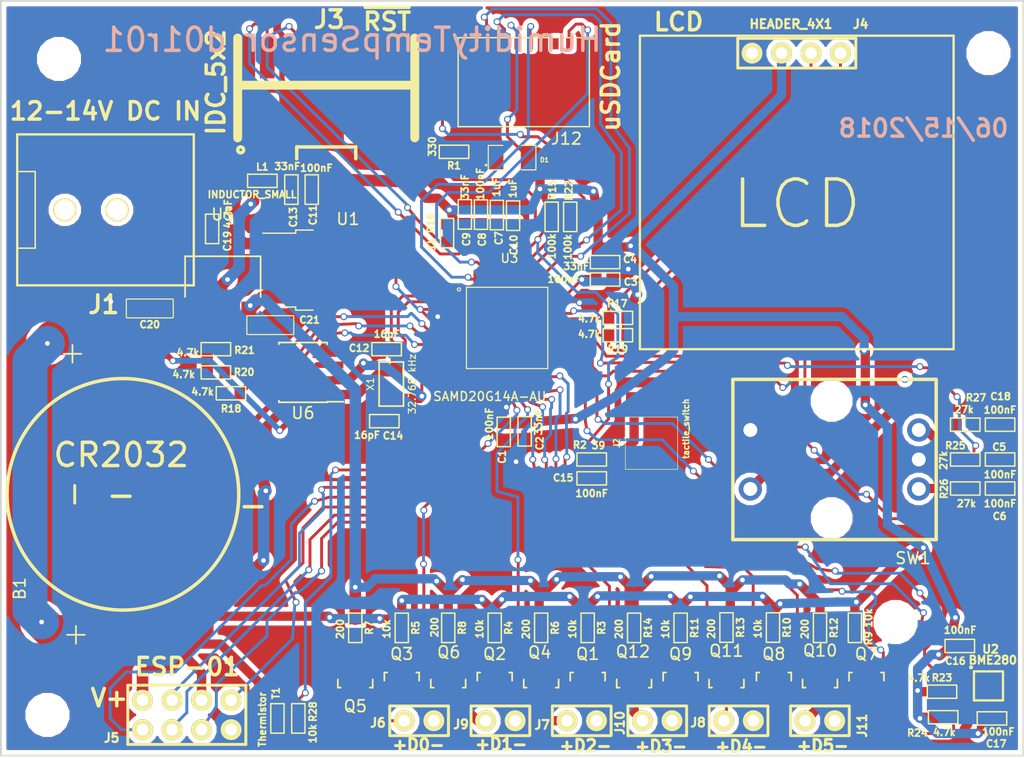
<source format=kicad_pcb>
(kicad_pcb (version 4) (host pcbnew 4.0.7-e2-6376~58~ubuntu16.04.1)
  (layers (0 F.Cu signal) (31 B.Cu signal) (34 B.Paste user) (35 F.Paste user) (36 B.SilkS user) (37 F.SilkS user) (38 B.Mask user) (39 F.Mask user) (44 Edge.Cuts user))
  (net 0 "")
  (net 1 GND)
  (net 2 XIN32)
  (net 3 XOUT32)
  (net 4 VCC)
  (net 5 ~RESET)
  (net 6 SWDCLK)
  (net 7 SWDIO)
  (net 8 Dim0+)
  (net 9 Dim2+)
  (net 10 Dim4+)
  (net 11 Dim1+)
  (net 12 Dim3+)
  (net 13 Dim5+)
  (net 14 DimP2+)
  (net 15 "Net-(Q1-Pad3)")
  (net 16 DimP1+)
  (net 17 "Net-(Q2-Pad3)")
  (net 18 DimP0+)
  (net 19 "Net-(Q3-Pad3)")
  (net 20 DimP5+)
  (net 21 "Net-(Q10-Pad1)")
  (net 22 DimP4+)
  (net 23 "Net-(Q11-Pad1)")
  (net 24 DimP3+)
  (net 25 "Net-(Q12-Pad1)")
  (net 26 VDDANA)
  (net 27 VDDCORE)
  (net 28 LCD_SDA)
  (net 29 LCD_SCL)
  (net 30 ESP_GPIO_2)
  (net 31 ESP_GPIO_0)
  (net 32 VCC_EXT)
  (net 33 "Net-(J2-Pad3)")
  (net 34 "Net-(B1-Pad1)")
  (net 35 ESP_TX_SAM_RX)
  (net 36 ESP_RX_SAM_TX)
  (net 37 ~SDCardDetect)
  (net 38 MFP)
  (net 39 RTC_SCL)
  (net 40 RTC_SDA)
  (net 41 Baro_SDA)
  (net 42 Baro_SCL)
  (net 43 Encoder_B)
  (net 44 Encoder_A)
  (net 45 Encoder_Switch)
  (net 46 ~ESP_Reset)
  (net 47 SD_MOSI)
  (net 48 SD_SCK)
  (net 49 SD_MISO)
  (net 50 ~SD_CS)
  (net 51 "Net-(R25-Pad1)")
  (net 52 "Net-(R26-Pad1)")
  (net 53 "Net-(R27-Pad2)")
  (net 54 Thermistor)
  (net 55 VDDIN)
  (net 56 "Net-(D1-Pad2)")
  (module ted_holes:TED_Hole_3mm (layer F.Cu) (at 112 118.5)
    (fp_text reference Hole hide)
    (fp_text value VAL** hide)
    (pad "" np_thru_hole circle (at 0 0) (size 3 3) (drill 3) (layers *.Cu *.Mask F.SilkS))
  )
  (module ted_holes:TED_Hole_3mm (layer F.Cu) (at 185 110.5)
    (fp_text reference Hole hide)
    (fp_text value VAL** hide)
    (pad "" np_thru_hole circle (at 0 0) (size 3 3) (drill 3) (layers *.Cu *.Mask F.SilkS))
  )
  (module ted_holes:TED_Hole_3mm (layer F.Cu) (at 193 61.5)
    (fp_text reference Hole hide)
    (fp_text value VAL** hide)
    (pad "" np_thru_hole circle (at 0 0) (size 3 3) (drill 3) (layers *.Cu *.Mask F.SilkS))
  )
  (module ted_led:TED_SM1206_LED (layer F.Cu) (at 152 70.5)
    (fp_text reference D1 (at 2.78 0.2) (layer F.SilkS) (effects (font (size 0.381 0.381) (thickness 0.09398))))
    (fp_text value LED hide)
    (pad 1 smd rect (at -1.375 0) (size 1.25 2) (layers F.Cu F.Paste F.Mask) (net 55 VDDIN))
    (pad 2 smd rect (at 1.375 0) (size 1.25 2) (layers F.Cu F.Paste F.Mask) (net 56 "Net-(D1-Pad2)"))
  )
  (module ted_connectors:TED_2.1mm_DC_SMD (layer F.Cu) (at 117 75 180)
    (fp_text reference J1 (at 0.15748 -8.15848 180) (layer F.SilkS) (effects (font (thickness 0.3048))))
    (fp_text value DC_2.1mm_3pin hide)
    (pad "" np_thru_hole circle (at -1.00076 0 180) (size 1.99898 1.99898) (drill 1.69926) (layers *.Cu *.Mask F.SilkS))
    (pad 1 smd rect (at 3.50012 5.4102 180) (size 1.99898 1.99898) (layers F.Cu F.Paste F.Mask) (net 32 VCC_EXT))
    (pad 1 smd rect (at -2.60096 5.4102 180) (size 1.99898 1.99898) (layers F.Cu F.Paste F.Mask) (net 32 VCC_EXT))
    (pad 2 smd rect (at 3.50012 -5.41528 180) (size 1.99898 1.99898) (layers F.Cu F.Paste F.Mask) (net 1 GND))
    (pad 3 smd rect (at -2.60096 -5.41528 180) (size 1.99898 1.99898) (layers F.Cu F.Paste F.Mask) (net 1 GND))
    (pad "" np_thru_hole circle (at 3.50012 0 180) (size 1.99898 1.99898) (drill 1.69926) (layers *.Cu *.Mask F.SilkS))
  )
  (module ted_connectors:TED_IDC_5x2_SMD (layer F.Cu) (at 136 64.5)
    (fp_text reference J3 (at 0.25 -5.9 180) (layer F.SilkS) (effects (font (thickness 0.3048))))
    (fp_text value IDC_5x2 (at -9.5 -0.5 90) (layer F.SilkS) (effects (font (thickness 0.3048))))
    (pad 8 smd rect (at 2.56 -2.605) (size 1.27 3.56) (layers F.Cu F.Paste F.Mask))
    (pad 10 smd rect (at 5.1 -2.605) (size 1.27 3.56) (layers F.Cu F.Paste F.Mask) (net 5 ~RESET))
    (pad 9 smd rect (at 5.1 2.605) (size 1.27 3.56) (layers F.Cu F.Paste F.Mask) (net 1 GND))
    (pad 7 smd rect (at 2.56 2.605) (size 1.27 3.56) (layers F.Cu F.Paste F.Mask))
    (pad 1 smd rect (at -5.08 2.605) (size 1.27 3.56) (layers F.Cu F.Paste F.Mask) (net 55 VDDIN))
    (pad 3 smd rect (at -2.54 2.605) (size 1.27 3.56) (layers F.Cu F.Paste F.Mask) (net 1 GND))
    (pad 5 smd rect (at 0 2.605) (size 1.27 3.56) (layers F.Cu F.Paste F.Mask) (net 1 GND))
    (pad 6 smd rect (at 0 -2.605) (size 1.27 3.56) (layers F.Cu F.Paste F.Mask))
    (pad 4 smd rect (at -2.54 -2.605) (size 1.27 3.56) (layers F.Cu F.Paste F.Mask) (net 6 SWDCLK))
    (pad 2 smd rect (at -5.08 -2.605) (size 1.27 3.56) (layers F.Cu F.Paste F.Mask) (net 7 SWDIO))
  )
  (module ted_connectors:TED_HEADER_4x1 (layer F.Cu) (at 176.5 61.5)
    (fp_text reference J4 (at 5.5 -2.5) (layer F.SilkS) (effects (font (size 0.762 0.762) (thickness 0.1905))))
    (fp_text value HEADER_4X1 (at -0.5 -2.5) (layer F.SilkS) (effects (font (size 0.762 0.762) (thickness 0.1905))))
    (pad 1 thru_hole circle (at -3.85 0) (size 1.8 1.8) (drill 1) (layers *.Cu *.Mask F.SilkS) (net 1 GND))
    (pad 2 thru_hole circle (at -1.31 0) (size 1.8 1.8) (drill 1) (layers *.Cu *.Mask F.SilkS) (net 55 VDDIN))
    (pad 4 thru_hole circle (at 3.75984 0) (size 1.8 1.8) (drill 1) (layers *.Cu *.Mask F.SilkS) (net 28 LCD_SDA))
    (pad 3 thru_hole circle (at 1.21984 0) (size 1.8 1.8) (drill 1) (layers *.Cu *.Mask F.SilkS) (net 29 LCD_SCL))
  )
  (module ted_connectors:TED_HEADER_4x2 (layer F.Cu) (at 124 118.5 180)
    (fp_text reference J5 (at 6.47 -1.98 180) (layer F.SilkS) (effects (font (size 0.762 0.762) (thickness 0.1905))))
    (fp_text value HEADER_4x2 hide)
    (pad 5 thru_hole circle (at 1.27 1.27 180) (size 1.8 1.8) (drill 1) (layers *.Cu *.Mask F.SilkS) (net 46 ~ESP_Reset))
    (pad 7 thru_hole circle (at 3.81 1.27 180) (size 1.8 1.8) (drill 1) (layers *.Cu *.Mask F.SilkS) (net 55 VDDIN))
    (pad 3 thru_hole circle (at -1.27 1.27 180) (size 1.8 1.8) (drill 1) (layers *.Cu *.Mask F.SilkS) (net 55 VDDIN))
    (pad 1 thru_hole circle (at -3.81 1.27 180) (size 1.8 1.8) (drill 1) (layers *.Cu *.Mask F.SilkS) (net 35 ESP_TX_SAM_RX))
    (pad 2 thru_hole circle (at -3.81 -1.27 180) (size 1.8 1.8) (drill 1) (layers *.Cu *.Mask F.SilkS) (net 1 GND))
    (pad 4 thru_hole circle (at -1.27 -1.27 180) (size 1.8 1.8) (drill 1) (layers *.Cu *.Mask F.SilkS) (net 30 ESP_GPIO_2))
    (pad 8 thru_hole circle (at 3.81 -1.27 180) (size 1.8 1.8) (drill 1) (layers *.Cu *.Mask F.SilkS) (net 36 ESP_RX_SAM_TX))
    (pad 6 thru_hole circle (at 1.27 -1.27 180) (size 1.8 1.8) (drill 1) (layers *.Cu *.Mask F.SilkS) (net 31 ESP_GPIO_0))
  )
  (module ted_connectors:TED_HEADER_2x1 (layer F.Cu) (at 144 119)
    (fp_text reference J6 (at -3.55 0.18) (layer F.SilkS) (effects (font (size 0.762 0.762) (thickness 0.1905))))
    (fp_text value HEADER_2X1 hide)
    (pad 2 thru_hole circle (at 1.25984 0) (size 1.8 1.8) (drill 1) (layers *.Cu *.Mask F.SilkS) (net 1 GND))
    (pad 1 thru_hole circle (at -1.28016 0) (size 1.8 1.8) (drill 1) (layers *.Cu *.Mask F.SilkS) (net 8 Dim0+))
  )
  (module ted_connectors:TED_HEADER_2x1 (layer F.Cu) (at 158 119)
    (fp_text reference J7 (at -3.41 0.36) (layer F.SilkS) (effects (font (size 0.762 0.762) (thickness 0.1905))))
    (fp_text value HEADER_2X1 hide)
    (pad 2 thru_hole circle (at 1.25984 0) (size 1.8 1.8) (drill 1) (layers *.Cu *.Mask F.SilkS) (net 1 GND))
    (pad 1 thru_hole circle (at -1.28016 0) (size 1.8 1.8) (drill 1) (layers *.Cu *.Mask F.SilkS) (net 9 Dim2+))
  )
  (module ted_connectors:TED_HEADER_2x1 (layer F.Cu) (at 171.5 119)
    (fp_text reference J8 (at -3.5 0.16) (layer F.SilkS) (effects (font (size 0.762 0.762) (thickness 0.1905))))
    (fp_text value HEADER_2X1 hide)
    (pad 2 thru_hole circle (at 1.25984 0) (size 1.8 1.8) (drill 1) (layers *.Cu *.Mask F.SilkS) (net 1 GND))
    (pad 1 thru_hole circle (at -1.28016 0) (size 1.8 1.8) (drill 1) (layers *.Cu *.Mask F.SilkS) (net 10 Dim4+))
  )
  (module ted_connectors:TED_HEADER_2x1 (layer F.Cu) (at 151 119)
    (fp_text reference J9 (at -3.4 0.31) (layer F.SilkS) (effects (font (size 0.762 0.762) (thickness 0.1905))))
    (fp_text value HEADER_2X1 hide)
    (pad 2 thru_hole circle (at 1.25984 0) (size 1.8 1.8) (drill 1) (layers *.Cu *.Mask F.SilkS) (net 1 GND))
    (pad 1 thru_hole circle (at -1.28016 0) (size 1.8 1.8) (drill 1) (layers *.Cu *.Mask F.SilkS) (net 11 Dim1+))
  )
  (module ted_connectors:TED_HEADER_2x1 (layer F.Cu) (at 164.5 119)
    (fp_text reference J10 (at -3.23 0.19 90) (layer F.SilkS) (effects (font (size 0.762 0.762) (thickness 0.1905))))
    (fp_text value HEADER_2X1 hide)
    (pad 2 thru_hole circle (at 1.25984 0) (size 1.8 1.8) (drill 1) (layers *.Cu *.Mask F.SilkS) (net 1 GND))
    (pad 1 thru_hole circle (at -1.28016 0) (size 1.8 1.8) (drill 1) (layers *.Cu *.Mask F.SilkS) (net 12 Dim3+))
  )
  (module ted_connectors:TED_HEADER_2x1 (layer F.Cu) (at 178.5 119)
    (fp_text reference J11 (at 3.63 0.42 90) (layer F.SilkS) (effects (font (size 0.762 0.762) (thickness 0.1905))))
    (fp_text value HEADER_2X1 hide)
    (pad 2 thru_hole circle (at 1.25984 0) (size 1.8 1.8) (drill 1) (layers *.Cu *.Mask F.SilkS) (net 1 GND))
    (pad 1 thru_hole circle (at -1.28016 0) (size 1.8 1.8) (drill 1) (layers *.Cu *.Mask F.SilkS) (net 13 Dim5+))
  )
  (module ted_connectors:microSD_Card_Receptacle_Molex_1051620001 (layer F.Cu) (at 153 64 180)
    (fp_text reference J12 (at -3.68 -4.87 180) (layer F.SilkS))
    (fp_text value Micro_SD_Card)
    (pad 10 smd rect (at 5.325 -3.23 180) (size 1.05 1.2) (layers F.Cu F.Paste F.Mask) (net 1 GND))
    (pad 10 smd rect (at 5.325 -0.67 180) (size 1.05 1.08) (layers F.Cu F.Paste F.Mask) (net 1 GND))
    (pad 10 smd rect (at -5.325 -2.66 180) (size 1.05 1.2) (layers F.Cu F.Paste F.Mask) (net 1 GND))
    (pad 10 smd rect (at -5.325 1.13 180) (size 1.05 2.39) (layers F.Cu F.Paste F.Mask) (net 1 GND))
    (pad 9 smd rect (at 5.25 0.65 180) (size 0.72 0.78) (layers F.Cu F.Paste F.Mask) (net 37 ~SDCardDetect))
    (pad 8 smd rect (at -3.9 3.33 180) (size 0.5 1) (layers F.Cu F.Paste F.Mask) (net 47 SD_MOSI))
    (pad 7 smd rect (at -2.75 3.33 180) (size 0.5 1) (layers F.Cu F.Paste F.Mask))
    (pad 6 smd rect (at -1.65 3.33 180) (size 0.5 1) (layers F.Cu F.Paste F.Mask) (net 1 GND))
    (pad 5 smd rect (at -0.55 3.33 180) (size 0.5 1) (layers F.Cu F.Paste F.Mask) (net 48 SD_SCK))
    (pad 4 smd rect (at 0.55 3.33 180) (size 0.5 1) (layers F.Cu F.Paste F.Mask) (net 55 VDDIN))
    (pad 3 smd rect (at 1.65 3.33 180) (size 0.5 1) (layers F.Cu F.Paste F.Mask) (net 49 SD_MISO))
    (pad 2 smd rect (at 2.75 3.33 180) (size 0.5 1) (layers F.Cu F.Paste F.Mask) (net 50 ~SD_CS))
    (pad 1 smd rect (at 3.85 3.33 180) (size 0.5 1) (layers F.Cu F.Paste F.Mask))
  )
  (module ted_resistors:TED_SM0603_R (layer F.Cu) (at 130.5 72.5)
    (fp_text reference L1 (at 0 -1.2) (layer F.SilkS) (effects (font (size 0.6 0.6))))
    (fp_text value INDUCTOR_SMALL (at -0.88 1.18) (layer F.SilkS) (effects (font (size 0.6 0.6))))
    (pad 2 smd rect (at 0.75184 0) (size 0.89916 1.00076) (layers F.Cu F.Paste F.Mask) (clearance 0.1))
    (pad 1 smd rect (at -0.75184 0) (size 0.89916 1.00076) (layers F.Cu F.Paste F.Mask) (clearance 0.1))
  )
  (module ted_transistors:SOT-23 (layer F.Cu) (at 158.5 115.5)
    (fp_text reference Q1 (at 0 -2.25) (layer F.SilkS))
    (fp_text value NMOSFET_GSD hide)
    (pad 1 smd rect (at -0.95 1.00076) (size 0.8001 0.8001) (layers F.Cu F.Paste F.Mask) (net 14 DimP2+))
    (pad 2 smd rect (at 0.95 1.00076) (size 0.8001 0.8001) (layers F.Cu F.Paste F.Mask) (net 1 GND))
    (pad 3 smd rect (at 0 -0.99822) (size 0.8001 0.8001) (layers F.Cu F.Paste F.Mask) (net 15 "Net-(Q1-Pad3)"))
  )
  (module ted_transistors:SOT-23 (layer F.Cu) (at 150.5 115.5)
    (fp_text reference Q2 (at 0 -2.25) (layer F.SilkS))
    (fp_text value NMOSFET_GSD hide)
    (pad 1 smd rect (at -0.95 1.00076) (size 0.8001 0.8001) (layers F.Cu F.Paste F.Mask) (net 16 DimP1+))
    (pad 2 smd rect (at 0.95 1.00076) (size 0.8001 0.8001) (layers F.Cu F.Paste F.Mask) (net 1 GND))
    (pad 3 smd rect (at 0 -0.99822) (size 0.8001 0.8001) (layers F.Cu F.Paste F.Mask) (net 17 "Net-(Q2-Pad3)"))
  )
  (module ted_transistors:SOT-23 (layer F.Cu) (at 142.5 115.5)
    (fp_text reference Q3 (at 0 -2.25) (layer F.SilkS))
    (fp_text value NMOSFET_GSD hide)
    (pad 1 smd rect (at -0.95 1.00076) (size 0.8001 0.8001) (layers F.Cu F.Paste F.Mask) (net 18 DimP0+))
    (pad 2 smd rect (at 0.95 1.00076) (size 0.8001 0.8001) (layers F.Cu F.Paste F.Mask) (net 1 GND))
    (pad 3 smd rect (at 0 -0.99822) (size 0.8001 0.8001) (layers F.Cu F.Paste F.Mask) (net 19 "Net-(Q3-Pad3)"))
  )
  (module ted_transistors:SOT-23 (layer F.Cu) (at 154.5 115.5 180)
    (fp_text reference Q4 (at 0.13 2.38 180) (layer F.SilkS))
    (fp_text value NMOSFET_GSD hide)
    (pad 1 smd rect (at -0.95 1.00076 180) (size 0.8001 0.8001) (layers F.Cu F.Paste F.Mask) (net 15 "Net-(Q1-Pad3)"))
    (pad 2 smd rect (at 0.95 1.00076 180) (size 0.8001 0.8001) (layers F.Cu F.Paste F.Mask) (net 1 GND))
    (pad 3 smd rect (at 0 -0.99822 180) (size 0.8001 0.8001) (layers F.Cu F.Paste F.Mask) (net 9 Dim2+))
  )
  (module ted_transistors:SOT-23 (layer F.Cu) (at 138.5 115.5 180)
    (fp_text reference Q5 (at 0 -2.25 180) (layer F.SilkS))
    (fp_text value NMOSFET_GSD hide)
    (pad 1 smd rect (at -0.95 1.00076 180) (size 0.8001 0.8001) (layers F.Cu F.Paste F.Mask) (net 19 "Net-(Q3-Pad3)"))
    (pad 2 smd rect (at 0.95 1.00076 180) (size 0.8001 0.8001) (layers F.Cu F.Paste F.Mask) (net 1 GND))
    (pad 3 smd rect (at 0 -0.99822 180) (size 0.8001 0.8001) (layers F.Cu F.Paste F.Mask) (net 8 Dim0+))
  )
  (module ted_transistors:SOT-23 (layer F.Cu) (at 146.5 115.5 180)
    (fp_text reference Q6 (at -0.05 2.4 180) (layer F.SilkS))
    (fp_text value NMOSFET_GSD hide)
    (pad 1 smd rect (at -0.95 1.00076 180) (size 0.8001 0.8001) (layers F.Cu F.Paste F.Mask) (net 17 "Net-(Q2-Pad3)"))
    (pad 2 smd rect (at 0.95 1.00076 180) (size 0.8001 0.8001) (layers F.Cu F.Paste F.Mask) (net 1 GND))
    (pad 3 smd rect (at 0 -0.99822 180) (size 0.8001 0.8001) (layers F.Cu F.Paste F.Mask) (net 11 Dim1+))
  )
  (module ted_transistors:SOT-23 (layer F.Cu) (at 182.5 115.5)
    (fp_text reference Q7 (at 0 -2.25) (layer F.SilkS))
    (fp_text value NMOSFET_GSD hide)
    (pad 1 smd rect (at -0.95 1.00076) (size 0.8001 0.8001) (layers F.Cu F.Paste F.Mask) (net 20 DimP5+))
    (pad 2 smd rect (at 0.95 1.00076) (size 0.8001 0.8001) (layers F.Cu F.Paste F.Mask) (net 1 GND))
    (pad 3 smd rect (at 0 -0.99822) (size 0.8001 0.8001) (layers F.Cu F.Paste F.Mask) (net 21 "Net-(Q10-Pad1)"))
  )
  (module ted_transistors:SOT-23 (layer F.Cu) (at 174.525 115.5)
    (fp_text reference Q8 (at 0 -2.25) (layer F.SilkS))
    (fp_text value NMOSFET_GSD hide)
    (pad 1 smd rect (at -0.95 1.00076) (size 0.8001 0.8001) (layers F.Cu F.Paste F.Mask) (net 22 DimP4+))
    (pad 2 smd rect (at 0.95 1.00076) (size 0.8001 0.8001) (layers F.Cu F.Paste F.Mask) (net 1 GND))
    (pad 3 smd rect (at 0 -0.99822) (size 0.8001 0.8001) (layers F.Cu F.Paste F.Mask) (net 23 "Net-(Q11-Pad1)"))
  )
  (module ted_transistors:SOT-23 (layer F.Cu) (at 166.5 115.5)
    (fp_text reference Q9 (at 0 -2.25) (layer F.SilkS))
    (fp_text value NMOSFET_GSD hide)
    (pad 1 smd rect (at -0.95 1.00076) (size 0.8001 0.8001) (layers F.Cu F.Paste F.Mask) (net 24 DimP3+))
    (pad 2 smd rect (at 0.95 1.00076) (size 0.8001 0.8001) (layers F.Cu F.Paste F.Mask) (net 1 GND))
    (pad 3 smd rect (at 0 -0.99822) (size 0.8001 0.8001) (layers F.Cu F.Paste F.Mask) (net 25 "Net-(Q12-Pad1)"))
  )
  (module ted_transistors:SOT-23 (layer F.Cu) (at 178.5 115.5 180)
    (fp_text reference Q10 (at -0.01 2.54 180) (layer F.SilkS))
    (fp_text value NMOSFET_GSD hide)
    (pad 1 smd rect (at -0.95 1.00076 180) (size 0.8001 0.8001) (layers F.Cu F.Paste F.Mask) (net 21 "Net-(Q10-Pad1)"))
    (pad 2 smd rect (at 0.95 1.00076 180) (size 0.8001 0.8001) (layers F.Cu F.Paste F.Mask) (net 1 GND))
    (pad 3 smd rect (at 0 -0.99822 180) (size 0.8001 0.8001) (layers F.Cu F.Paste F.Mask) (net 13 Dim5+))
  )
  (module ted_transistors:SOT-23 (layer F.Cu) (at 170.45 115.5 180)
    (fp_text reference Q11 (at 0.01 2.52 180) (layer F.SilkS))
    (fp_text value NMOSFET_GSD hide)
    (pad 1 smd rect (at -0.95 1.00076 180) (size 0.8001 0.8001) (layers F.Cu F.Paste F.Mask) (net 23 "Net-(Q11-Pad1)"))
    (pad 2 smd rect (at 0.95 1.00076 180) (size 0.8001 0.8001) (layers F.Cu F.Paste F.Mask) (net 1 GND))
    (pad 3 smd rect (at 0 -0.99822 180) (size 0.8001 0.8001) (layers F.Cu F.Paste F.Mask) (net 10 Dim4+))
  )
  (module ted_transistors:SOT-23 (layer F.Cu) (at 162.5 115.5 180)
    (fp_text reference Q12 (at 0.1 2.45 180) (layer F.SilkS))
    (fp_text value NMOSFET_GSD hide)
    (pad 1 smd rect (at -0.95 1.00076 180) (size 0.8001 0.8001) (layers F.Cu F.Paste F.Mask) (net 25 "Net-(Q12-Pad1)"))
    (pad 2 smd rect (at 0.95 1.00076 180) (size 0.8001 0.8001) (layers F.Cu F.Paste F.Mask) (net 1 GND))
    (pad 3 smd rect (at 0 -0.99822 180) (size 0.8001 0.8001) (layers F.Cu F.Paste F.Mask) (net 12 Dim3+))
  )
  (module ted_resistors:TED_SM0603_R (layer F.Cu) (at 147 70 180)
    (fp_text reference R1 (at 0 -1.2 180) (layer F.SilkS) (effects (font (size 0.6 0.6))))
    (fp_text value 330 (at 1.87 0.46 270) (layer F.SilkS) (effects (font (size 0.6 0.6))))
    (pad 2 smd rect (at 0.75184 0 180) (size 0.89916 1.00076) (layers F.Cu F.Paste F.Mask) (net 1 GND) (clearance 0.1))
    (pad 1 smd rect (at -0.75184 0 180) (size 0.89916 1.00076) (layers F.Cu F.Paste F.Mask) (net 56 "Net-(D1-Pad2)") (clearance 0.1))
  )
  (module ted_resistors:TED_SM0603_R (layer F.Cu) (at 158.5 111 270)
    (fp_text reference R3 (at 0 -1.2 270) (layer F.SilkS) (effects (font (size 0.6 0.6))))
    (fp_text value 10k (at 0.1 1.3 270) (layer F.SilkS) (effects (font (size 0.6 0.6))))
    (pad 2 smd rect (at 0.75184 0 270) (size 0.89916 1.00076) (layers F.Cu F.Paste F.Mask) (net 15 "Net-(Q1-Pad3)") (clearance 0.1))
    (pad 1 smd rect (at -0.75184 0 270) (size 0.89916 1.00076) (layers F.Cu F.Paste F.Mask) (net 55 VDDIN) (clearance 0.1))
  )
  (module ted_resistors:TED_SM0603_R (layer F.Cu) (at 150.5 111 270)
    (fp_text reference R4 (at 0 -1.2 270) (layer F.SilkS) (effects (font (size 0.6 0.6))))
    (fp_text value 10k (at 0.1 1.3 270) (layer F.SilkS) (effects (font (size 0.6 0.6))))
    (pad 2 smd rect (at 0.75184 0 270) (size 0.89916 1.00076) (layers F.Cu F.Paste F.Mask) (net 17 "Net-(Q2-Pad3)") (clearance 0.1))
    (pad 1 smd rect (at -0.75184 0 270) (size 0.89916 1.00076) (layers F.Cu F.Paste F.Mask) (net 55 VDDIN) (clearance 0.1))
  )
  (module ted_resistors:TED_SM0603_R (layer F.Cu) (at 142.5 111 270)
    (fp_text reference R5 (at 0 -1.2 270) (layer F.SilkS) (effects (font (size 0.6 0.6))))
    (fp_text value 10k (at 0.1 1.3 270) (layer F.SilkS) (effects (font (size 0.6 0.6))))
    (pad 2 smd rect (at 0.75184 0 270) (size 0.89916 1.00076) (layers F.Cu F.Paste F.Mask) (net 19 "Net-(Q3-Pad3)") (clearance 0.1))
    (pad 1 smd rect (at -0.75184 0 270) (size 0.89916 1.00076) (layers F.Cu F.Paste F.Mask) (net 55 VDDIN) (clearance 0.1))
  )
  (module ted_resistors:TED_SM0603_R (layer F.Cu) (at 154.5 111 270)
    (fp_text reference R6 (at 0 -1.2 270) (layer F.SilkS) (effects (font (size 0.6 0.6))))
    (fp_text value 200 (at 0.1 1.3 270) (layer F.SilkS) (effects (font (size 0.6 0.6))))
    (pad 2 smd rect (at 0.75184 0 270) (size 0.89916 1.00076) (layers F.Cu F.Paste F.Mask) (net 9 Dim2+) (clearance 0.1))
    (pad 1 smd rect (at -0.75184 0 270) (size 0.89916 1.00076) (layers F.Cu F.Paste F.Mask) (net 4 VCC) (clearance 0.1))
  )
  (module ted_resistors:TED_SM0603_R (layer F.Cu) (at 138.5 111 270)
    (fp_text reference R7 (at 0 -1.2 270) (layer F.SilkS) (effects (font (size 0.6 0.6))))
    (fp_text value 200 (at 0.1 1.3 270) (layer F.SilkS) (effects (font (size 0.6 0.6))))
    (pad 2 smd rect (at 0.75184 0 270) (size 0.89916 1.00076) (layers F.Cu F.Paste F.Mask) (net 8 Dim0+) (clearance 0.1))
    (pad 1 smd rect (at -0.75184 0 270) (size 0.89916 1.00076) (layers F.Cu F.Paste F.Mask) (net 4 VCC) (clearance 0.1))
  )
  (module ted_resistors:TED_SM0603_R (layer F.Cu) (at 146.5 111 270)
    (fp_text reference R8 (at 0 -1.2 270) (layer F.SilkS) (effects (font (size 0.6 0.6))))
    (fp_text value 200 (at -0.05 1.17 270) (layer F.SilkS) (effects (font (size 0.6 0.6))))
    (pad 2 smd rect (at 0.75184 0 270) (size 0.89916 1.00076) (layers F.Cu F.Paste F.Mask) (net 11 Dim1+) (clearance 0.1))
    (pad 1 smd rect (at -0.75184 0 270) (size 0.89916 1.00076) (layers F.Cu F.Paste F.Mask) (net 4 VCC) (clearance 0.1))
  )
  (module ted_resistors:TED_SM0603_R (layer F.Cu) (at 181.5 111 270)
    (fp_text reference R9 (at 0.9 -1.18 270) (layer F.SilkS) (effects (font (size 0.6 0.6))))
    (fp_text value 10k (at -0.85 -1.18 270) (layer F.SilkS) (effects (font (size 0.6 0.6))))
    (pad 2 smd rect (at 0.75184 0 270) (size 0.89916 1.00076) (layers F.Cu F.Paste F.Mask) (net 21 "Net-(Q10-Pad1)") (clearance 0.1))
    (pad 1 smd rect (at -0.75184 0 270) (size 0.89916 1.00076) (layers F.Cu F.Paste F.Mask) (net 55 VDDIN) (clearance 0.1))
  )
  (module ted_resistors:TED_SM0603_R (layer F.Cu) (at 174.45 110.975 270)
    (fp_text reference R10 (at 0 -1.2 270) (layer F.SilkS) (effects (font (size 0.6 0.6))))
    (fp_text value 10k (at 0.1 1.3 270) (layer F.SilkS) (effects (font (size 0.6 0.6))))
    (pad 2 smd rect (at 0.75184 0 270) (size 0.89916 1.00076) (layers F.Cu F.Paste F.Mask) (net 23 "Net-(Q11-Pad1)") (clearance 0.1))
    (pad 1 smd rect (at -0.75184 0 270) (size 0.89916 1.00076) (layers F.Cu F.Paste F.Mask) (net 55 VDDIN) (clearance 0.1))
  )
  (module ted_resistors:TED_SM0603_R (layer F.Cu) (at 166.5 111 270)
    (fp_text reference R11 (at 0 -1.2 270) (layer F.SilkS) (effects (font (size 0.6 0.6))))
    (fp_text value 10k (at 0.1 1.3 270) (layer F.SilkS) (effects (font (size 0.6 0.6))))
    (pad 2 smd rect (at 0.75184 0 270) (size 0.89916 1.00076) (layers F.Cu F.Paste F.Mask) (net 25 "Net-(Q12-Pad1)") (clearance 0.1))
    (pad 1 smd rect (at -0.75184 0 270) (size 0.89916 1.00076) (layers F.Cu F.Paste F.Mask) (net 55 VDDIN) (clearance 0.1))
  )
  (module ted_resistors:TED_SM0603_R (layer F.Cu) (at 178.5 111 270)
    (fp_text reference R12 (at 0 -1.2 270) (layer F.SilkS) (effects (font (size 0.6 0.6))))
    (fp_text value 200 (at 0.1 1.3 270) (layer F.SilkS) (effects (font (size 0.6 0.6))))
    (pad 2 smd rect (at 0.75184 0 270) (size 0.89916 1.00076) (layers F.Cu F.Paste F.Mask) (net 13 Dim5+) (clearance 0.1))
    (pad 1 smd rect (at -0.75184 0 270) (size 0.89916 1.00076) (layers F.Cu F.Paste F.Mask) (net 4 VCC) (clearance 0.1))
  )
  (module ted_resistors:TED_SM0603_R (layer F.Cu) (at 170.45 110.975 270)
    (fp_text reference R13 (at 0 -1.2 270) (layer F.SilkS) (effects (font (size 0.6 0.6))))
    (fp_text value 200 (at 0.1 1.3 270) (layer F.SilkS) (effects (font (size 0.6 0.6))))
    (pad 2 smd rect (at 0.75184 0 270) (size 0.89916 1.00076) (layers F.Cu F.Paste F.Mask) (net 10 Dim4+) (clearance 0.1))
    (pad 1 smd rect (at -0.75184 0 270) (size 0.89916 1.00076) (layers F.Cu F.Paste F.Mask) (net 4 VCC) (clearance 0.1))
  )
  (module ted_resistors:TED_SM0603_R (layer F.Cu) (at 162.5 111 270)
    (fp_text reference R14 (at 0 -1.2 270) (layer F.SilkS) (effects (font (size 0.6 0.6))))
    (fp_text value 200 (at 0.1 1.3 270) (layer F.SilkS) (effects (font (size 0.6 0.6))))
    (pad 2 smd rect (at 0.75184 0 270) (size 0.89916 1.00076) (layers F.Cu F.Paste F.Mask) (net 12 Dim3+) (clearance 0.1))
    (pad 1 smd rect (at -0.75184 0 270) (size 0.89916 1.00076) (layers F.Cu F.Paste F.Mask) (net 4 VCC) (clearance 0.1))
  )
  (module ted_encoders:TED_Encoder_w_Switch (layer F.Cu) (at 179.5 96.5 90)
    (fp_text reference SW1 (at -8.5 7 180) (layer F.SilkS))
    (fp_text value Rotary_Encoder_Switch)
    (pad "" np_thru_hole circle (at 5.05 0 90) (size 2.8 2.8) (drill 2.8) (layers *.Cu *.Mask))
    (pad "" np_thru_hole circle (at -5.05 0 90) (size 2.8 2.8) (drill 2.8) (layers *.Cu *.Mask))
    (pad 4 thru_hole circle (at -2.54 -7 90) (size 2 2) (drill 1.2) (layers *.Cu *.Mask) (net 53 "Net-(R27-Pad2)"))
    (pad 5 thru_hole circle (at 2.54 -7 90) (size 2 2) (drill 1.2) (layers *.Cu *.Mask) (net 1 GND))
    (pad 3 thru_hole circle (at 2.54 7.5 90) (size 2 2) (drill 1.2) (layers *.Cu *.Mask) (net 51 "Net-(R25-Pad1)"))
    (pad 2 thru_hole circle (at 0 7.5 90) (size 2 2) (drill 1.2) (layers *.Cu *.Mask) (net 1 GND))
    (pad 1 thru_hole circle (at -2.54 7.5 90) (size 2 2) (drill 1.2) (layers *.Cu *.Mask) (net 52 "Net-(R26-Pad1)"))
  )
  (module ted_resistors:TED_SM0603_R (layer F.Cu) (at 131.8 118.8 270)
    (fp_text reference T1 (at -2.17 0.13 270) (layer F.SilkS) (effects (font (size 0.6 0.6))))
    (fp_text value Thermistor (at 0.1 1.3 270) (layer F.SilkS) (effects (font (size 0.6 0.6))))
    (pad 2 smd rect (at 0.75184 0 270) (size 0.89916 1.00076) (layers F.Cu F.Paste F.Mask) (net 55 VDDIN) (clearance 0.1))
    (pad 1 smd rect (at -0.75184 0 270) (size 0.89916 1.00076) (layers F.Cu F.Paste F.Mask) (net 54 Thermistor) (clearance 0.1))
  )
  (module ted_ICs:TO-252-3_TabPin4 (layer F.Cu) (at 135.84 80.19)
    (fp_text reference U1 (at 2.03 -4.4) (layer F.SilkS))
    (fp_text value BAJ0BC0FP-E2)
    (pad 1 smd rect (at -4.2 -2.28) (size 2.2 1.2) (layers F.Cu F.Paste F.Mask) (net 32 VCC_EXT))
    (pad 2 smd rect (at -4.2 0) (size 2.2 1.2) (layers F.Cu F.Paste F.Mask))
    (pad 3 smd rect (at -4.2 2.28) (size 2.2 1.2) (layers F.Cu F.Paste F.Mask) (net 4 VCC))
    (pad 4 smd rect (at 2.1 0) (size 6.4 5.8) (layers F.Cu F.Mask) (net 1 GND))
    (pad 4 smd rect (at 3.775 1.525) (size 3.05 2.75) (layers F.Cu F.Paste) (net 1 GND))
    (pad 4 smd rect (at 0.425 -1.525) (size 3.05 2.75) (layers F.Cu F.Paste) (net 1 GND))
    (pad 4 smd rect (at 3.775 -1.525) (size 3.05 2.75) (layers F.Cu F.Paste) (net 1 GND))
    (pad 4 smd rect (at 0.425 1.525) (size 3.05 2.75) (layers F.Cu F.Paste) (net 1 GND))
  )
  (module ted_ICs:LGA-8 (layer F.Cu) (at 193 116)
    (fp_text reference U2 (at 0.18 -3.16) (layer F.SilkS) (effects (font (size 0.7 0.7) (thickness 0.175))))
    (fp_text value BME280 (at 0.37 -2.22) (layer F.SilkS) (effects (font (size 0.7 0.7) (thickness 0.17))))
    (pad 1 smd rect (at -1.025 -0.975) (size 0.5 0.35) (layers F.Cu F.Paste F.Mask) (net 1 GND))
    (pad 5 smd rect (at 1.025 0.975) (size 0.5 0.35) (layers F.Cu F.Paste F.Mask) (net 1 GND))
    (pad 2 smd rect (at -1.025 -0.325) (size 0.5 0.35) (layers F.Cu F.Paste F.Mask) (net 55 VDDIN))
    (pad 3 smd rect (at -1.025 0.325) (size 0.5 0.35) (layers F.Cu F.Paste F.Mask) (net 41 Baro_SDA))
    (pad 4 smd rect (at -1.025 0.975) (size 0.5 0.35) (layers F.Cu F.Paste F.Mask) (net 42 Baro_SCL))
    (pad 7 smd rect (at 1.025 -0.35) (size 0.5 0.35) (layers F.Cu F.Paste F.Mask) (net 1 GND))
    (pad 8 smd rect (at 1.025 -0.975) (size 0.5 0.35) (layers F.Cu F.Paste F.Mask) (net 55 VDDIN))
    (pad 6 smd rect (at 1.025 0.35) (size 0.5 0.35) (layers F.Cu F.Paste F.Mask) (net 55 VDDIN))
  )
  (module ted_ICs:TED_TQFP48 (layer F.Cu) (at 151.57 85.17)
    (fp_text reference U3 (at 0.2 -6) (layer F.SilkS) (effects (font (size 0.762 0.762) (thickness 0.127))))
    (fp_text value SAMD20G14A-AU (at -1.5 5.9) (layer F.SilkS) (effects (font (size 0.762 0.762) (thickness 0.127))))
    (pad 47 smd rect (at -2.25 -4.2) (size 0.3 1.5) (layers F.Cu F.Paste F.Mask) (net 47 SD_MOSI))
    (pad 48 smd rect (at -2.75 -4.2) (size 0.3 1.5) (layers F.Cu F.Paste F.Mask) (net 48 SD_SCK))
    (pad 46 smd rect (at -1.75 -4.2) (size 0.3 1.5) (layers F.Cu F.Paste F.Mask) (net 7 SWDIO))
    (pad 45 smd rect (at -1.25 -4.2) (size 0.3 1.5) (layers F.Cu F.Paste F.Mask) (net 6 SWDCLK))
    (pad 30 smd rect (at 4.2 0.25) (size 1.5 0.3) (layers F.Cu F.Paste F.Mask) (net 44 Encoder_A))
    (pad 31 smd rect (at 4.2 -0.25) (size 1.5 0.3) (layers F.Cu F.Paste F.Mask) (net 28 LCD_SDA))
    (pad 33 smd rect (at 4.2 -1.25) (size 1.5 0.3) (layers F.Cu F.Paste F.Mask) (net 45 Encoder_Switch))
    (pad 32 smd rect (at 4.2 -0.75) (size 1.5 0.3) (layers F.Cu F.Paste F.Mask) (net 29 LCD_SCL))
    (pad 27 smd rect (at 4.2 1.75) (size 1.5 0.3) (layers F.Cu F.Paste F.Mask))
    (pad 29 smd rect (at 4.2 0.75) (size 1.5 0.3) (layers F.Cu F.Paste F.Mask) (net 43 Encoder_B))
    (pad 28 smd rect (at 4.2 1.25) (size 1.5 0.3) (layers F.Cu F.Paste F.Mask))
    (pad 25 smd rect (at 4.2 2.75) (size 1.5 0.3) (layers F.Cu F.Paste F.Mask) (net 41 Baro_SDA))
    (pad 26 smd rect (at 4.2 2.25) (size 1.5 0.3) (layers F.Cu F.Paste F.Mask) (net 42 Baro_SCL))
    (pad 24 smd rect (at 2.75 4.2) (size 0.3 1.5) (layers F.Cu F.Paste F.Mask) (net 20 DimP5+))
    (pad 23 smd rect (at 2.25 4.2) (size 0.3 1.5) (layers F.Cu F.Paste F.Mask) (net 22 DimP4+))
    (pad 11 smd rect (at -4.2 2.25) (size 1.5 0.3) (layers F.Cu F.Paste F.Mask) (net 54 Thermistor))
    (pad 10 smd rect (at -4.2 1.75) (size 1.5 0.3) (layers F.Cu F.Paste F.Mask))
    (pad 8 smd rect (at -4.2 0.75) (size 1.5 0.3) (layers F.Cu F.Paste F.Mask) (net 39 RTC_SCL))
    (pad 9 smd rect (at -4.2 1.25) (size 1.5 0.3) (layers F.Cu F.Paste F.Mask) (net 38 MFP))
    (pad 6 smd rect (at -4.2 -0.25) (size 1.5 0.3) (layers F.Cu F.Paste F.Mask) (net 26 VDDANA))
    (pad 5 smd rect (at -4.2 -0.75) (size 1.5 0.3) (layers F.Cu F.Paste F.Mask) (net 1 GND))
    (pad 7 smd rect (at -4.2 0.25) (size 1.5 0.3) (layers F.Cu F.Paste F.Mask) (net 40 RTC_SDA))
    (pad 2 smd rect (at -4.2 -2.25) (size 1.5 0.3) (layers F.Cu F.Paste F.Mask) (net 3 XOUT32))
    (pad 1 smd rect (at -4.2 -2.75) (size 1.5 0.3) (layers F.Cu F.Paste F.Mask) (net 2 XIN32))
    (pad 3 smd rect (at -4.2 -1.75) (size 1.5 0.3) (layers F.Cu F.Paste F.Mask))
    (pad 4 smd rect (at -4.2 -1.25) (size 1.5 0.3) (layers F.Cu F.Paste F.Mask) (net 26 VDDANA))
    (pad 44 smd rect (at -0.75 -4.2) (size 0.3 1.5) (layers F.Cu F.Paste F.Mask) (net 55 VDDIN))
    (pad 43 smd rect (at -0.25 -4.2) (size 0.3 1.5) (layers F.Cu F.Paste F.Mask) (net 27 VDDCORE))
    (pad 41 smd rect (at 0.75 -4.2) (size 0.3 1.5) (layers F.Cu F.Paste F.Mask))
    (pad 42 smd rect (at 0.25 -4.2) (size 0.3 1.5) (layers F.Cu F.Paste F.Mask) (net 1 GND))
    (pad 39 smd rect (at 1.75 -4.2) (size 0.3 1.5) (layers F.Cu F.Paste F.Mask) (net 37 ~SDCardDetect))
    (pad 38 smd rect (at 2.25 -4.2) (size 0.3 1.5) (layers F.Cu F.Paste F.Mask) (net 49 SD_MISO))
    (pad 40 smd rect (at 1.25 -4.2) (size 0.3 1.5) (layers F.Cu F.Paste F.Mask) (net 5 ~RESET))
    (pad 35 smd rect (at 4.2 -2.25) (size 1.5 0.3) (layers F.Cu F.Paste F.Mask) (net 1 GND))
    (pad 34 smd rect (at 4.2 -1.75) (size 1.5 0.3) (layers F.Cu F.Paste F.Mask))
    (pad 36 smd rect (at 4.2 -2.75) (size 1.5 0.3) (layers F.Cu F.Paste F.Mask) (net 55 VDDIN))
    (pad 37 smd rect (at 2.75 -4.2) (size 0.3 1.5) (layers F.Cu F.Paste F.Mask) (net 50 ~SD_CS))
    (pad 19 smd rect (at 0.25 4.2) (size 0.3 1.5) (layers F.Cu F.Paste F.Mask) (net 18 DimP0+))
    (pad 20 smd rect (at 0.75 4.2) (size 0.3 1.5) (layers F.Cu F.Paste F.Mask) (net 16 DimP1+))
    (pad 22 smd rect (at 1.75 4.2) (size 0.3 1.5) (layers F.Cu F.Paste F.Mask) (net 24 DimP3+))
    (pad 21 smd rect (at 1.25 4.2) (size 0.3 1.5) (layers F.Cu F.Paste F.Mask) (net 14 DimP2+))
    (pad 16 smd rect (at -1.25 4.2) (size 0.3 1.5) (layers F.Cu F.Paste F.Mask) (net 30 ESP_GPIO_2))
    (pad 18 smd rect (at -0.25 4.2) (size 0.3 1.5) (layers F.Cu F.Paste F.Mask) (net 1 GND))
    (pad 17 smd rect (at -0.75 4.2) (size 0.3 1.5) (layers F.Cu F.Paste F.Mask) (net 55 VDDIN))
    (pad 14 smd rect (at -2.25 4.2) (size 0.3 1.5) (layers F.Cu F.Paste F.Mask) (net 35 ESP_TX_SAM_RX))
    (pad 15 smd rect (at -1.75 4.2) (size 0.3 1.5) (layers F.Cu F.Paste F.Mask) (net 31 ESP_GPIO_0))
    (pad 13 smd rect (at -2.75 4.2) (size 0.3 1.5) (layers F.Cu F.Paste F.Mask) (net 36 ESP_RX_SAM_TX))
    (pad 12 smd rect (at -4.2 2.75) (size 1.5 0.3) (layers F.Cu F.Paste F.Mask) (net 46 ~ESP_Reset))
  )
  (module ted_ICs:SOIC-8_3.9x4.9mm_Pitch1.27mm (layer F.Cu) (at 134 89 180)
    (fp_text reference U6 (at 0 -3.5 180) (layer F.SilkS))
    (fp_text value MCP7940N)
    (pad 1 smd rect (at -2.7 -1.905 180) (size 1.55 0.6) (layers F.Cu F.Paste F.Mask) (net 2 XIN32))
    (pad 2 smd rect (at -2.7 -0.635 180) (size 1.55 0.6) (layers F.Cu F.Paste F.Mask) (net 3 XOUT32))
    (pad 3 smd rect (at -2.7 0.635 180) (size 1.55 0.6) (layers F.Cu F.Paste F.Mask) (net 34 "Net-(B1-Pad1)"))
    (pad 4 smd rect (at -2.7 1.905 180) (size 1.55 0.6) (layers F.Cu F.Paste F.Mask) (net 1 GND))
    (pad 5 smd rect (at 2.7 1.905 180) (size 1.55 0.6) (layers F.Cu F.Paste F.Mask) (net 40 RTC_SDA))
    (pad 6 smd rect (at 2.7 0.635 180) (size 1.55 0.6) (layers F.Cu F.Paste F.Mask) (net 39 RTC_SCL))
    (pad 7 smd rect (at 2.7 -0.635 180) (size 1.55 0.6) (layers F.Cu F.Paste F.Mask) (net 38 MFP))
    (pad 8 smd rect (at 2.7 -1.905 180) (size 1.55 0.6) (layers F.Cu F.Paste F.Mask) (net 55 VDDIN))
  )
  (module ted_crystals:TED_crystal_CFPX-217 (layer F.Cu) (at 141.6 90 90)
    (fp_text reference X1 (at 0 -1.8 90) (layer F.SilkS) (effects (font (size 0.6 0.6) (thickness 0.1))))
    (fp_text value "32.768 kHz" (at 0 1.8 90) (layer F.SilkS) (effects (font (size 0.6 0.6) (thickness 0.1))))
    (pad 1 smd rect (at -1.2 0 90) (size 1.1 1.9) (layers F.Cu F.Paste F.Mask) (net 3 XOUT32))
    (pad 2 smd rect (at 1.2 0 90) (size 1.1 1.9) (layers F.Cu F.Paste F.Mask) (net 2 XIN32))
  )
  (module ted_holes:TED_Hole_3mm (layer F.Cu) (at 113 62)
    (fp_text reference Hole hide)
    (fp_text value VAL** hide)
    (pad "" np_thru_hole circle (at 0 0) (size 3 3) (drill 3) (layers *.Cu *.Mask F.SilkS))
  )
  (module ted_resistors:TED_SM0603_R (layer F.Cu) (at 158.85 96.5)
    (fp_text reference R2 (at -1.02 -1.25) (layer F.SilkS) (effects (font (size 0.6 0.6))))
    (fp_text value 39 (at 0.58 -1.2) (layer F.SilkS) (effects (font (size 0.6 0.6))))
    (pad 2 smd rect (at 0.75184 0) (size 0.89916 1.00076) (layers F.Cu F.Paste F.Mask) (net 33 "Net-(J2-Pad3)") (clearance 0.1))
    (pad 1 smd rect (at -0.75184 0) (size 0.89916 1.00076) (layers F.Cu F.Paste F.Mask) (net 5 ~RESET) (clearance 0.1))
  )
  (module ted_resistors:TED_SM0603_R (layer F.Cu) (at 155.4 75.6 270)
    (fp_text reference R15 (at -2.33 -0.06 270) (layer F.SilkS) (effects (font (size 0.6 0.6))))
    (fp_text value 100k (at 2.54 -0.03 270) (layer F.SilkS) (effects (font (size 0.6 0.6))))
    (pad 2 smd rect (at 0.75184 0 270) (size 0.89916 1.00076) (layers F.Cu F.Paste F.Mask) (net 5 ~RESET) (clearance 0.1))
    (pad 1 smd rect (at -0.75184 0 270) (size 0.89916 1.00076) (layers F.Cu F.Paste F.Mask) (net 55 VDDIN) (clearance 0.1))
  )
  (module ted_resistors:TED_SM0603_R (layer F.Cu) (at 146.4 77 270)
    (fp_text reference R16 (at -0.86 1.38 270) (layer F.SilkS) (effects (font (size 0.6 0.6))))
    (fp_text value 1k (at 0.97 1.32 270) (layer F.SilkS) (effects (font (size 0.6 0.6))))
    (pad 2 smd rect (at 0.75184 0 270) (size 0.89916 1.00076) (layers F.Cu F.Paste F.Mask) (net 6 SWDCLK) (clearance 0.1))
    (pad 1 smd rect (at -0.75184 0 270) (size 0.89916 1.00076) (layers F.Cu F.Paste F.Mask) (net 55 VDDIN) (clearance 0.1))
  )
  (module ted_resistors:TED_SM0603_R (layer F.Cu) (at 161.1 84.3 180)
    (fp_text reference R17 (at 0.05 1.23 180) (layer F.SilkS) (effects (font (size 0.6 0.6))))
    (fp_text value 4.7k (at 2.46 -0.08 180) (layer F.SilkS) (effects (font (size 0.6 0.6))))
    (pad 2 smd rect (at 0.75184 0 180) (size 0.89916 1.00076) (layers F.Cu F.Paste F.Mask) (net 29 LCD_SCL) (clearance 0.1))
    (pad 1 smd rect (at -0.75184 0 180) (size 0.89916 1.00076) (layers F.Cu F.Paste F.Mask) (net 55 VDDIN) (clearance 0.1))
  )
  (module ted_resistors:TED_SM0603_R (layer F.Cu) (at 127.8 90.8)
    (fp_text reference R18 (at 0.01 1.33) (layer F.SilkS) (effects (font (size 0.6 0.6))))
    (fp_text value 4.7k (at -2.45 -0.13) (layer F.SilkS) (effects (font (size 0.6 0.6))))
    (pad 2 smd rect (at 0.75184 0) (size 0.89916 1.00076) (layers F.Cu F.Paste F.Mask) (net 38 MFP) (clearance 0.1))
    (pad 1 smd rect (at -0.75184 0) (size 0.89916 1.00076) (layers F.Cu F.Paste F.Mask) (net 55 VDDIN) (clearance 0.1))
  )
  (module ted_resistors:TED_SM0603_R (layer F.Cu) (at 161.1 85.8 180)
    (fp_text reference R19 (at 0 -1.2 180) (layer F.SilkS) (effects (font (size 0.6 0.6))))
    (fp_text value 4.7k (at 2.47 0.09 180) (layer F.SilkS) (effects (font (size 0.6 0.6))))
    (pad 2 smd rect (at 0.75184 0 180) (size 0.89916 1.00076) (layers F.Cu F.Paste F.Mask) (net 28 LCD_SDA) (clearance 0.1))
    (pad 1 smd rect (at -0.75184 0 180) (size 0.89916 1.00076) (layers F.Cu F.Paste F.Mask) (net 55 VDDIN) (clearance 0.1))
  )
  (module ted_resistors:TED_SM0603_R (layer F.Cu) (at 126.5 89)
    (fp_text reference R20 (at 2.43 -0.02) (layer F.SilkS) (effects (font (size 0.6 0.6))))
    (fp_text value 4.7k (at -2.77 0.18) (layer F.SilkS) (effects (font (size 0.6 0.6))))
    (pad 2 smd rect (at 0.75184 0) (size 0.89916 1.00076) (layers F.Cu F.Paste F.Mask) (net 39 RTC_SCL) (clearance 0.1))
    (pad 1 smd rect (at -0.75184 0) (size 0.89916 1.00076) (layers F.Cu F.Paste F.Mask) (net 55 VDDIN) (clearance 0.1))
  )
  (module ted_resistors:TED_SM0603_R (layer F.Cu) (at 126.5 87)
    (fp_text reference R21 (at 2.47 0.09) (layer F.SilkS) (effects (font (size 0.6 0.6))))
    (fp_text value 4.7k (at -2.41 0.29) (layer F.SilkS) (effects (font (size 0.6 0.6))))
    (pad 2 smd rect (at 0.75184 0) (size 0.89916 1.00076) (layers F.Cu F.Paste F.Mask) (net 40 RTC_SDA) (clearance 0.1))
    (pad 1 smd rect (at -0.75184 0) (size 0.89916 1.00076) (layers F.Cu F.Paste F.Mask) (net 55 VDDIN) (clearance 0.1))
  )
  (module ted_resistors:TED_SM0603_R (layer F.Cu) (at 157 75.6 270)
    (fp_text reference R22 (at -2.27 0.12 270) (layer F.SilkS) (effects (font (size 0.6 0.6))))
    (fp_text value 100k (at 2.6 0.2 270) (layer F.SilkS) (effects (font (size 0.6 0.6))))
    (pad 2 smd rect (at 0.75184 0 270) (size 0.89916 1.00076) (layers F.Cu F.Paste F.Mask) (net 37 ~SDCardDetect) (clearance 0.1))
    (pad 1 smd rect (at -0.75184 0 270) (size 0.89916 1.00076) (layers F.Cu F.Paste F.Mask) (net 55 VDDIN) (clearance 0.1))
  )
  (module ted_resistors:TED_SM0603_R (layer F.Cu) (at 189 116.5)
    (fp_text reference R23 (at 0 -1.2) (layer F.SilkS) (effects (font (size 0.6 0.6))))
    (fp_text value 4.7k (at -2 -1.18) (layer F.SilkS) (effects (font (size 0.6 0.6))))
    (pad 2 smd rect (at 0.75184 0) (size 0.89916 1.00076) (layers F.Cu F.Paste F.Mask) (net 41 Baro_SDA) (clearance 0.1))
    (pad 1 smd rect (at -0.75184 0) (size 0.89916 1.00076) (layers F.Cu F.Paste F.Mask) (net 55 VDDIN) (clearance 0.1))
  )
  (module ted_resistors:TED_SM0603_R (layer F.Cu) (at 189.1 118.7)
    (fp_text reference R24 (at -2.22 1.35) (layer F.SilkS) (effects (font (size 0.6 0.6))))
    (fp_text value 4.7k (at 0.1 1.3) (layer F.SilkS) (effects (font (size 0.6 0.6))))
    (pad 2 smd rect (at 0.75184 0) (size 0.89916 1.00076) (layers F.Cu F.Paste F.Mask) (net 42 Baro_SCL) (clearance 0.1))
    (pad 1 smd rect (at -0.75184 0) (size 0.89916 1.00076) (layers F.Cu F.Paste F.Mask) (net 55 VDDIN) (clearance 0.1))
  )
  (module ted_connectors:TED_CR2032_Battery_Holder_BC_2003 (layer F.Cu) (at 118.5 99.5 270)
    (fp_text reference B1 (at 8.12 8.89 270) (layer F.SilkS))
    (fp_text value Battery)
    (fp_text user + (at -12.1 4.5 270) (layer F.SilkS) (effects (font (size 2 2))))
    (fp_text user - (at 0 4.3 270) (layer F.SilkS) (effects (font (size 2 2) (thickness 0.25))))
    (fp_text user + (at 12.1 4.2 270) (layer F.SilkS) (effects (font (size 2 2))))
    (pad 1 smd rect (at 11.905 0 270) (size 2.6 5.56) (layers F.Cu F.Paste F.Mask) (net 34 "Net-(B1-Pad1)"))
    (pad 2 smd rect (at 0 0 270) (size 8 5.56) (layers F.Cu F.Paste F.Mask) (net 1 GND))
    (pad 1 smd rect (at -11.905 0 270) (size 2.6 5.56) (layers F.Cu F.Paste F.Mask) (net 34 "Net-(B1-Pad1)"))
  )
  (module ted_resistors:TED_SM0603_R (layer F.Cu) (at 191 96.5)
    (fp_text reference R25 (at -0.85 -1.19) (layer F.SilkS) (effects (font (size 0.6 0.6))))
    (fp_text value 27k (at -1.86 0.08 90) (layer F.SilkS) (effects (font (size 0.6 0.6))))
    (pad 2 smd rect (at 0.75184 0) (size 0.89916 1.00076) (layers F.Cu F.Paste F.Mask) (net 43 Encoder_B) (clearance 0.1))
    (pad 1 smd rect (at -0.75184 0) (size 0.89916 1.00076) (layers F.Cu F.Paste F.Mask) (net 51 "Net-(R25-Pad1)") (clearance 0.1))
  )
  (module ted_resistors:TED_SM0603_R (layer F.Cu) (at 191 99)
    (fp_text reference R26 (at -1.82 0.02 90) (layer F.SilkS) (effects (font (size 0.6 0.6))))
    (fp_text value 27k (at 0.1 1.3) (layer F.SilkS) (effects (font (size 0.6 0.6))))
    (pad 2 smd rect (at 0.75184 0) (size 0.89916 1.00076) (layers F.Cu F.Paste F.Mask) (net 44 Encoder_A) (clearance 0.1))
    (pad 1 smd rect (at -0.75184 0) (size 0.89916 1.00076) (layers F.Cu F.Paste F.Mask) (net 52 "Net-(R26-Pad1)") (clearance 0.1))
  )
  (module ted_resistors:TED_SM0603_R (layer F.Cu) (at 191 93.5 180)
    (fp_text reference R27 (at -0.93 2.32 180) (layer F.SilkS) (effects (font (size 0.6 0.6))))
    (fp_text value 27k (at 0.1 1.3 180) (layer F.SilkS) (effects (font (size 0.6 0.6))))
    (pad 2 smd rect (at 0.75184 0 180) (size 0.89916 1.00076) (layers F.Cu F.Paste F.Mask) (net 53 "Net-(R27-Pad2)") (clearance 0.1))
    (pad 1 smd rect (at -0.75184 0 180) (size 0.89916 1.00076) (layers F.Cu F.Paste F.Mask) (net 45 Encoder_Switch) (clearance 0.1))
  )
  (module ted_resistors:TED_SM0603_R (layer F.Cu) (at 133.6 118.8 270)
    (fp_text reference R28 (at -0.58 -1.26 270) (layer F.SilkS) (effects (font (size 0.6 0.6))))
    (fp_text value 10k (at 1.32 -1.24 270) (layer F.SilkS) (effects (font (size 0.6 0.6))))
    (pad 2 smd rect (at 0.75184 0 270) (size 0.89916 1.00076) (layers F.Cu F.Paste F.Mask) (net 1 GND) (clearance 0.1))
    (pad 1 smd rect (at -0.75184 0 270) (size 0.89916 1.00076) (layers F.Cu F.Paste F.Mask) (net 54 Thermistor) (clearance 0.1))
  )
  (module ted_capacitors:TED_SM1608_0603_C (layer F.Cu) (at 194 93.5)
    (fp_text reference C18 (at 0.04 -2.43) (layer F.SilkS) (effects (font (size 0.6 0.6))))
    (fp_text value 100nF (at -0.01 -1.27) (layer F.SilkS) (effects (font (size 0.6 0.6))))
    (pad 2 smd rect (at 0.75184 0) (size 0.89916 1.00076) (layers F.Cu F.Paste F.Mask) (net 1 GND) (clearance 0.1))
    (pad 1 smd rect (at -0.75184 0) (size 0.9 1) (layers F.Cu F.Paste F.Mask) (net 45 Encoder_Switch) (clearance 0.1))
  )
  (module ted_capacitors:TED_SM1608_0603_C (layer F.Cu) (at 194 99)
    (fp_text reference C6 (at -0.04 2.39) (layer F.SilkS) (effects (font (size 0.6 0.6))))
    (fp_text value 100nF (at 0 1.3) (layer F.SilkS) (effects (font (size 0.6 0.6))))
    (pad 2 smd rect (at 0.75184 0) (size 0.89916 1.00076) (layers F.Cu F.Paste F.Mask) (net 1 GND) (clearance 0.1))
    (pad 1 smd rect (at -0.75184 0) (size 0.9 1) (layers F.Cu F.Paste F.Mask) (net 44 Encoder_A) (clearance 0.1))
  )
  (module ted_capacitors:TED_SM1608_0603_C (layer F.Cu) (at 194 96.5)
    (fp_text reference C5 (at -0.07 -1.08) (layer F.SilkS) (effects (font (size 0.6 0.6))))
    (fp_text value 100nF (at 0 1.3) (layer F.SilkS) (effects (font (size 0.6 0.6))))
    (pad 2 smd rect (at 0.75184 0) (size 0.89916 1.00076) (layers F.Cu F.Paste F.Mask) (net 1 GND) (clearance 0.1))
    (pad 1 smd rect (at -0.75184 0) (size 0.9 1) (layers F.Cu F.Paste F.Mask) (net 43 Encoder_B) (clearance 0.1))
  )
  (module ted_capacitors:TED_SM1608_0603_C (layer F.Cu) (at 193.3 118.8)
    (fp_text reference C17 (at 0.37 2.18) (layer F.SilkS) (effects (font (size 0.6 0.6))))
    (fp_text value 100nF (at 0.54 1.15) (layer F.SilkS) (effects (font (size 0.6 0.6))))
    (pad 2 smd rect (at 0.75184 0) (size 0.89916 1.00076) (layers F.Cu F.Paste F.Mask) (net 1 GND) (clearance 0.1))
    (pad 1 smd rect (at -0.75184 0) (size 0.9 1) (layers F.Cu F.Paste F.Mask) (net 55 VDDIN) (clearance 0.1))
  )
  (module ted_capacitors:TED_SM1608_0603_C (layer F.Cu) (at 190.53 112.56)
    (fp_text reference C16 (at -0.37 1.3) (layer F.SilkS) (effects (font (size 0.6 0.6))))
    (fp_text value 100nF (at 0.03 -1.36) (layer F.SilkS) (effects (font (size 0.6 0.6))))
    (pad 2 smd rect (at 0.75184 0) (size 0.89916 1.00076) (layers F.Cu F.Paste F.Mask) (net 1 GND) (clearance 0.1))
    (pad 1 smd rect (at -0.75184 0) (size 0.9 1) (layers F.Cu F.Paste F.Mask) (net 55 VDDIN) (clearance 0.1))
  )
  (module ted_capacitors:TED_SM1608_0603_C (layer F.Cu) (at 158.85 98.125)
    (fp_text reference C15 (at -2.45 -0.045) (layer F.SilkS) (effects (font (size 0.6 0.6))))
    (fp_text value 100nF (at 0 1.3) (layer F.SilkS) (effects (font (size 0.6 0.6))))
    (pad 2 smd rect (at 0.75184 0) (size 0.89916 1.00076) (layers F.Cu F.Paste F.Mask) (net 1 GND) (clearance 0.1))
    (pad 1 smd rect (at -0.75184 0) (size 0.9 1) (layers F.Cu F.Paste F.Mask) (net 5 ~RESET) (clearance 0.1))
  )
  (module ted_capacitors:TED_SM1608_0603_C (layer F.Cu) (at 141 93.2 180)
    (fp_text reference C14 (at -0.75 -1.26 180) (layer F.SilkS) (effects (font (size 0.6 0.6))))
    (fp_text value 16pF (at 1.49 -1.2 180) (layer F.SilkS) (effects (font (size 0.6 0.6))))
    (pad 2 smd rect (at 0.75184 0 180) (size 0.89916 1.00076) (layers F.Cu F.Paste F.Mask) (net 1 GND) (clearance 0.1))
    (pad 1 smd rect (at -0.75184 0 180) (size 0.9 1) (layers F.Cu F.Paste F.Mask) (net 3 XOUT32) (clearance 0.1))
  )
  (module ted_capacitors:TED_SM1608_0603_C (layer F.Cu) (at 133 73.25 270)
    (fp_text reference C13 (at 2.38 -0.16 270) (layer F.SilkS) (effects (font (size 0.6 0.6))))
    (fp_text value 33nF (at -1.99 0.35 360) (layer F.SilkS) (effects (font (size 0.6 0.6))))
    (pad 2 smd rect (at 0.75184 0 270) (size 0.89916 1.00076) (layers F.Cu F.Paste F.Mask) (net 1 GND) (clearance 0.1))
    (pad 1 smd rect (at -0.75184 0 270) (size 0.9 1) (layers F.Cu F.Paste F.Mask) (net 26 VDDANA) (clearance 0.1))
  )
  (module ted_capacitors:TED_SM1608_0603_C (layer F.Cu) (at 141.2 87 180)
    (fp_text reference C12 (at 2.37 0.09 180) (layer F.SilkS) (effects (font (size 0.6 0.6))))
    (fp_text value 16pF (at 0 1.3 180) (layer F.SilkS) (effects (font (size 0.6 0.6))))
    (pad 2 smd rect (at 0.75184 0 180) (size 0.89916 1.00076) (layers F.Cu F.Paste F.Mask) (net 1 GND) (clearance 0.1))
    (pad 1 smd rect (at -0.75184 0 180) (size 0.9 1) (layers F.Cu F.Paste F.Mask) (net 2 XIN32) (clearance 0.1))
  )
  (module ted_capacitors:TED_SM1608_0603_C (layer F.Cu) (at 134.75 73.25 270)
    (fp_text reference C11 (at 2.2 -0.11 270) (layer F.SilkS) (effects (font (size 0.6 0.6))))
    (fp_text value 100nF (at -1.85 -0.4 360) (layer F.SilkS) (effects (font (size 0.6 0.6))))
    (pad 2 smd rect (at 0.75184 0 270) (size 0.89916 1.00076) (layers F.Cu F.Paste F.Mask) (net 1 GND) (clearance 0.1))
    (pad 1 smd rect (at -0.75184 0 270) (size 0.9 1) (layers F.Cu F.Paste F.Mask) (net 26 VDDANA) (clearance 0.1))
  )
  (module ted_capacitors:TED_SM1608_0603_C (layer F.Cu) (at 152.08 75.5 90)
    (fp_text reference C10 (at -2.52 0.06 90) (layer F.SilkS) (effects (font (size 0.6 0.6))))
    (fp_text value 1uF (at 2.34 -0.02 90) (layer F.SilkS) (effects (font (size 0.6 0.6))))
    (pad 2 smd rect (at 0.75184 0 90) (size 0.89916 1.00076) (layers F.Cu F.Paste F.Mask) (net 1 GND) (clearance 0.1))
    (pad 1 smd rect (at -0.75184 0 90) (size 0.9 1) (layers F.Cu F.Paste F.Mask) (net 27 VDDCORE) (clearance 0.1))
  )
  (module ted_capacitors:TED_SM1608_0603_C (layer F.Cu) (at 147.93 75.39 90)
    (fp_text reference C9 (at -2.15 0.14 90) (layer F.SilkS) (effects (font (size 0.6 0.6))))
    (fp_text value 33nF (at 2.35 0.01 90) (layer F.SilkS) (effects (font (size 0.6 0.6))))
    (pad 2 smd rect (at 0.75184 0 90) (size 0.89916 1.00076) (layers F.Cu F.Paste F.Mask) (net 1 GND) (clearance 0.1))
    (pad 1 smd rect (at -0.75184 0 90) (size 0.9 1) (layers F.Cu F.Paste F.Mask) (net 55 VDDIN) (clearance 0.1))
  )
  (module ted_capacitors:TED_SM1608_0603_C (layer F.Cu) (at 149.32 75.41 90)
    (fp_text reference C8 (at -2.15 0.1 90) (layer F.SilkS) (effects (font (size 0.6 0.6))))
    (fp_text value 100nF (at 2.64 -0.05 90) (layer F.SilkS) (effects (font (size 0.6 0.6))))
    (pad 2 smd rect (at 0.75184 0 90) (size 0.89916 1.00076) (layers F.Cu F.Paste F.Mask) (net 1 GND) (clearance 0.1))
    (pad 1 smd rect (at -0.75184 0 90) (size 0.9 1) (layers F.Cu F.Paste F.Mask) (net 55 VDDIN) (clearance 0.1))
  )
  (module ted_capacitors:TED_SM1608_0603_C (layer F.Cu) (at 150.68 75.45 90)
    (fp_text reference C7 (at -1.99 0.18 90) (layer F.SilkS) (effects (font (size 0.6 0.6))))
    (fp_text value 1uF (at 2.4 -0.03 90) (layer F.SilkS) (effects (font (size 0.6 0.6))))
    (pad 2 smd rect (at 0.75184 0 90) (size 0.89916 1.00076) (layers F.Cu F.Paste F.Mask) (net 1 GND) (clearance 0.1))
    (pad 1 smd rect (at -0.75184 0 90) (size 0.9 1) (layers F.Cu F.Paste F.Mask) (net 55 VDDIN) (clearance 0.1))
  )
  (module ted_capacitors:TED_SM1608_0603_C (layer F.Cu) (at 160 79.5)
    (fp_text reference C4 (at 2.15 -0.24) (layer F.SilkS) (effects (font (size 0.6 0.6))))
    (fp_text value 33nF (at -2.48 0.36) (layer F.SilkS) (effects (font (size 0.6 0.6))))
    (pad 2 smd rect (at 0.75184 0) (size 0.89916 1.00076) (layers F.Cu F.Paste F.Mask) (net 1 GND) (clearance 0.1))
    (pad 1 smd rect (at -0.75184 0) (size 0.9 1) (layers F.Cu F.Paste F.Mask) (net 55 VDDIN) (clearance 0.1))
  )
  (module ted_capacitors:TED_SM1608_0603_C (layer F.Cu) (at 160 81)
    (fp_text reference C3 (at 2.21 0.21) (layer F.SilkS) (effects (font (size 0.6 0.6))))
    (fp_text value 100nF (at -3.56 -0.03) (layer F.SilkS) (effects (font (size 0.6 0.6))))
    (pad 2 smd rect (at 0.75184 0) (size 0.89916 1.00076) (layers F.Cu F.Paste F.Mask) (net 1 GND) (clearance 0.1))
    (pad 1 smd rect (at -0.75184 0) (size 0.9 1) (layers F.Cu F.Paste F.Mask) (net 55 VDDIN) (clearance 0.1))
  )
  (module ted_capacitors:TED_SM1608_0603_C (layer F.Cu) (at 153.075 94.075 270)
    (fp_text reference C2 (at 1.035 -1.305 270) (layer F.SilkS) (effects (font (size 0.6 0.6))))
    (fp_text value 33nF (at -0.765 -1.195 270) (layer F.SilkS) (effects (font (size 0.6 0.6))))
    (pad 2 smd rect (at 0.75184 0 270) (size 0.89916 1.00076) (layers F.Cu F.Paste F.Mask) (net 1 GND) (clearance 0.1))
    (pad 1 smd rect (at -0.75184 0 270) (size 0.9 1) (layers F.Cu F.Paste F.Mask) (net 55 VDDIN) (clearance 0.1))
  )
  (module ted_capacitors:TED_SM1608_0603_C (layer F.Cu) (at 151.275 94.125 270)
    (fp_text reference C1 (at 2.145 0.135 270) (layer F.SilkS) (effects (font (size 0.6 0.6))))
    (fp_text value 100nF (at -0.705 1.235 270) (layer F.SilkS) (effects (font (size 0.6 0.6))))
    (pad 2 smd rect (at 0.75184 0 270) (size 0.89916 1.00076) (layers F.Cu F.Paste F.Mask) (net 1 GND) (clearance 0.1))
    (pad 1 smd rect (at -0.75184 0 270) (size 0.9 1) (layers F.Cu F.Paste F.Mask) (net 55 VDDIN) (clearance 0.1))
  )
  (module ted_switches:TED_TACTILE_SWITCH_4.5x4.5_SMD (layer F.Cu) (at 164 95.1)
    (fp_text reference J2 (at -3 0 90) (layer F.SilkS) (effects (font (size 0.508 0.45) (thickness 0.1125))))
    (fp_text value tactile_switch (at 2.97 -1.25 90) (layer F.SilkS) (effects (font (size 0.508 0.508) (thickness 0.127))))
    (pad 4 smd rect (at -1.5 3.6) (size 1.4 1.6) (layers F.Cu F.Paste F.Mask) (net 33 "Net-(J2-Pad3)"))
    (pad 2 smd rect (at 1.5 3.6) (size 1.4 1.6) (layers F.Cu F.Paste F.Mask) (net 1 GND))
    (pad 3 smd rect (at -1.5 -3.6) (size 1.4 1.6) (layers F.Cu F.Paste F.Mask) (net 33 "Net-(J2-Pad3)"))
    (pad 1 smd rect (at 1.5 -3.6) (size 1.4 1.6) (layers F.Cu F.Paste F.Mask) (net 1 GND))
  )
  (module ted_capacitors:TED_SM1608_0603_C (layer F.Cu) (at 126.18 76.64 270)
    (fp_text reference C19 (at 1.06 -1.31 270) (layer F.SilkS) (effects (font (size 0.6 0.6))))
    (fp_text value 4.7uF (at -1.29 -1.37 270) (layer F.SilkS) (effects (font (size 0.6 0.6))))
    (pad 2 smd rect (at 0.75184 0 270) (size 0.89916 1.00076) (layers F.Cu F.Paste F.Mask) (net 1 GND) (clearance 0.1))
    (pad 1 smd rect (at -0.75184 0 270) (size 0.9 1) (layers F.Cu F.Paste F.Mask) (net 32 VCC_EXT) (clearance 0.1))
  )
  (module ted_capacitors:TED_SM1206_C (layer F.Cu) (at 120.81 83.48 180)
    (fp_text reference C20 (at 0 -1.4 180) (layer F.SilkS) (effects (font (size 0.6 0.6))))
    (fp_text value 10uF hide)
    (pad 1 smd rect (at -1.46304 -0.01524 180) (size 1.00076 1.50114) (layers F.Cu F.Paste F.Mask) (net 55 VDDIN))
    (pad 2 smd rect (at 1.46304 -0.00508 180) (size 1.00076 1.5494) (layers F.Cu F.Paste F.Mask) (net 1 GND))
  )
  (module ted_capacitors:TED_SM1206_C (layer F.Cu) (at 131.19 84.94)
    (fp_text reference C21 (at 3.38 -0.46) (layer F.SilkS) (effects (font (size 0.6 0.6))))
    (fp_text value 10uF hide)
    (pad 1 smd rect (at -1.46304 -0.01524) (size 1.00076 1.50114) (layers F.Cu F.Paste F.Mask) (net 4 VCC))
    (pad 2 smd rect (at 1.46304 -0.00508) (size 1.00076 1.5494) (layers F.Cu F.Paste F.Mask) (net 1 GND))
  )
  (module ted_regulators:TED_SOT-223 (layer F.Cu) (at 127 84)
    (fp_text reference U5 (at 0.1 -8.6) (layer F.SilkS))
    (fp_text value AZ1117IH hide)
    (pad 4 smd rect (at 0 -6.2) (size 3.5 2.2) (layers F.Cu F.Paste F.Mask))
    (pad 1 smd rect (at -2.3 0) (size 1.2 2.2) (layers F.Cu F.Paste F.Mask) (net 1 GND))
    (pad 2 smd rect (at 0 0) (size 1.2 2.2) (layers F.Cu F.Paste F.Mask) (net 4 VCC))
    (pad 3 smd rect (at 2.3 0) (size 1.2 2.2) (layers F.Cu F.Paste F.Mask) (net 55 VDDIN))
  )
  (gr_text - (at 118.35 99.52) (layer F.SilkS) (effects (font (size 2 2) (thickness 0.3))))
  (gr_text - (at 129.7 100.42) (layer F.SilkS) (effects (font (size 2 2) (thickness 0.3))))
  (gr_text V+ (at 117.33 117.04) (layer F.SilkS) (effects (font (size 1.5 1.5) (thickness 0.3))))
  (gr_text uSDCard (at 160.49 63.51 90) (layer F.SilkS) (effects (font (size 1.5 1.5) (thickness 0.3))))
  (gr_text ~RST (at 141.24 58.79) (layer F.SilkS) (effects (font (size 1.5 1.5) (thickness 0.3))))
  (gr_text CR2032 (at 118.35 96.11) (layer F.SilkS) (effects (font (size 2 2) (thickness 0.3))))
  (gr_text +D5- (at 178.73 121.15) (layer F.SilkS) (effects (font (size 1 1) (thickness 0.25))))
  (gr_text +D4- (at 171.72 121.21) (layer F.SilkS) (effects (font (size 1 1) (thickness 0.25))))
  (gr_text +D3- (at 164.82 121.2) (layer F.SilkS) (effects (font (size 1 1) (thickness 0.25))))
  (gr_text +D2- (at 158.31 121.15) (layer F.SilkS) (effects (font (size 1 1) (thickness 0.25))))
  (gr_text +D1- (at 151.06 121.01) (layer F.SilkS) (effects (font (size 1 1) (thickness 0.25))))
  (gr_text +D0- (at 143.94 121.07) (layer F.SilkS) (effects (font (size 1 1) (thickness 0.25))))
  (gr_text ESP-01 (at 124.05 114.36) (layer F.SilkS) (effects (font (size 1.5 1.5) (thickness 0.3))))
  (gr_text LCD (at 166.33 58.81) (layer F.SilkS) (effects (font (size 1.5 1.5) (thickness 0.3))))
  (gr_text 06/15/2018 (at 187.41 67.97) (layer B.SilkS) (effects (font (size 1.5 1.5) (thickness 0.3)) (justify mirror)))
  (gr_text "HumidityTempSensor d01r01" (at 138.23 60.35) (layer B.SilkS) (effects (font (size 2 2) (thickness 0.3)) (justify mirror)))
  (gr_line (start 108 122) (end 108 57) (angle 90) (layer Edge.Cuts) (width 0.15))
  (gr_line (start 196 122) (end 108 122) (angle 90) (layer Edge.Cuts) (width 0.15))
  (gr_line (start 196 57) (end 196 122) (angle 90) (layer Edge.Cuts) (width 0.15))
  (gr_line (start 108 57) (end 196 57) (angle 90) (layer Edge.Cuts) (width 0.15))
  (gr_text LCD (at 176.5 74.5) (layer F.SilkS) (effects (font (size 4 4) (thickness 0.3))))
  (gr_line (start 190 87) (end 190 60) (angle 90) (layer F.SilkS) (width 0.2))
  (gr_line (start 163 87) (end 190 87) (angle 90) (layer F.SilkS) (width 0.2))
  (gr_line (start 163 60) (end 163 87) (angle 90) (layer F.SilkS) (width 0.2))
  (gr_line (start 163 60) (end 190 60) (angle 90) (layer F.SilkS) (width 0.2))
  (gr_text "12-14V DC IN" (at 117 66.5) (layer F.SilkS) (effects (font (size 1.5 1.5) (thickness 0.3))))
  (segment (start 134.2 84.4) (end 134.6 84.4) (width 0.25) (layer F.Cu) (net 1))
  (segment (start 134.6 84.4) (end 134.8 84.2) (width 0.25) (layer F.Cu) (net 1))
  (segment (start 134.2 84.4) (end 132.58 85.64) (width 0.25) (layer F.Cu) (net 1))
  (segment (start 132.65304 84.93492) (end 132.65304 84.58696) (width 0.8) (layer F.Cu) (net 1))
  (segment (start 132.65304 84.58696) (end 133.41 83.83) (width 0.8) (layer F.Cu) (net 1))
  (segment (start 119.34696 83.48508) (end 118.04508 83.48508) (width 0.8) (layer F.Cu) (net 1))
  (via (at 117.46 82.9) (size 0.6) (drill 0.4) (layers F.Cu B.Cu) (net 1))
  (segment (start 118.04508 83.48508) (end 117.46 82.9) (width 0.8) (layer F.Cu) (net 1))
  (segment (start 147.37 84.42) (end 145.82 84.42) (width 0.25) (layer F.Cu) (net 1))
  (via (at 145.6 84.2) (size 0.6) (drill 0.4) (layers F.Cu B.Cu) (net 1))
  (segment (start 145.82 84.42) (end 145.6 84.2) (width 0.25) (layer F.Cu) (net 1))
  (segment (start 151.32 90.945) (end 151.32 91.81) (width 0.25) (layer F.Cu) (net 1))
  (via (at 151.5 91.99) (size 0.6) (drill 0.4) (layers F.Cu B.Cu) (net 1))
  (segment (start 151.32 91.81) (end 151.5 91.99) (width 0.25) (layer F.Cu) (net 1))
  (segment (start 153.075 94.82684) (end 152.7 95.275) (width 0.4) (layer F.Cu) (net 1))
  (via (at 152.34 96.69) (size 0.6) (drill 0.4) (layers F.Cu B.Cu) (net 1))
  (segment (start 152.7 95.275) (end 152.34 96.69) (width 0.4) (layer F.Cu) (net 1))
  (segment (start 151.32 89.37) (end 151.32 90.945) (width 0.25) (layer F.Cu) (net 1))
  (segment (start 151.35 90.925) (end 151.35 91) (width 0.25) (layer F.Cu) (net 1))
  (segment (start 151.325 90.9) (end 151.35 90.925) (width 0.25) (layer F.Cu) (net 1))
  (segment (start 151.325 90.95) (end 151.325 90.9) (width 0.25) (layer F.Cu) (net 1))
  (segment (start 151.32 90.945) (end 151.325 90.95) (width 0.25) (layer F.Cu) (net 1))
  (segment (start 191.975 115.025) (end 191.975 114.525) (width 0.3) (layer F.Cu) (net 1))
  (segment (start 191.975 114.525) (end 192.3 114.2) (width 0.3) (layer F.Cu) (net 1))
  (segment (start 194.025 116.975) (end 194.275 116.975) (width 0.3) (layer F.Cu) (net 1))
  (segment (start 194.275 116.975) (end 194.8 117.5) (width 0.3) (layer F.Cu) (net 1))
  (segment (start 194.025 115.65) (end 194.75 115.65) (width 0.3) (layer F.Cu) (net 1))
  (segment (start 194.75 115.65) (end 194.8 115.6) (width 0.3) (layer F.Cu) (net 1))
  (segment (start 160.75184 81) (end 161.1 81) (width 0.25) (layer F.Cu) (net 1))
  (segment (start 161.1 81) (end 162 80.1) (width 0.25) (layer F.Cu) (net 1))
  (via (at 162 80.1) (size 0.6) (drill 0.4) (layers F.Cu B.Cu) (net 1))
  (segment (start 157 82.92) (end 157.72 82.92) (width 0.25) (layer F.Cu) (net 1))
  (via (at 157.8 83) (size 0.6) (drill 0.4) (layers F.Cu B.Cu) (net 1))
  (segment (start 157.72 82.92) (end 157.8 83) (width 0.25) (layer F.Cu) (net 1))
  (segment (start 151.82 79.22) (end 151.82 78.58) (width 0.25) (layer F.Cu) (net 1))
  (via (at 152.2 78.2) (size 0.6) (drill 0.4) (layers F.Cu B.Cu) (net 1))
  (segment (start 151.82 78.58) (end 152.2 78.2) (width 0.25) (layer F.Cu) (net 1))
  (segment (start 155.77 82.92) (end 157 82.92) (width 0.25) (layer F.Cu) (net 1))
  (segment (start 157 82.92) (end 157.12 82.92) (width 0.25) (layer F.Cu) (net 1))
  (segment (start 151.82 80.97) (end 151.82 79.22) (width 0.25) (layer F.Cu) (net 1))
  (segment (start 151.82 79.22) (end 151.8 79.2) (width 0.25) (layer F.Cu) (net 1))
  (segment (start 141.95184 87) (end 141.95184 86.55184) (width 0.25) (layer F.Cu) (net 2))
  (segment (start 141.95184 86.55184) (end 141.6 86.2) (width 0.25) (layer F.Cu) (net 2))
  (segment (start 142.58 82.42) (end 147.37 82.42) (width 0.25) (layer F.Cu) (net 2))
  (segment (start 141.6 83.4) (end 142.58 82.42) (width 0.25) (layer F.Cu) (net 2))
  (segment (start 141.6 86.2) (end 141.6 83.4) (width 0.25) (layer F.Cu) (net 2))
  (segment (start 136.7 90.905) (end 138.695 90.905) (width 0.8) (layer F.Cu) (net 2))
  (segment (start 138.695 90.905) (end 140.8 88.8) (width 0.8) (layer F.Cu) (net 2))
  (segment (start 140.8 88.8) (end 141.6 88.8) (width 0.8) (layer F.Cu) (net 2))
  (segment (start 141.6 88.8) (end 141.8 88.8) (width 0.8) (layer F.Cu) (net 2))
  (segment (start 141.8 88.8) (end 141.95184 88.64816) (width 0.8) (layer F.Cu) (net 2))
  (segment (start 141.95184 88.64816) (end 141.95184 87) (width 0.8) (layer F.Cu) (net 2))
  (segment (start 141.5 88.8) (end 141.5 88.75) (width 1) (layer F.Cu) (net 2))
  (segment (start 147.37 82.92) (end 143.08 82.92) (width 0.25) (layer F.Cu) (net 3))
  (segment (start 144.23 88.38) (end 144.23 91.05) (width 0.25) (layer F.Cu) (net 3))
  (segment (start 142.8 87) (end 144.23 88.38) (width 0.25) (layer F.Cu) (net 3))
  (segment (start 142.8 86.2) (end 142.8 87) (width 0.25) (layer F.Cu) (net 3))
  (segment (start 142.2 85.6) (end 142.8 86.2) (width 0.25) (layer F.Cu) (net 3))
  (segment (start 142.2 83.8) (end 142.2 85.6) (width 0.25) (layer F.Cu) (net 3))
  (segment (start 143.08 82.92) (end 142.2 83.8) (width 0.25) (layer F.Cu) (net 3))
  (segment (start 136.7 89.635) (end 137.965 89.635) (width 0.8) (layer F.Cu) (net 3))
  (segment (start 144.03 91.25) (end 141.6 91.2) (width 0.8) (layer F.Cu) (net 3))
  (segment (start 144.23 91.05) (end 144.03 91.25) (width 0.8) (layer F.Cu) (net 3))
  (via (at 144.23 91.05) (size 0.6) (drill 0.4) (layers F.Cu B.Cu) (net 3))
  (segment (start 141 88.4) (end 144.23 91.05) (width 0.8) (layer B.Cu) (net 3))
  (segment (start 139.4 88.4) (end 141 88.4) (width 0.8) (layer B.Cu) (net 3))
  (segment (start 139.2 88.2) (end 139.4 88.4) (width 0.8) (layer B.Cu) (net 3))
  (via (at 139.2 88.2) (size 0.6) (drill 0.4) (layers F.Cu B.Cu) (net 3))
  (segment (start 139.2 88.4) (end 139.2 88.2) (width 0.8) (layer F.Cu) (net 3))
  (segment (start 137.965 89.635) (end 139.2 88.4) (width 0.8) (layer F.Cu) (net 3))
  (segment (start 141.6 91.2) (end 141.6 92) (width 0.8) (layer F.Cu) (net 3))
  (segment (start 141.75184 92.15184) (end 141.75184 93.2) (width 0.8) (layer F.Cu) (net 3))
  (segment (start 141.6 92) (end 141.75184 92.15184) (width 0.8) (layer F.Cu) (net 3))
  (segment (start 170.775 108.2) (end 170.775 107.925) (width 0.8) (layer F.Cu) (net 4))
  (segment (start 178.5 108.975) (end 178.5 110.24816) (width 0.8) (layer F.Cu) (net 4))
  (segment (start 176.75 107.225) (end 178.5 108.975) (width 0.8) (layer F.Cu) (net 4))
  (via (at 176.75 107.225) (size 0.6) (drill 0.4) (layers F.Cu B.Cu) (net 4))
  (segment (start 175.875 107.225) (end 176.75 107.225) (width 0.8) (layer B.Cu) (net 4))
  (segment (start 175.525 106.875) (end 175.875 107.225) (width 0.8) (layer B.Cu) (net 4))
  (segment (start 171.825 106.875) (end 175.525 106.875) (width 0.8) (layer B.Cu) (net 4))
  (via (at 171.825 106.875) (size 0.6) (drill 0.4) (layers F.Cu B.Cu) (net 4))
  (segment (start 170.775 107.925) (end 171.825 106.875) (width 0.8) (layer F.Cu) (net 4))
  (segment (start 162.5 110.24816) (end 162.5 108.05) (width 0.8) (layer F.Cu) (net 4))
  (segment (start 170.775 107.45) (end 170.775 108.2) (width 0.8) (layer F.Cu) (net 4))
  (segment (start 170.775 108.2) (end 170.775 109.89816) (width 0.8) (layer F.Cu) (net 4))
  (segment (start 169.85 106.525) (end 170.775 107.45) (width 0.8) (layer F.Cu) (net 4))
  (via (at 169.85 106.525) (size 0.6) (drill 0.4) (layers F.Cu B.Cu) (net 4))
  (segment (start 164.025 106.525) (end 169.85 106.525) (width 0.8) (layer B.Cu) (net 4))
  (segment (start 163.975 106.575) (end 164.025 106.525) (width 0.8) (layer B.Cu) (net 4))
  (via (at 163.975 106.575) (size 0.6) (drill 0.4) (layers F.Cu B.Cu) (net 4))
  (segment (start 162.5 108.05) (end 163.975 106.575) (width 0.8) (layer F.Cu) (net 4))
  (segment (start 170.775 109.89816) (end 170.45 110.22316) (width 0.8) (layer F.Cu) (net 4))
  (segment (start 154.325 108.025) (end 154.625 108.025) (width 0.8) (layer F.Cu) (net 4))
  (segment (start 162.075 107.35) (end 162.075 109.575) (width 0.8) (layer F.Cu) (net 4))
  (segment (start 162.075 109.575) (end 162.075 109.82316) (width 0.8) (layer F.Cu) (net 4))
  (segment (start 161.325 106.6) (end 162.075 107.35) (width 0.8) (layer F.Cu) (net 4))
  (via (at 161.325 106.6) (size 0.6) (drill 0.4) (layers F.Cu B.Cu) (net 4))
  (segment (start 156.05 106.6) (end 161.325 106.6) (width 0.8) (layer B.Cu) (net 4))
  (segment (start 155.825 106.825) (end 156.05 106.6) (width 0.8) (layer B.Cu) (net 4))
  (via (at 155.825 106.825) (size 0.6) (drill 0.4) (layers F.Cu B.Cu) (net 4))
  (segment (start 154.625 108.025) (end 155.825 106.825) (width 0.8) (layer F.Cu) (net 4))
  (segment (start 162.075 109.82316) (end 162.5 110.24816) (width 0.8) (layer F.Cu) (net 4))
  (segment (start 146.5 108.2) (end 146.5 108.075) (width 0.8) (layer F.Cu) (net 4))
  (segment (start 154.325 107.675) (end 154.325 108.025) (width 0.8) (layer F.Cu) (net 4))
  (segment (start 154.325 108.025) (end 154.325 110.07316) (width 0.8) (layer F.Cu) (net 4))
  (segment (start 153.575 106.925) (end 154.325 107.675) (width 0.8) (layer F.Cu) (net 4))
  (via (at 153.575 106.925) (size 0.6) (drill 0.4) (layers F.Cu B.Cu) (net 4))
  (segment (start 147.8 106.925) (end 153.575 106.925) (width 0.8) (layer B.Cu) (net 4))
  (segment (start 147.725 106.85) (end 147.8 106.925) (width 0.8) (layer B.Cu) (net 4))
  (via (at 147.725 106.85) (size 0.6) (drill 0.4) (layers F.Cu B.Cu) (net 4))
  (segment (start 146.5 108.075) (end 147.725 106.85) (width 0.8) (layer F.Cu) (net 4))
  (segment (start 154.325 110.07316) (end 154.5 110.24816) (width 0.8) (layer F.Cu) (net 4))
  (segment (start 138.5 107.5) (end 139.5 107.5) (width 0.8) (layer B.Cu) (net 4))
  (segment (start 146.5 107.975) (end 146.5 108.2) (width 0.8) (layer F.Cu) (net 4))
  (segment (start 146.5 108.2) (end 146.5 110.24816) (width 0.8) (layer F.Cu) (net 4))
  (segment (start 145.5 106.975) (end 146.5 107.975) (width 0.8) (layer F.Cu) (net 4))
  (via (at 145.5 106.975) (size 0.6) (drill 0.4) (layers F.Cu B.Cu) (net 4))
  (segment (start 145.3 106.775) (end 145.5 106.975) (width 0.8) (layer B.Cu) (net 4))
  (segment (start 140.225 106.775) (end 145.3 106.775) (width 0.8) (layer B.Cu) (net 4))
  (segment (start 139.5 107.5) (end 140.225 106.775) (width 0.8) (layer B.Cu) (net 4))
  (segment (start 138.5 107.5) (end 138.5 110.24816) (width 1) (layer F.Cu) (net 4))
  (via (at 138.5 107.5) (size 0.6) (drill 0.4) (layers F.Cu B.Cu) (net 4))
  (segment (start 138.5 90.5) (end 138.5 107.5) (width 1) (layer B.Cu) (net 4))
  (segment (start 131.64 82.47) (end 130.53 82.47) (width 1) (layer F.Cu) (net 4))
  (segment (start 127 82) (end 127 82.2) (width 1) (layer F.Cu) (net 4))
  (segment (start 125.4 82) (end 127 82) (width 1) (layer F.Cu) (net 4))
  (segment (start 127 83.00178) (end 127 82.2) (width 1) (layer F.Cu) (net 4))
  (segment (start 127 82.2) (end 127 81.5) (width 1) (layer F.Cu) (net 4))
  (segment (start 127 81.5) (end 127.5 81) (width 1) (layer F.Cu) (net 4))
  (via (at 127.5 81) (size 0.6) (drill 0.4) (layers F.Cu B.Cu) (net 4))
  (segment (start 127.5 81) (end 128.5 80) (width 1) (layer B.Cu) (net 4))
  (segment (start 128.5 80) (end 128.5 75.5) (width 1) (layer B.Cu) (net 4))
  (segment (start 128.5 75.5) (end 129.5 74.5) (width 1) (layer B.Cu) (net 4))
  (via (at 129.5 74.5) (size 0.6) (drill 0.4) (layers F.Cu B.Cu) (net 4))
  (segment (start 129.5 74.5) (end 129.74816 74.25184) (width 1) (layer F.Cu) (net 4))
  (segment (start 129.74816 74.25184) (end 129.74816 72.5) (width 1) (layer F.Cu) (net 4))
  (segment (start 152.82 79.03) (end 152.835 78.925) (width 0.25) (layer F.Cu) (net 5))
  (segment (start 152.835 78.925) (end 154.215 77.545) (width 0.25) (layer F.Cu) (net 5))
  (segment (start 158.09816 96.5) (end 158.1 95.55) (width 0.25) (layer F.Cu) (net 5))
  (segment (start 154.215 77.545) (end 155.04816 76.35184) (width 0.25) (layer F.Cu) (net 5))
  (via (at 154.215 77.545) (size 0.6) (drill 0.4) (layers F.Cu B.Cu) (net 5))
  (segment (start 155.04816 76.35184) (end 155.4 76.35184) (width 0.25) (layer F.Cu) (net 5))
  (segment (start 158.09816 98.125) (end 158.09816 96.5) (width 0.8) (layer F.Cu) (net 5))
  (segment (start 152.4 72.4) (end 154 74) (width 0.25) (layer F.Cu) (net 5))
  (segment (start 142.495 61.895) (end 143.6 63) (width 0.25) (layer F.Cu) (net 5))
  (segment (start 143.6 63) (end 143.6 69) (width 0.25) (layer F.Cu) (net 5))
  (segment (start 143.6 69) (end 147 72.4) (width 0.25) (layer F.Cu) (net 5))
  (segment (start 147 72.4) (end 152.4 72.4) (width 0.25) (layer F.Cu) (net 5))
  (segment (start 141.1 61.895) (end 142.495 61.895) (width 0.25) (layer F.Cu) (net 5))
  (segment (start 154.4 76.2) (end 155.24816 76.2) (width 0.25) (layer F.Cu) (net 5))
  (segment (start 154 75.8) (end 154.4 76.2) (width 0.25) (layer F.Cu) (net 5))
  (segment (start 154 74) (end 154 75.8) (width 0.25) (layer F.Cu) (net 5))
  (segment (start 155.24816 76.2) (end 155.4 76.35184) (width 0.25) (layer F.Cu) (net 5))
  (segment (start 152.82 80.97) (end 152.82 79.03) (width 0.25) (layer F.Cu) (net 5))
  (via (at 160.3 90) (size 0.6) (drill 0.4) (layers F.Cu B.Cu) (net 5))
  (segment (start 160.3 88.2) (end 161.1 87.7) (width 0.25) (layer B.Cu) (net 5))
  (segment (start 160.3 90) (end 160.3 88.2) (width 0.25) (layer B.Cu) (net 5))
  (segment (start 161.1 87.7) (end 161.1 84) (width 0.25) (layer B.Cu) (net 5))
  (segment (start 161.1 84) (end 159.2 82.1) (width 0.25) (layer B.Cu) (net 5))
  (segment (start 159.2 82.1) (end 157.6 82.1) (width 0.25) (layer B.Cu) (net 5))
  (segment (start 157.6 82.1) (end 154.2 78.7) (width 0.25) (layer B.Cu) (net 5))
  (segment (start 160.3 90) (end 160.3 90) (width 0.25) (layer F.Cu) (net 5))
  (segment (start 160.3 93) (end 160.3 90) (width 0.25) (layer F.Cu) (net 5))
  (segment (start 158.1 95.55) (end 160.3 93) (width 0.25) (layer F.Cu) (net 5))
  (segment (start 154.2 78.7) (end 154.215 77.545) (width 0.25) (layer B.Cu) (net 5))
  (segment (start 133.46 61.895) (end 133.46 59.86) (width 0.25) (layer F.Cu) (net 6))
  (segment (start 145.75184 77.75184) (end 146.4 77.75184) (width 0.25) (layer F.Cu) (net 6))
  (segment (start 144.2 76.2) (end 145.75184 77.75184) (width 0.25) (layer F.Cu) (net 6))
  (segment (start 143.8 75.8) (end 144.2 76.2) (width 0.25) (layer F.Cu) (net 6))
  (segment (start 143 74.8) (end 143.8 75.8) (width 0.25) (layer F.Cu) (net 6))
  (via (at 143 74.8) (size 0.6) (drill 0.4) (layers F.Cu B.Cu) (net 6))
  (segment (start 143 74.6) (end 143 74.8) (width 0.25) (layer B.Cu) (net 6))
  (segment (start 130.92 62.695) (end 143 74.6) (width 0.25) (layer B.Cu) (net 6))
  (segment (start 130.92 60.095) (end 130.92 62.695) (width 0.25) (layer B.Cu) (net 6))
  (segment (start 132.8 59.2) (end 130.92 60.095) (width 0.25) (layer B.Cu) (net 6))
  (via (at 132.8 59.2) (size 0.6) (drill 0.4) (layers F.Cu B.Cu) (net 6))
  (segment (start 133.46 59.86) (end 132.8 59.2) (width 0.25) (layer F.Cu) (net 6))
  (segment (start 146.4 77.75184) (end 148.75184 77.75184) (width 0.25) (layer F.Cu) (net 6))
  (segment (start 150.32 79.32) (end 150.32 80.97) (width 0.25) (layer F.Cu) (net 6))
  (segment (start 148.75184 77.75184) (end 150.32 79.32) (width 0.25) (layer F.Cu) (net 6))
  (segment (start 149.82 80.97) (end 149.82 79.62) (width 0.25) (layer F.Cu) (net 7))
  (segment (start 130.92 59.32) (end 130.92 61.895) (width 0.25) (layer F.Cu) (net 7))
  (segment (start 130.6 59) (end 130.92 59.32) (width 0.25) (layer F.Cu) (net 7))
  (segment (start 129.8 59) (end 130.6 59) (width 0.25) (layer F.Cu) (net 7))
  (segment (start 129.4 59.4) (end 129.8 59) (width 0.25) (layer F.Cu) (net 7))
  (via (at 129.4 59.4) (size 0.6) (drill 0.4) (layers F.Cu B.Cu) (net 7))
  (segment (start 129.4 62.4) (end 129.4 59.4) (width 0.25) (layer B.Cu) (net 7))
  (segment (start 142.2 75.2) (end 129.4 62.4) (width 0.25) (layer B.Cu) (net 7))
  (via (at 142.2 75.2) (size 0.6) (drill 0.4) (layers F.Cu B.Cu) (net 7))
  (segment (start 145.8 78.8) (end 142.2 75.2) (width 0.25) (layer F.Cu) (net 7))
  (segment (start 147.4 78.8) (end 145.8 78.8) (width 0.25) (layer F.Cu) (net 7))
  (segment (start 147.8 78.4) (end 147.4 78.8) (width 0.25) (layer F.Cu) (net 7))
  (segment (start 148.6 78.4) (end 147.8 78.4) (width 0.25) (layer F.Cu) (net 7))
  (segment (start 149.82 79.62) (end 148.6 78.4) (width 0.25) (layer F.Cu) (net 7))
  (segment (start 138.5 111.75184) (end 138.5 112.8) (width 0.25) (layer F.Cu) (net 8))
  (segment (start 138.5 112.8) (end 138.5 116.49822) (width 0.25) (layer F.Cu) (net 8))
  (segment (start 138.5 116.49822) (end 138.5 117.3) (width 0.25) (layer F.Cu) (net 8))
  (segment (start 140.2 119) (end 142.71984 119) (width 0.25) (layer F.Cu) (net 8))
  (segment (start 138.5 117.3) (end 140.2 119) (width 0.25) (layer F.Cu) (net 8))
  (segment (start 154.5 116.49822) (end 154.5 118.675) (width 0.8) (layer F.Cu) (net 9))
  (segment (start 154.825 119) (end 156.71984 119) (width 0.8) (layer F.Cu) (net 9))
  (segment (start 154.5 118.675) (end 154.825 119) (width 0.8) (layer F.Cu) (net 9))
  (segment (start 154.5 111.75184) (end 154.5 116.49822) (width 0.25) (layer F.Cu) (net 9))
  (segment (start 170.45 116.49822) (end 170.45 118.76984) (width 0.25) (layer F.Cu) (net 10))
  (segment (start 170.45 118.76984) (end 170.21984 119) (width 0.25) (layer F.Cu) (net 10))
  (segment (start 170.45 111.72684) (end 170.45 116.49822) (width 0.25) (layer F.Cu) (net 10))
  (segment (start 146.5 116.49822) (end 146.52322 116.49822) (width 0.8) (layer F.Cu) (net 11))
  (segment (start 146.52322 116.49822) (end 149.025 119) (width 0.8) (layer F.Cu) (net 11))
  (segment (start 149.025 119) (end 149.71984 119) (width 0.8) (layer F.Cu) (net 11))
  (segment (start 146.5 111.75184) (end 146.5 116.49822) (width 0.25) (layer F.Cu) (net 11))
  (segment (start 162.5 116.49822) (end 162.5 118.28016) (width 0.8) (layer F.Cu) (net 12))
  (segment (start 162.5 118.28016) (end 163.21984 119) (width 0.8) (layer F.Cu) (net 12))
  (segment (start 162.5 111.75184) (end 162.5 116.49822) (width 0.25) (layer F.Cu) (net 12))
  (segment (start 178.5 116.49822) (end 178.5 117.71984) (width 0.8) (layer F.Cu) (net 13))
  (segment (start 178.5 117.71984) (end 177.21984 119) (width 0.8) (layer F.Cu) (net 13))
  (segment (start 178.5 111.75184) (end 178.5 116.49822) (width 0.25) (layer F.Cu) (net 13))
  (segment (start 154.625 91.975) (end 154.625 93.405001) (width 0.25) (layer B.Cu) (net 14))
  (segment (start 154.625 93.405001) (end 154.440185 93.589816) (width 0.25) (layer B.Cu) (net 14))
  (segment (start 153.775 96.5) (end 153.775 94.255) (width 0.25) (layer B.Cu) (net 14))
  (segment (start 153.775 94.255) (end 154.440185 93.589815) (width 0.25) (layer B.Cu) (net 14))
  (segment (start 154.440185 93.589815) (end 154.440185 93.589816) (width 0.25) (layer B.Cu) (net 14))
  (segment (start 152.82 89.37) (end 152.85 90.75) (width 0.25) (layer F.Cu) (net 14))
  (via (at 154.625 91.975) (size 0.6) (drill 0.4) (layers F.Cu B.Cu) (net 14))
  (segment (start 152.855 90.855) (end 153.5875 91.5875) (width 0.25) (layer F.Cu) (net 14))
  (segment (start 153.5875 91.5875) (end 154.625 91.975) (width 0.25) (layer F.Cu) (net 14))
  (segment (start 152.85 90.75) (end 152.855 90.855) (width 0.25) (layer F.Cu) (net 14))
  (segment (start 157.55 116.075) (end 157.55 116.50076) (width 0.25) (layer F.Cu) (net 14))
  (segment (start 158.125 115.5) (end 157.55 116.075) (width 0.25) (layer F.Cu) (net 14))
  (segment (start 159.5 115.5) (end 158.125 115.5) (width 0.25) (layer F.Cu) (net 14))
  (segment (start 160.375 114.625) (end 159.5 115.5) (width 0.25) (layer F.Cu) (net 14))
  (segment (start 160.375 107.425) (end 160.375 114.625) (width 0.25) (layer F.Cu) (net 14))
  (segment (start 154.05 101.1) (end 160.375 107.425) (width 0.25) (layer F.Cu) (net 14))
  (segment (start 154.05 97.825) (end 154.05 101.1) (width 0.25) (layer F.Cu) (net 14))
  (segment (start 153.775 96.5) (end 154.05 97.825) (width 0.25) (layer F.Cu) (net 14))
  (via (at 153.775 96.5) (size 0.6) (drill 0.4) (layers F.Cu B.Cu) (net 14))
  (segment (start 155.45 114.49924) (end 158.49746 114.49924) (width 0.8) (layer F.Cu) (net 15))
  (segment (start 158.49746 114.49924) (end 158.5 114.50178) (width 0.8) (layer F.Cu) (net 15))
  (segment (start 158.5 111.75184) (end 158.5 114.50178) (width 0.25) (layer F.Cu) (net 15))
  (segment (start 152.246823 93.827703) (end 152.246823 94.393177) (width 0.25) (layer B.Cu) (net 16))
  (segment (start 152.246823 94.393177) (end 150.7 95.94) (width 0.25) (layer B.Cu) (net 16))
  (segment (start 150.7 96.65) (end 150.7 95.94) (width 0.25) (layer B.Cu) (net 16))
  (via (at 152.5 105.125) (size 0.6) (drill 0.4) (layers F.Cu B.Cu) (net 16))
  (segment (start 150.745 99.265) (end 152.5 99.73) (width 0.25) (layer B.Cu) (net 16))
  (segment (start 152.5 99.73) (end 152.5 105.125) (width 0.25) (layer B.Cu) (net 16))
  (segment (start 150.745 99.265) (end 150.77 99.24) (width 0.25) (layer B.Cu) (net 16))
  (segment (start 152.525 105.1) (end 152.5 105.125) (width 0.25) (layer F.Cu) (net 16))
  (segment (start 150.7 99.17) (end 150.77 99.24) (width 0.25) (layer B.Cu) (net 16))
  (segment (start 150.7 96.65) (end 150.7 99.17) (width 0.25) (layer B.Cu) (net 16))
  (segment (start 153.33 92.21) (end 153.33 92.74) (width 0.25) (layer B.Cu) (net 16))
  (segment (start 153.225 92.105) (end 153.33 92.21) (width 0.25) (layer F.Cu) (net 16))
  (via (at 153.33 92.21) (size 0.6) (drill 0.4) (layers F.Cu B.Cu) (net 16))
  (segment (start 152.258627 93.811373) (end 152.246823 93.827703) (width 0.25) (layer B.Cu) (net 16))
  (segment (start 152.33 90.92) (end 153.225 92.105) (width 0.25) (layer F.Cu) (net 16))
  (segment (start 152.32 89.37) (end 152.33 90.92) (width 0.25) (layer F.Cu) (net 16))
  (segment (start 153.33 92.74) (end 152.258627 93.811373) (width 0.25) (layer B.Cu) (net 16))
  (segment (start 152.525 105.1) (end 152.5 105.1) (width 0.25) (layer F.Cu) (net 16))
  (segment (start 152.5 105.1) (end 152.525 105.1) (width 0.25) (layer F.Cu) (net 16))
  (segment (start 150.4 115.55) (end 149.55 116.4) (width 0.25) (layer F.Cu) (net 16))
  (segment (start 151.225 115.55) (end 150.4 115.55) (width 0.25) (layer F.Cu) (net 16))
  (segment (start 152.525 114.25) (end 151.225 115.55) (width 0.25) (layer F.Cu) (net 16))
  (segment (start 152.525 105.1) (end 152.525 114.25) (width 0.25) (layer F.Cu) (net 16))
  (segment (start 149.55 116.4) (end 149.55 116.50076) (width 0.25) (layer F.Cu) (net 16))
  (segment (start 150.5 114.50178) (end 150.5 111.75184) (width 0.8) (layer F.Cu) (net 17))
  (segment (start 147.45 114.49924) (end 150.49746 114.49924) (width 0.8) (layer F.Cu) (net 17))
  (segment (start 150.49746 114.49924) (end 150.5 114.50178) (width 0.8) (layer F.Cu) (net 17))
  (segment (start 152.41 92.26) (end 152.41 92.64) (width 0.25) (layer B.Cu) (net 18))
  (segment (start 152.41 92.64) (end 149.925 95.125) (width 0.25) (layer B.Cu) (net 18))
  (segment (start 144.4 100.65) (end 144.4 100.875) (width 0.25) (layer F.Cu) (net 18))
  (via (at 149.925 95.125) (size 0.6) (drill 0.4) (layers F.Cu B.Cu) (net 18))
  (segment (start 149.925 95.125) (end 144.4 100.65) (width 0.25) (layer F.Cu) (net 18))
  (via (at 144.4 100.875) (size 0.6) (drill 0.4) (layers F.Cu B.Cu) (net 18))
  (segment (start 144.4 100.875) (end 144.375 100.9) (width 0.25) (layer B.Cu) (net 18))
  (segment (start 144.375 100.9) (end 144.375 105.5) (width 0.25) (layer B.Cu) (net 18))
  (via (at 144.375 105.5) (size 0.6) (drill 0.4) (layers F.Cu B.Cu) (net 18))
  (segment (start 144.375 105.5) (end 144.4 105.5) (width 0.25) (layer F.Cu) (net 18))
  (segment (start 144.4 105.5) (end 144.375 105.5) (width 0.25) (layer F.Cu) (net 18))
  (segment (start 144.375 105.5) (end 144.4 105.5) (width 0.25) (layer F.Cu) (net 18))
  (segment (start 151.82 89.37) (end 151.82 91.04) (width 0.25) (layer F.Cu) (net 18))
  (segment (start 142.5 115.5) (end 141.55 116.45) (width 0.25) (layer F.Cu) (net 18))
  (segment (start 143.625 115.5) (end 142.5 115.5) (width 0.25) (layer F.Cu) (net 18))
  (segment (start 144.4 114.725) (end 143.625 115.5) (width 0.25) (layer F.Cu) (net 18))
  (segment (start 144.4 105.5) (end 144.4 114.725) (width 0.25) (layer F.Cu) (net 18))
  (via (at 152.41 92.26) (size 0.6) (drill 0.4) (layers F.Cu B.Cu) (net 18))
  (segment (start 151.82 91.04) (end 152.41 92.26) (width 0.25) (layer F.Cu) (net 18))
  (segment (start 141.55 116.45) (end 141.55 116.50076) (width 0.25) (layer F.Cu) (net 18))
  (segment (start 139.45 114.49924) (end 142.49746 114.49924) (width 0.8) (layer F.Cu) (net 19))
  (segment (start 142.49746 114.49924) (end 142.5 114.50178) (width 0.8) (layer F.Cu) (net 19))
  (segment (start 142.5 114.50178) (end 142.5 111.75184) (width 0.25) (layer F.Cu) (net 19))
  (segment (start 156.825 90.08) (end 156.825 92.375) (width 0.25) (layer B.Cu) (net 20))
  (segment (start 156.825 92.375) (end 156.675 92.525) (width 0.25) (layer B.Cu) (net 20))
  (segment (start 156.7 96.275) (end 156.7 94.49) (width 0.25) (layer B.Cu) (net 20))
  (via (at 156.7 96.275) (size 0.6) (drill 0.4) (layers F.Cu B.Cu) (net 20))
  (segment (start 156.7 96.275) (end 156.55 96.425) (width 0.25) (layer F.Cu) (net 20))
  (segment (start 156.55 96.425) (end 156.6 99.3) (width 0.25) (layer F.Cu) (net 20))
  (segment (start 156.6 99.3) (end 160.475 103.175) (width 0.25) (layer F.Cu) (net 20))
  (segment (start 160.475 103.175) (end 166.025 103.175) (width 0.25) (layer F.Cu) (net 20))
  (segment (start 182.125 115.6) (end 181.55 116.175) (width 0.25) (layer F.Cu) (net 20))
  (segment (start 183.25 115.6) (end 182.125 115.6) (width 0.25) (layer F.Cu) (net 20))
  (segment (start 183.95 114.9) (end 183.25 115.6) (width 0.25) (layer F.Cu) (net 20))
  (segment (start 183.95 113.125) (end 183.95 114.9) (width 0.25) (layer F.Cu) (net 20))
  (segment (start 183.725 112.9) (end 183.95 113.125) (width 0.25) (layer F.Cu) (net 20))
  (via (at 183.725 112.9) (size 0.6) (drill 0.4) (layers F.Cu B.Cu) (net 20))
  (segment (start 183.6 112.9) (end 183.725 112.9) (width 0.25) (layer B.Cu) (net 20))
  (segment (start 182.7 112) (end 183.6 112.9) (width 0.25) (layer B.Cu) (net 20))
  (segment (start 182.7 109.475) (end 182.7 112) (width 0.25) (layer B.Cu) (net 20))
  (segment (start 183.275 108.9) (end 182.7 109.475) (width 0.25) (layer B.Cu) (net 20))
  (segment (start 183.275 108.275) (end 183.275 108.9) (width 0.25) (layer B.Cu) (net 20))
  (segment (start 182.9 107.9) (end 183.275 108.275) (width 0.25) (layer B.Cu) (net 20))
  (segment (start 180.45 107.9) (end 182.9 107.9) (width 0.25) (layer B.Cu) (net 20))
  (segment (start 180.4 107.85) (end 180.45 107.9) (width 0.25) (layer B.Cu) (net 20))
  (via (at 180.4 107.85) (size 0.6) (drill 0.4) (layers F.Cu B.Cu) (net 20))
  (segment (start 180.275 107.725) (end 180.4 107.85) (width 0.25) (layer F.Cu) (net 20))
  (segment (start 178.575 107.725) (end 180.275 107.725) (width 0.25) (layer F.Cu) (net 20))
  (segment (start 176.075 105.225) (end 178.575 107.725) (width 0.25) (layer F.Cu) (net 20))
  (segment (start 169.425 105.225) (end 176.075 105.225) (width 0.25) (layer F.Cu) (net 20))
  (segment (start 167.375 103.175) (end 169.425 105.225) (width 0.25) (layer F.Cu) (net 20))
  (segment (start 166.025 103.175) (end 167.375 103.175) (width 0.25) (layer F.Cu) (net 20))
  (segment (start 156.7 94.49) (end 156.675 94.465) (width 0.25) (layer B.Cu) (net 20))
  (segment (start 156.675 94.465) (end 156.675 92.525) (width 0.25) (layer B.Cu) (net 20))
  (segment (start 156.1 89.3) (end 156.14 89.3) (width 0.25) (layer B.Cu) (net 20))
  (segment (start 156.825 89.985) (end 156.825 90.08) (width 0.25) (layer B.Cu) (net 20))
  (segment (start 156.14 89.3) (end 156.825 89.985) (width 0.25) (layer B.Cu) (net 20))
  (segment (start 154.32 89.37) (end 156.03 89.37) (width 0.25) (layer F.Cu) (net 20))
  (via (at 156.1 89.3) (size 0.6) (drill 0.4) (layers F.Cu B.Cu) (net 20))
  (segment (start 156.03 89.37) (end 156.1 89.3) (width 0.25) (layer F.Cu) (net 20))
  (segment (start 181.55 116.175) (end 181.55 116.50076) (width 0.25) (layer F.Cu) (net 20))
  (segment (start 182.5 114.50178) (end 179.45254 114.50178) (width 0.8) (layer F.Cu) (net 21))
  (segment (start 179.45254 114.50178) (end 179.45 114.49924) (width 0.8) (layer F.Cu) (net 21))
  (segment (start 181.5 111.75184) (end 181.5 112.2) (width 0.25) (layer F.Cu) (net 21))
  (segment (start 181.5 112.2) (end 182.5 113.2) (width 0.25) (layer F.Cu) (net 21))
  (segment (start 182.5 113.2) (end 182.5 114.50178) (width 0.25) (layer F.Cu) (net 21))
  (segment (start 155.775 96.45) (end 155.775 93.005) (width 0.25) (layer B.Cu) (net 22))
  (segment (start 155.775 93.005) (end 155.901118 92.878882) (width 0.25) (layer B.Cu) (net 22))
  (segment (start 156.125 90.5) (end 156.125 92.655) (width 0.25) (layer B.Cu) (net 22))
  (segment (start 156.125 92.655) (end 155.901118 92.878882) (width 0.25) (layer B.Cu) (net 22))
  (segment (start 153.82 89.37) (end 153.82 90.445) (width 0.25) (layer F.Cu) (net 22))
  (via (at 156.125 90.5) (size 0.6) (drill 0.4) (layers F.Cu B.Cu) (net 22))
  (segment (start 154.375 90.75) (end 156.125 90.5) (width 0.25) (layer F.Cu) (net 22))
  (segment (start 153.82 90.445) (end 154.375 90.75) (width 0.25) (layer F.Cu) (net 22))
  (segment (start 172.75 106.65) (end 175 106.65) (width 0.25) (layer F.Cu) (net 22))
  (segment (start 174.25 115.475) (end 173.575 116.15) (width 0.25) (layer F.Cu) (net 22))
  (segment (start 175.325 115.475) (end 174.25 115.475) (width 0.25) (layer F.Cu) (net 22))
  (segment (start 176.55 114.25) (end 175.325 115.475) (width 0.25) (layer F.Cu) (net 22))
  (segment (start 176.55 108.2) (end 176.55 114.25) (width 0.25) (layer F.Cu) (net 22))
  (segment (start 175 106.65) (end 176.55 108.2) (width 0.25) (layer F.Cu) (net 22))
  (segment (start 173.575 116.15) (end 173.575 116.50076) (width 0.25) (layer F.Cu) (net 22))
  (segment (start 172.75 111.85) (end 172.875 111.975) (width 0.25) (layer F.Cu) (net 22))
  (segment (start 172.75 106.625) (end 172.75 106.65) (width 0.25) (layer F.Cu) (net 22))
  (via (at 155.775 96.45) (size 0.6) (drill 0.4) (layers F.Cu B.Cu) (net 22))
  (segment (start 155.775 96.45) (end 155.75 96.525) (width 0.25) (layer F.Cu) (net 22))
  (segment (start 155.75 96.525) (end 155.85 99.725) (width 0.25) (layer F.Cu) (net 22))
  (segment (start 155.85 99.725) (end 160.1 103.975) (width 0.25) (layer F.Cu) (net 22))
  (segment (start 160.1 103.975) (end 166.8 103.875) (width 0.25) (layer F.Cu) (net 22))
  (segment (start 166.8 103.875) (end 168.65 105.725) (width 0.25) (layer F.Cu) (net 22))
  (segment (start 168.65 105.725) (end 171.95 105.825) (width 0.25) (layer F.Cu) (net 22))
  (segment (start 171.95 105.825) (end 172.75 106.625) (width 0.25) (layer F.Cu) (net 22))
  (segment (start 172.75 106.65) (end 172.75 111.85) (width 0.25) (layer F.Cu) (net 22))
  (segment (start 174.525 114.50178) (end 171.40254 114.50178) (width 0.8) (layer F.Cu) (net 23))
  (segment (start 171.40254 114.50178) (end 171.4 114.49924) (width 0.8) (layer F.Cu) (net 23))
  (segment (start 174.45 111.72684) (end 174.45 114.42678) (width 0.8) (layer F.Cu) (net 23))
  (segment (start 174.45 114.42678) (end 174.525 114.50178) (width 0.8) (layer F.Cu) (net 23))
  (segment (start 154.8 94.93) (end 154.8 94.87) (width 0.25) (layer B.Cu) (net 24))
  (segment (start 154.8 94.87) (end 155.302281 94.367719) (width 0.25) (layer B.Cu) (net 24))
  (segment (start 155.302281 94.367719) (end 155.302281 92.142283) (width 0.25) (layer B.Cu) (net 24))
  (segment (start 154.225 91.301786) (end 155.4 91.325) (width 0.25) (layer F.Cu) (net 24))
  (segment (start 153.32 90.64) (end 154.225 91.301786) (width 0.25) (layer F.Cu) (net 24))
  (via (at 155.4 91.325) (size 0.6) (drill 0.4) (layers F.Cu B.Cu) (net 24))
  (segment (start 153.32 89.37) (end 153.32 90.64) (width 0.25) (layer F.Cu) (net 24))
  (segment (start 155.4 92.044564) (end 155.302281 92.142283) (width 0.25) (layer B.Cu) (net 24))
  (segment (start 155.4 91.325) (end 155.4 92.044564) (width 0.25) (layer B.Cu) (net 24))
  (segment (start 154.8 96.525) (end 154.8 94.93) (width 0.25) (layer B.Cu) (net 24))
  (segment (start 165.55 116.1) (end 165.55 116.50076) (width 0.25) (layer F.Cu) (net 24))
  (segment (start 166.075 115.575) (end 165.55 116.1) (width 0.25) (layer F.Cu) (net 24))
  (segment (start 167.725 115.575) (end 166.075 115.575) (width 0.25) (layer F.Cu) (net 24))
  (segment (start 168.375 114.925) (end 167.725 115.575) (width 0.25) (layer F.Cu) (net 24))
  (segment (start 168.375 113.3) (end 168.375 114.925) (width 0.25) (layer F.Cu) (net 24))
  (segment (start 168.775 112.9) (end 168.375 113.3) (width 0.25) (layer F.Cu) (net 24))
  (segment (start 168.775 107.375) (end 168.775 112.9) (width 0.25) (layer F.Cu) (net 24))
  (segment (start 166.2 104.8) (end 168.775 107.375) (width 0.25) (layer F.Cu) (net 24))
  (segment (start 159.925 104.8) (end 166.2 104.8) (width 0.25) (layer F.Cu) (net 24))
  (segment (start 154.875 99.75) (end 159.925 104.8) (width 0.25) (layer F.Cu) (net 24))
  (segment (start 154.95 96.675) (end 154.875 99.75) (width 0.25) (layer F.Cu) (net 24))
  (segment (start 154.8 96.525) (end 154.95 96.675) (width 0.25) (layer F.Cu) (net 24))
  (via (at 154.8 96.525) (size 0.6) (drill 0.4) (layers F.Cu B.Cu) (net 24))
  (segment (start 163.45 114.49924) (end 166.49746 114.49924) (width 0.8) (layer F.Cu) (net 25))
  (segment (start 166.49746 114.49924) (end 166.5 114.50178) (width 0.8) (layer F.Cu) (net 25))
  (segment (start 166.5 111.75184) (end 166.5 114.50178) (width 0.25) (layer F.Cu) (net 25))
  (segment (start 147.37 83.92) (end 146.24 83.92) (width 0.25) (layer F.Cu) (net 26))
  (segment (start 145.89 83.57) (end 144.09 83.57) (width 0.25) (layer F.Cu) (net 26))
  (segment (start 146.24 83.92) (end 145.89 83.57) (width 0.25) (layer F.Cu) (net 26))
  (segment (start 145.32 84.92) (end 145.32 84.82) (width 0.25) (layer F.Cu) (net 26))
  (segment (start 147.37 84.92) (end 145.32 84.92) (width 0.25) (layer F.Cu) (net 26))
  (segment (start 145.32 84.82) (end 144.09 83.57) (width 0.25) (layer F.Cu) (net 26))
  (via (at 142 81.6) (size 0.6) (drill 0.4) (layers F.Cu B.Cu) (net 26))
  (segment (start 142 81.6) (end 142 76.2) (width 0.25) (layer F.Cu) (net 26))
  (segment (start 142 76.2) (end 140.8 75) (width 0.25) (layer F.Cu) (net 26))
  (segment (start 140.8 75) (end 139 75) (width 0.25) (layer F.Cu) (net 26))
  (segment (start 139 75) (end 136.49816 72.49816) (width 0.25) (layer F.Cu) (net 26))
  (segment (start 134.75 72.49816) (end 136.49816 72.49816) (width 0.25) (layer F.Cu) (net 26))
  (segment (start 144.17 83.69) (end 144.09 83.77) (width 0.25) (layer F.Cu) (net 26))
  (segment (start 144.21 83.69) (end 144.17 83.69) (width 0.25) (layer F.Cu) (net 26))
  (segment (start 144.09 83.57) (end 144.21 83.69) (width 0.25) (layer F.Cu) (net 26))
  (via (at 144.09 83.57) (size 0.6) (drill 0.4) (layers F.Cu B.Cu) (net 26))
  (segment (start 143.89 83.57) (end 144.09 83.57) (width 0.25) (layer B.Cu) (net 26))
  (segment (start 142 81.6) (end 143.89 83.57) (width 0.25) (layer B.Cu) (net 26))
  (segment (start 133 72.49816) (end 134.75 72.49816) (width 1) (layer F.Cu) (net 26))
  (segment (start 131.25184 72.5) (end 132.99816 72.5) (width 1) (layer F.Cu) (net 26))
  (segment (start 132.99816 72.5) (end 133 72.49816) (width 1) (layer F.Cu) (net 26))
  (segment (start 152.08 76.25184) (end 152.08 76.77) (width 0.25) (layer F.Cu) (net 27))
  (segment (start 151.32 77.53) (end 151.32 80.97) (width 0.25) (layer F.Cu) (net 27))
  (segment (start 152.08 76.77) (end 151.32 77.53) (width 0.25) (layer F.Cu) (net 27))
  (segment (start 160.34816 85.8) (end 160.3 86.7) (width 0.25) (layer F.Cu) (net 28))
  (segment (start 180.25984 65.64016) (end 180.25984 61.5) (width 0.25) (layer F.Cu) (net 28))
  (segment (start 163.7 82.2) (end 180.25984 65.64016) (width 0.25) (layer F.Cu) (net 28))
  (segment (start 163.7 84.9) (end 163.7 82.2) (width 0.25) (layer F.Cu) (net 28))
  (segment (start 162.7 87.1) (end 163.7 84.9) (width 0.25) (layer F.Cu) (net 28))
  (segment (start 160.7 87.1) (end 162.7 87.1) (width 0.25) (layer F.Cu) (net 28))
  (segment (start 160.3 86.7) (end 160.7 87.1) (width 0.25) (layer F.Cu) (net 28))
  (segment (start 155.77 84.92) (end 159 84.9) (width 0.25) (layer F.Cu) (net 28))
  (segment (start 159.5 85.8) (end 160.34816 85.8) (width 0.25) (layer F.Cu) (net 28))
  (segment (start 159 84.9) (end 159.5 85.8) (width 0.25) (layer F.Cu) (net 28))
  (segment (start 177.71984 61.5) (end 177.71984 66.18016) (width 0.25) (layer F.Cu) (net 29))
  (segment (start 160.3 83.2) (end 160.34816 84.3) (width 0.25) (layer F.Cu) (net 29))
  (segment (start 161 82.5) (end 160.3 83.2) (width 0.25) (layer F.Cu) (net 29))
  (segment (start 161.4 82.5) (end 161 82.5) (width 0.25) (layer F.Cu) (net 29))
  (segment (start 177.71984 66.18016) (end 161.4 82.5) (width 0.25) (layer F.Cu) (net 29))
  (segment (start 155.77 84.42) (end 160.32816 84.32) (width 0.25) (layer F.Cu) (net 29))
  (segment (start 160.32816 84.32) (end 160.34816 84.3) (width 0.25) (layer F.Cu) (net 29))
  (segment (start 133.573077 107.965384) (end 133.334616 107.965384) (width 0.25) (layer B.Cu) (net 30))
  (segment (start 150.32 93.18) (end 141.6 101.9) (width 0.25) (layer F.Cu) (net 30))
  (segment (start 141.6 101.9) (end 137 101.9) (width 0.25) (layer F.Cu) (net 30))
  (segment (start 137 101.9) (end 135.6 103.3) (width 0.25) (layer F.Cu) (net 30))
  (segment (start 135.6 103.3) (end 135.6 106.1) (width 0.25) (layer F.Cu) (net 30))
  (via (at 135.6 106.1) (size 0.6) (drill 0.4) (layers F.Cu B.Cu) (net 30))
  (segment (start 135.6 106.1) (end 134.3 107.4) (width 0.25) (layer B.Cu) (net 30))
  (segment (start 134.3 107.4) (end 133.573077 107.965384) (width 0.25) (layer B.Cu) (net 30))
  (segment (start 150.32 89.37) (end 150.32 93.18) (width 0.25) (layer F.Cu) (net 30))
  (segment (start 126.53664 117.773243) (end 125.27 119.77) (width 0.25) (layer B.Cu) (net 30))
  (segment (start 126.55 115.85) (end 126.53664 117.773243) (width 0.25) (layer B.Cu) (net 30))
  (segment (start 130.9 111.7) (end 126.55 115.85) (width 0.25) (layer B.Cu) (net 30))
  (segment (start 130.9 110.4) (end 130.9 111.7) (width 0.25) (layer B.Cu) (net 30))
  (segment (start 133.334616 107.965384) (end 130.9 110.4) (width 0.25) (layer B.Cu) (net 30))
  (via (at 134.5 106) (size 0.6) (drill 0.4) (layers F.Cu B.Cu) (net 31))
  (segment (start 124 116.5) (end 134.5 106) (width 0.25) (layer B.Cu) (net 31))
  (segment (start 124 118.3) (end 124 116.5) (width 0.25) (layer B.Cu) (net 31))
  (segment (start 122.73 119.57) (end 124 118.3) (width 0.25) (layer B.Cu) (net 31))
  (segment (start 149.82 92.58) (end 149.82 89.37) (width 0.25) (layer F.Cu) (net 31))
  (segment (start 141.1 101.3) (end 149.82 92.58) (width 0.25) (layer F.Cu) (net 31))
  (segment (start 136.7 101.3) (end 141.1 101.3) (width 0.25) (layer F.Cu) (net 31))
  (segment (start 134.6 103.4) (end 136.7 101.3) (width 0.25) (layer F.Cu) (net 31))
  (segment (start 134.6 105.9) (end 134.6 103.4) (width 0.25) (layer F.Cu) (net 31))
  (segment (start 134.5 106) (end 134.6 105.9) (width 0.25) (layer F.Cu) (net 31))
  (segment (start 122.73 119.77) (end 122.73 119.57) (width 0.25) (layer B.Cu) (net 31))
  (segment (start 126.18 75.88816) (end 126.18 75.33) (width 0.8) (layer F.Cu) (net 32))
  (segment (start 125.95 75.1) (end 125.95 74.95) (width 0.8) (layer F.Cu) (net 32))
  (segment (start 126.18 75.33) (end 125.95 75.1) (width 0.8) (layer F.Cu) (net 32))
  (segment (start 131.64 77.91) (end 128.91 77.91) (width 1) (layer F.Cu) (net 32))
  (segment (start 123.0898 69.5898) (end 119.60096 69.5898) (width 1) (layer F.Cu) (net 32))
  (segment (start 125 71.5) (end 123.0898 69.5898) (width 1) (layer F.Cu) (net 32))
  (segment (start 125 74) (end 125 71.5) (width 1) (layer F.Cu) (net 32))
  (segment (start 128.91 77.91) (end 125.95 74.95) (width 1) (layer F.Cu) (net 32))
  (segment (start 125.95 74.95) (end 125 74) (width 1) (layer F.Cu) (net 32))
  (segment (start 113.49988 69.5898) (end 119.60096 69.5898) (width 2) (layer F.Cu) (net 32))
  (segment (start 159.60184 96.5) (end 160.91 96.5) (width 0.8) (layer F.Cu) (net 33))
  (segment (start 162.5 94.91) (end 162.5 91.5) (width 0.8) (layer F.Cu) (net 33))
  (segment (start 160.91 96.5) (end 162.5 94.91) (width 0.8) (layer F.Cu) (net 33))
  (segment (start 159.60184 96.5) (end 161.16 96.5) (width 0.8) (layer F.Cu) (net 33))
  (segment (start 162.5 97.84) (end 162.5 98.7) (width 0.8) (layer F.Cu) (net 33))
  (segment (start 161.16 96.5) (end 162.5 97.84) (width 0.8) (layer F.Cu) (net 33))
  (segment (start 162.36 91.64) (end 162.5 91.5) (width 1) (layer F.Cu) (net 33))
  (segment (start 136.7 88.365) (end 135.235 88.365) (width 0.5) (layer F.Cu) (net 34))
  (segment (start 122.395 87.595) (end 118.5 87.595) (width 0.5) (layer F.Cu) (net 34))
  (segment (start 122.8 88) (end 122.395 87.595) (width 0.5) (layer F.Cu) (net 34))
  (via (at 122.8 88) (size 0.6) (drill 0.4) (layers F.Cu B.Cu) (net 34))
  (segment (start 126 88) (end 122.8 88) (width 0.5) (layer B.Cu) (net 34))
  (segment (start 132 94) (end 126 88) (width 0.5) (layer B.Cu) (net 34))
  (via (at 132 94) (size 0.6) (drill 0.4) (layers F.Cu B.Cu) (net 34))
  (segment (start 134.6 91.4) (end 132 94) (width 0.5) (layer F.Cu) (net 34))
  (segment (start 134.6 89) (end 134.6 91.4) (width 0.5) (layer F.Cu) (net 34))
  (segment (start 135.235 88.365) (end 134.6 89) (width 0.5) (layer F.Cu) (net 34))
  (segment (start 118.5 111.405) (end 112.405 111.405) (width 3) (layer F.Cu) (net 34))
  (segment (start 116.905 86) (end 118.5 87.595) (width 3) (layer F.Cu) (net 34))
  (segment (start 112.5 86) (end 116.905 86) (width 3) (layer F.Cu) (net 34))
  (segment (start 112 86.5) (end 112.5 86) (width 3) (layer F.Cu) (net 34))
  (via (at 112 86.5) (size 0.6) (drill 0.4) (layers F.Cu B.Cu) (net 34))
  (segment (start 110.5 88) (end 112 86.5) (width 3) (layer B.Cu) (net 34))
  (segment (start 110.5 109.5) (end 110.5 88) (width 3) (layer B.Cu) (net 34))
  (segment (start 111.5 110.5) (end 110.5 109.5) (width 3) (layer B.Cu) (net 34))
  (via (at 111.5 110.5) (size 0.6) (drill 0.4) (layers F.Cu B.Cu) (net 34))
  (segment (start 112.405 111.405) (end 111.5 110.5) (width 3) (layer F.Cu) (net 34))
  (segment (start 138.05 100.6) (end 135.75 100.6) (width 0.25) (layer F.Cu) (net 35))
  (segment (start 149.32 92.28) (end 140.75 100.6) (width 0.25) (layer F.Cu) (net 35))
  (segment (start 140.75 100.6) (end 138.05 100.6) (width 0.25) (layer F.Cu) (net 35))
  (segment (start 149.32 89.37) (end 149.32 92.28) (width 0.25) (layer F.Cu) (net 35))
  (segment (start 133.1 111.94) (end 127.81 117.23) (width 0.25) (layer B.Cu) (net 35))
  (segment (start 133.3 108.9) (end 133.1 111.94) (width 0.25) (layer B.Cu) (net 35))
  (segment (start 133.4 108.8) (end 133.3 108.9) (width 0.25) (layer B.Cu) (net 35))
  (via (at 133.4 108.8) (size 0.6) (drill 0.4) (layers F.Cu B.Cu) (net 35))
  (segment (start 132.5 106.9) (end 133.4 108.8) (width 0.25) (layer F.Cu) (net 35))
  (segment (start 134 105.4) (end 132.5 106.9) (width 0.25) (layer F.Cu) (net 35))
  (segment (start 134 102.4) (end 134 105.4) (width 0.25) (layer F.Cu) (net 35))
  (segment (start 135.75 100.6) (end 134 102.4) (width 0.25) (layer F.Cu) (net 35))
  (segment (start 130.45 107.35) (end 130.75 107.35) (width 0.25) (layer B.Cu) (net 36))
  (segment (start 133.4 101.65) (end 133.4 101.6) (width 0.25) (layer B.Cu) (net 36))
  (segment (start 133 102.05) (end 133.4 101.65) (width 0.25) (layer B.Cu) (net 36))
  (segment (start 133 105.1) (end 133 102.05) (width 0.25) (layer B.Cu) (net 36))
  (segment (start 130.75 107.35) (end 133 105.1) (width 0.25) (layer B.Cu) (net 36))
  (segment (start 120.19 119.77) (end 118.37 119.77) (width 0.25) (layer B.Cu) (net 36))
  (segment (start 148.82 91.98) (end 148.82 89.37) (width 0.25) (layer F.Cu) (net 36))
  (segment (start 140.55 99.75) (end 148.82 91.98) (width 0.25) (layer F.Cu) (net 36))
  (segment (start 136.25 99.75) (end 140.55 99.75) (width 0.25) (layer F.Cu) (net 36))
  (segment (start 135 100.1) (end 136.25 99.75) (width 0.25) (layer F.Cu) (net 36))
  (via (at 135 100.1) (size 0.6) (drill 0.4) (layers F.Cu B.Cu) (net 36))
  (segment (start 134.9 100.1) (end 135 100.1) (width 0.25) (layer B.Cu) (net 36))
  (segment (start 133.4 101.6) (end 134.9 100.1) (width 0.25) (layer B.Cu) (net 36))
  (segment (start 123 114.8) (end 130.45 107.35) (width 0.25) (layer B.Cu) (net 36))
  (segment (start 118.8 114.8) (end 123 114.8) (width 0.25) (layer B.Cu) (net 36))
  (segment (start 117.4 116.2) (end 118.8 114.8) (width 0.25) (layer B.Cu) (net 36))
  (segment (start 117.4 118.8) (end 117.4 116.2) (width 0.25) (layer B.Cu) (net 36))
  (segment (start 118.37 119.77) (end 117.4 118.8) (width 0.25) (layer B.Cu) (net 36))
  (segment (start 152.7 68.7) (end 152.7 68.5) (width 0.25) (layer F.Cu) (net 37))
  (segment (start 146 67.5) (end 146 67.6) (width 0.25) (layer F.Cu) (net 37))
  (segment (start 146 68) (end 146 67.5) (width 0.25) (layer F.Cu) (net 37))
  (via (at 146 68) (size 0.6) (drill 0.4) (layers F.Cu B.Cu) (net 37))
  (segment (start 146.5 68.5) (end 146 68) (width 0.25) (layer B.Cu) (net 37))
  (segment (start 151.5 68.5) (end 146.5 68.5) (width 0.25) (layer B.Cu) (net 37))
  (segment (start 152.7 68.5) (end 151.5 68.5) (width 0.25) (layer B.Cu) (net 37))
  (via (at 152.7 68.5) (size 0.6) (drill 0.4) (layers F.Cu B.Cu) (net 37))
  (segment (start 157 76.35184) (end 157.84816 76.35184) (width 0.25) (layer F.Cu) (net 37))
  (segment (start 146.85 63.35) (end 147.75 63.35) (width 0.25) (layer F.Cu) (net 37))
  (segment (start 146 67.6) (end 146 64.2) (width 0.25) (layer F.Cu) (net 37))
  (segment (start 146 64.2) (end 146.85 63.35) (width 0.25) (layer F.Cu) (net 37))
  (segment (start 154.2 68.7) (end 152.7 68.7) (width 0.25) (layer F.Cu) (net 37))
  (segment (start 155.6 69.8) (end 154.2 68.7) (width 0.25) (layer F.Cu) (net 37))
  (segment (start 155.6 71.4) (end 155.6 69.8) (width 0.25) (layer F.Cu) (net 37))
  (segment (start 158.2 74) (end 155.6 71.4) (width 0.25) (layer F.Cu) (net 37))
  (segment (start 158.2 76) (end 158.2 74) (width 0.25) (layer F.Cu) (net 37))
  (segment (start 157.84816 76.35184) (end 158.2 76) (width 0.25) (layer F.Cu) (net 37))
  (segment (start 153.32 80.97) (end 153.32 79.48) (width 0.25) (layer F.Cu) (net 37))
  (segment (start 156.4 77.2) (end 157 76.35184) (width 0.25) (layer F.Cu) (net 37))
  (segment (start 156 77.6) (end 156.4 77.2) (width 0.25) (layer F.Cu) (net 37))
  (segment (start 155.2 77.6) (end 156 77.6) (width 0.25) (layer F.Cu) (net 37))
  (segment (start 153.32 79.48) (end 155.2 77.6) (width 0.25) (layer F.Cu) (net 37))
  (segment (start 137.6 85.6) (end 138.12 85.6) (width 0.25) (layer B.Cu) (net 38))
  (segment (start 138.32 85.8) (end 142.85184 85.8) (width 0.25) (layer B.Cu) (net 38))
  (segment (start 138.12 85.6) (end 138.32 85.8) (width 0.25) (layer B.Cu) (net 38))
  (segment (start 131.3 89.635) (end 132.720495 89.578424) (width 0.25) (layer F.Cu) (net 38))
  (segment (start 144.78 86.42) (end 147.37 86.42) (width 0.25) (layer F.Cu) (net 38))
  (segment (start 144.6 86.6) (end 144.78 86.42) (width 0.25) (layer F.Cu) (net 38))
  (segment (start 143.6 86.6) (end 144.6 86.6) (width 0.25) (layer F.Cu) (net 38))
  (via (at 143.6 86.6) (size 0.6) (drill 0.4) (layers F.Cu B.Cu) (net 38))
  (segment (start 142.85184 85.8) (end 143.6 86.6) (width 0.25) (layer B.Cu) (net 38))
  (via (at 137.6 85.6) (size 0.6) (drill 0.4) (layers F.Cu B.Cu) (net 38))
  (segment (start 137.2 85.6) (end 137.6 85.6) (width 0.25) (layer F.Cu) (net 38))
  (segment (start 135.512997 85.763433) (end 137.2 85.6) (width 0.25) (layer F.Cu) (net 38))
  (segment (start 132.720495 89.578424) (end 135.512997 85.763433) (width 0.25) (layer F.Cu) (net 38))
  (segment (start 131.3 89.635) (end 129.71684 89.635) (width 0.5) (layer F.Cu) (net 38))
  (segment (start 129.71684 89.635) (end 128.55184 90.8) (width 0.5) (layer F.Cu) (net 38))
  (segment (start 131.065 88.365) (end 132.927029 88.322713) (width 0.25) (layer F.Cu) (net 39))
  (segment (start 144.28 85.92) (end 147.37 85.92) (width 0.25) (layer F.Cu) (net 39))
  (segment (start 143.2 85) (end 144.28 85.92) (width 0.25) (layer F.Cu) (net 39))
  (via (at 143.2 85) (size 0.6) (drill 0.4) (layers F.Cu B.Cu) (net 39))
  (segment (start 138.8 85) (end 143.2 85) (width 0.25) (layer B.Cu) (net 39))
  (via (at 138.8 85) (size 0.6) (drill 0.4) (layers F.Cu B.Cu) (net 39))
  (segment (start 138.6 84.8) (end 138.8 85) (width 0.25) (layer F.Cu) (net 39))
  (segment (start 135.526431 84.945613) (end 138.6 84.8) (width 0.25) (layer F.Cu) (net 39))
  (segment (start 132.927029 88.322713) (end 135.526431 84.945613) (width 0.25) (layer F.Cu) (net 39))
  (segment (start 131.065 88.365) (end 129.035 88.365) (width 0.5) (layer F.Cu) (net 39))
  (segment (start 128.4 89) (end 127.25184 89) (width 0.5) (layer F.Cu) (net 39))
  (segment (start 129.035 88.365) (end 128.4 89) (width 0.5) (layer F.Cu) (net 39))
  (segment (start 144.8 85.42) (end 144.8 85.37) (width 0.25) (layer F.Cu) (net 40))
  (segment (start 147.37 85.42) (end 144.8 85.42) (width 0.25) (layer F.Cu) (net 40))
  (segment (start 143.37 83.94) (end 143.27 83.94) (width 0.25) (layer B.Cu) (net 40))
  (segment (start 144.23 84.8) (end 143.37 83.94) (width 0.25) (layer B.Cu) (net 40))
  (via (at 144.23 84.8) (size 0.6) (drill 0.4) (layers F.Cu B.Cu) (net 40))
  (segment (start 144.8 85.37) (end 144.23 84.8) (width 0.25) (layer F.Cu) (net 40))
  (segment (start 131.3 87.095) (end 132.725 87.095) (width 0.25) (layer F.Cu) (net 40))
  (segment (start 143.02 84.19) (end 143.27 83.94) (width 0.25) (layer B.Cu) (net 40))
  (segment (start 143.27 83.94) (end 143.3 83.91) (width 0.25) (layer B.Cu) (net 40))
  (segment (start 137.52 84.19) (end 143.02 84.19) (width 0.25) (layer B.Cu) (net 40))
  (segment (start 137.51 84.2) (end 137.52 84.19) (width 0.25) (layer B.Cu) (net 40))
  (via (at 137.51 84.2) (size 0.6) (drill 0.4) (layers F.Cu B.Cu) (net 40))
  (segment (start 135.62 84.2) (end 137.51 84.2) (width 0.25) (layer F.Cu) (net 40))
  (segment (start 132.725 87.095) (end 135.62 84.2) (width 0.25) (layer F.Cu) (net 40))
  (segment (start 131.3 87.095) (end 129.895 87.095) (width 0.5) (layer F.Cu) (net 40))
  (segment (start 129.8 87) (end 127.25184 87) (width 0.5) (layer F.Cu) (net 40))
  (segment (start 129.895 87.095) (end 129.8 87) (width 0.5) (layer F.Cu) (net 40))
  (segment (start 189.75184 116.5) (end 189.75184 116.05184) (width 0.25) (layer F.Cu) (net 41))
  (segment (start 189.75184 116.05184) (end 187.5 113.8) (width 0.25) (layer F.Cu) (net 41))
  (segment (start 156.72 87.92) (end 155.77 87.92) (width 0.25) (layer F.Cu) (net 41))
  (segment (start 158.3 89.5) (end 156.72 87.92) (width 0.25) (layer F.Cu) (net 41))
  (segment (start 158.3 93.2) (end 158.3 89.5) (width 0.25) (layer F.Cu) (net 41))
  (segment (start 158.45 94.025) (end 158.3 93.2) (width 0.25) (layer F.Cu) (net 41))
  (via (at 158.45 94.025) (size 0.6) (drill 0.4) (layers F.Cu B.Cu) (net 41))
  (segment (start 159.3 94.8) (end 158.45 94.025) (width 0.25) (layer B.Cu) (net 41))
  (segment (start 164.9 94.8) (end 159.3 94.8) (width 0.25) (layer B.Cu) (net 41))
  (segment (start 167.6 97.5) (end 164.9 94.8) (width 0.25) (layer B.Cu) (net 41))
  (via (at 167.6 97.5) (size 0.6) (drill 0.4) (layers F.Cu B.Cu) (net 41))
  (segment (start 168.725 98.55) (end 167.6 97.5) (width 0.25) (layer F.Cu) (net 41))
  (segment (start 168.725 103.075) (end 168.725 98.55) (width 0.25) (layer F.Cu) (net 41))
  (segment (start 170.845 104.6) (end 168.725 103.075) (width 0.25) (layer F.Cu) (net 41))
  (segment (start 176.02 104.61) (end 170.845 104.6) (width 0.25) (layer F.Cu) (net 41))
  (segment (start 178.220307 105.889054) (end 176.02 104.61) (width 0.25) (layer F.Cu) (net 41))
  (segment (start 179.15 106.05) (end 178.220307 105.889054) (width 0.25) (layer F.Cu) (net 41))
  (segment (start 179.8 106.1) (end 179.15 106.05) (width 0.25) (layer F.Cu) (net 41))
  (via (at 179.8 106.1) (size 0.6) (drill 0.4) (layers F.Cu B.Cu) (net 41))
  (segment (start 180 106.3) (end 179.8 106.1) (width 0.25) (layer B.Cu) (net 41))
  (segment (start 185.4 106.3) (end 180 106.3) (width 0.25) (layer B.Cu) (net 41))
  (segment (start 187.1 108) (end 185.4 106.3) (width 0.25) (layer B.Cu) (net 41))
  (via (at 187.1 108) (size 0.6) (drill 0.4) (layers F.Cu B.Cu) (net 41))
  (segment (start 187.1 108.1) (end 187.1 108) (width 0.25) (layer F.Cu) (net 41))
  (segment (start 188.5 109.5) (end 187.1 108.1) (width 0.25) (layer F.Cu) (net 41))
  (segment (start 188.5 111.9) (end 188.5 109.5) (width 0.25) (layer F.Cu) (net 41))
  (segment (start 187.5 112.9) (end 188.5 111.9) (width 0.25) (layer F.Cu) (net 41))
  (segment (start 187.5 113.8) (end 187.5 112.9) (width 0.25) (layer F.Cu) (net 41))
  (segment (start 191.975 116.325) (end 189.92684 116.325) (width 0.3) (layer F.Cu) (net 41))
  (segment (start 189.92684 116.325) (end 189.75184 116.5) (width 0.4) (layer F.Cu) (net 41))
  (segment (start 186.4 120.1) (end 189.6 120.1) (width 0.25) (layer F.Cu) (net 42))
  (segment (start 159.3 92.95) (end 159.4 93.05) (width 0.25) (layer F.Cu) (net 42))
  (via (at 159.4 93.05) (size 0.6) (drill 0.4) (layers F.Cu B.Cu) (net 42))
  (segment (start 159.4 93.05) (end 160 93.4) (width 0.25) (layer B.Cu) (net 42))
  (segment (start 160 93.4) (end 165.8 93.4) (width 0.25) (layer B.Cu) (net 42))
  (segment (start 165.8 93.4) (end 168.9 96.5) (width 0.25) (layer B.Cu) (net 42))
  (via (at 168.9 96.5) (size 0.6) (drill 0.4) (layers F.Cu B.Cu) (net 42))
  (segment (start 168.9 96.5) (end 169.5 97.1) (width 0.25) (layer F.Cu) (net 42))
  (segment (start 169.5 97.1) (end 169.5 103) (width 0.25) (layer F.Cu) (net 42))
  (segment (start 169.5 103) (end 171.18 104.04) (width 0.25) (layer F.Cu) (net 42))
  (segment (start 171.18 104.04) (end 177.23 104.04) (width 0.25) (layer F.Cu) (net 42))
  (via (at 177.23 104.04) (size 0.6) (drill 0.4) (layers F.Cu B.Cu) (net 42))
  (segment (start 177.23 104.04) (end 179.4 107.2) (width 0.25) (layer B.Cu) (net 42))
  (segment (start 179.4 107.2) (end 184.8 107.2) (width 0.25) (layer B.Cu) (net 42))
  (segment (start 184.8 107.2) (end 187.3 109.7) (width 0.25) (layer B.Cu) (net 42))
  (segment (start 187.3 109.7) (end 187.4 109.7) (width 0.25) (layer B.Cu) (net 42))
  (via (at 187.4 109.7) (size 0.6) (drill 0.4) (layers F.Cu B.Cu) (net 42))
  (segment (start 187.4 109.7) (end 187.2 110.7) (width 0.25) (layer F.Cu) (net 42))
  (segment (start 187.2 110.7) (end 187.2 112.2) (width 0.25) (layer F.Cu) (net 42))
  (segment (start 187.2 112.2) (end 184.9 114.5) (width 0.25) (layer F.Cu) (net 42))
  (segment (start 184.9 114.5) (end 184.9 118.6) (width 0.25) (layer F.Cu) (net 42))
  (segment (start 184.9 118.6) (end 186.4 120.1) (width 0.25) (layer F.Cu) (net 42))
  (segment (start 155.77 87.42) (end 157.52 87.42) (width 0.25) (layer F.Cu) (net 42))
  (segment (start 159.3 89.8) (end 159.3 91.1) (width 0.25) (layer F.Cu) (net 42))
  (segment (start 158.3 88.8) (end 159.3 89.8) (width 0.25) (layer F.Cu) (net 42))
  (segment (start 158.3 88.2) (end 158.3 88.8) (width 0.25) (layer F.Cu) (net 42))
  (segment (start 157.52 87.42) (end 158.3 88.2) (width 0.25) (layer F.Cu) (net 42))
  (segment (start 159.3 91.1) (end 159.3 92.95) (width 0.25) (layer F.Cu) (net 42))
  (segment (start 190 119.7) (end 190 118.84816) (width 0.25) (layer F.Cu) (net 42))
  (segment (start 189.6 120.1) (end 190 119.7) (width 0.25) (layer F.Cu) (net 42))
  (segment (start 190 118.84816) (end 189.85184 118.7) (width 0.25) (layer F.Cu) (net 42))
  (segment (start 191.975 116.975) (end 191.725 116.975) (width 0.4) (layer F.Cu) (net 42))
  (segment (start 191.725 116.975) (end 190.8 117.9) (width 0.3) (layer F.Cu) (net 42))
  (segment (start 190.4 118.7) (end 189.85184 118.7) (width 0.3) (layer F.Cu) (net 42))
  (segment (start 190.8 118.3) (end 190.4 118.7) (width 0.3) (layer F.Cu) (net 42))
  (segment (start 190.8 117.9) (end 190.8 118.3) (width 0.3) (layer F.Cu) (net 42))
  (segment (start 168.3 88.9) (end 160.7 88.9) (width 0.25) (layer F.Cu) (net 43))
  (segment (start 191.75184 95.44816) (end 191.9 95.3) (width 0.25) (layer F.Cu) (net 43))
  (via (at 191.9 95.3) (size 0.6) (drill 0.4) (layers F.Cu B.Cu) (net 43))
  (segment (start 191.9 95.3) (end 190.5 93.9) (width 0.25) (layer B.Cu) (net 43))
  (segment (start 190.5 93.9) (end 190.5 91.3) (width 0.25) (layer B.Cu) (net 43))
  (segment (start 190.5 91.3) (end 190.3 91.1) (width 0.25) (layer B.Cu) (net 43))
  (via (at 190.3 91.1) (size 0.6) (drill 0.4) (layers F.Cu B.Cu) (net 43))
  (segment (start 190.3 91.1) (end 188.8 89.6) (width 0.25) (layer F.Cu) (net 43))
  (segment (start 188.8 89.6) (end 185.8 89.6) (width 0.25) (layer F.Cu) (net 43))
  (via (at 185.8 89.6) (size 0.6) (drill 0.4) (layers F.Cu B.Cu) (net 43))
  (segment (start 185.8 89.6) (end 176.2 89.6) (width 0.25) (layer B.Cu) (net 43))
  (segment (start 176.2 89.6) (end 175.5 90.3) (width 0.25) (layer B.Cu) (net 43))
  (segment (start 175.5 90.3) (end 175.3 90.3) (width 0.25) (layer B.Cu) (net 43))
  (via (at 175.3 90.3) (size 0.6) (drill 0.4) (layers F.Cu B.Cu) (net 43))
  (segment (start 175.3 90.3) (end 173.9 88.9) (width 0.25) (layer F.Cu) (net 43))
  (segment (start 173.9 88.9) (end 168.3 88.9) (width 0.25) (layer F.Cu) (net 43))
  (segment (start 191.75184 96.5) (end 191.75184 95.44816) (width 0.25) (layer F.Cu) (net 43))
  (segment (start 157.92 85.92) (end 155.77 85.92) (width 0.25) (layer F.Cu) (net 43))
  (segment (start 158.9 86.9) (end 157.92 85.92) (width 0.25) (layer F.Cu) (net 43))
  (segment (start 158.9 88.5) (end 158.9 86.9) (width 0.25) (layer F.Cu) (net 43))
  (segment (start 159.7 89.3) (end 158.9 88.5) (width 0.25) (layer F.Cu) (net 43))
  (segment (start 160.3 89.3) (end 159.7 89.3) (width 0.25) (layer F.Cu) (net 43))
  (segment (start 160.7 88.9) (end 160.3 89.3) (width 0.25) (layer F.Cu) (net 43))
  (segment (start 191.75184 96.5) (end 193.24816 96.5) (width 0.8) (layer F.Cu) (net 43))
  (segment (start 155.77 85.42) (end 158.554632 85.48037) (width 0.25) (layer F.Cu) (net 44))
  (segment (start 191.75184 100.74816) (end 191.75184 99) (width 0.25) (layer F.Cu) (net 44))
  (segment (start 190.9 101.6) (end 191.75184 100.74816) (width 0.25) (layer F.Cu) (net 44))
  (segment (start 184.6 101.6) (end 190.9 101.6) (width 0.25) (layer F.Cu) (net 44))
  (segment (start 182.5 99.5) (end 184.6 101.6) (width 0.25) (layer F.Cu) (net 44))
  (via (at 182.5 99.5) (size 0.6) (drill 0.4) (layers F.Cu B.Cu) (net 44))
  (segment (start 181.8 99.5) (end 182.5 99.5) (width 0.25) (layer B.Cu) (net 44))
  (segment (start 178 95.7) (end 181.8 99.5) (width 0.25) (layer B.Cu) (net 44))
  (via (at 178 95.7) (size 0.6) (drill 0.4) (layers F.Cu B.Cu) (net 44))
  (segment (start 177.2 94.9) (end 178 95.7) (width 0.25) (layer F.Cu) (net 44))
  (segment (start 177.2 87.7) (end 177.2 94.9) (width 0.25) (layer F.Cu) (net 44))
  (segment (start 176.6 87.1) (end 177.2 87.7) (width 0.25) (layer F.Cu) (net 44))
  (segment (start 173.7 87.1) (end 176.6 87.1) (width 0.25) (layer F.Cu) (net 44))
  (segment (start 173.2 87.6) (end 173.7 87.1) (width 0.25) (layer F.Cu) (net 44))
  (segment (start 160.1 87.6) (end 173.2 87.6) (width 0.25) (layer F.Cu) (net 44))
  (segment (start 159.80583 87.114744) (end 160.1 87.6) (width 0.25) (layer F.Cu) (net 44))
  (segment (start 159.108108 86.248648) (end 159.80583 87.114744) (width 0.25) (layer F.Cu) (net 44))
  (segment (start 158.554632 85.48037) (end 159.108108 86.248648) (width 0.25) (layer F.Cu) (net 44))
  (segment (start 191.75184 99) (end 193.24816 99) (width 0.8) (layer F.Cu) (net 44))
  (segment (start 191.75184 93.5) (end 191.75184 90.45184) (width 0.25) (layer F.Cu) (net 45))
  (segment (start 191.75184 90.45184) (end 189.9 88.6) (width 0.25) (layer F.Cu) (net 45))
  (segment (start 155.77 83.92) (end 157.08 83.92) (width 0.25) (layer F.Cu) (net 45))
  (segment (start 157.08 83.92) (end 157.3 83.7) (width 0.25) (layer F.Cu) (net 45))
  (via (at 157.3 83.7) (size 0.6) (drill 0.4) (layers F.Cu B.Cu) (net 45))
  (segment (start 157.3 83.7) (end 159.1 83.7) (width 0.25) (layer B.Cu) (net 45))
  (segment (start 159.1 83.7) (end 159.8 84.4) (width 0.25) (layer B.Cu) (net 45))
  (segment (start 159.8 84.4) (end 159.8 87.3) (width 0.25) (layer B.Cu) (net 45))
  (segment (start 159.8 87.3) (end 159.6 88.2) (width 0.25) (layer B.Cu) (net 45))
  (via (at 159.6 88.2) (size 0.6) (drill 0.4) (layers F.Cu B.Cu) (net 45))
  (segment (start 159.6 88.2) (end 167 88.1) (width 0.25) (layer F.Cu) (net 45))
  (segment (start 167 88.1) (end 167.1 88.2) (width 0.25) (layer F.Cu) (net 45))
  (segment (start 167.1 88.2) (end 175.5 88.2) (width 0.25) (layer F.Cu) (net 45))
  (segment (start 175.5 88.2) (end 175.7 88.4) (width 0.25) (layer F.Cu) (net 45))
  (via (at 175.7 88.4) (size 0.6) (drill 0.4) (layers F.Cu B.Cu) (net 45))
  (segment (start 175.7 88.4) (end 175.8 88.5) (width 0.25) (layer B.Cu) (net 45))
  (segment (start 175.8 88.5) (end 187.1 88.5) (width 0.25) (layer B.Cu) (net 45))
  (via (at 187.1 88.5) (size 0.6) (drill 0.4) (layers F.Cu B.Cu) (net 45))
  (segment (start 187.1 88.5) (end 187.2 88.6) (width 0.25) (layer F.Cu) (net 45))
  (segment (start 187.2 88.6) (end 189.9 88.6) (width 0.25) (layer F.Cu) (net 45))
  (segment (start 191.75184 93.5) (end 193.24816 93.5) (width 0.8) (layer F.Cu) (net 45))
  (segment (start 135.6 99.1) (end 135.6 99.25) (width 0.25) (layer B.Cu) (net 46))
  (segment (start 147.37 87.92) (end 146.38 87.92) (width 0.25) (layer F.Cu) (net 46))
  (segment (start 145.9 88.4) (end 146.38 87.92) (width 0.25) (layer F.Cu) (net 46))
  (segment (start 145.9 92.6) (end 145.9 88.4) (width 0.25) (layer F.Cu) (net 46))
  (segment (start 139.6 98.9) (end 145.9 92.6) (width 0.25) (layer F.Cu) (net 46))
  (segment (start 135.8 98.9) (end 139.6 98.9) (width 0.25) (layer F.Cu) (net 46))
  (segment (start 135.6 99.1) (end 135.8 98.9) (width 0.25) (layer F.Cu) (net 46))
  (via (at 135.6 99.1) (size 0.6) (drill 0.4) (layers F.Cu B.Cu) (net 46))
  (segment (start 133.7 105.7) (end 132.2 107.2) (width 0.25) (layer B.Cu) (net 46))
  (segment (start 133.7 102.85) (end 133.7 105.7) (width 0.25) (layer B.Cu) (net 46))
  (segment (start 135.75 100.8) (end 133.7 102.85) (width 0.25) (layer B.Cu) (net 46))
  (segment (start 135.75 99.5) (end 135.75 100.8) (width 0.25) (layer B.Cu) (net 46))
  (segment (start 135.6 99.25) (end 135.75 99.5) (width 0.25) (layer B.Cu) (net 46))
  (segment (start 122.73 117.23) (end 122.73 116.67) (width 0.25) (layer B.Cu) (net 46))
  (segment (start 122.73 116.67) (end 132.2 107.2) (width 0.25) (layer B.Cu) (net 46))
  (segment (start 147.37 87.92) (end 146.88 87.92) (width 0.25) (layer F.Cu) (net 46))
  (segment (start 149.32 80.97) (end 149.32 79.82) (width 0.25) (layer F.Cu) (net 47))
  (segment (start 156.9 59.6) (end 156.9 60.67) (width 0.25) (layer F.Cu) (net 47))
  (segment (start 157.5 59) (end 156.9 59.6) (width 0.25) (layer F.Cu) (net 47))
  (segment (start 158 59) (end 157.5 59) (width 0.25) (layer F.Cu) (net 47))
  (segment (start 158.5 59.5) (end 158 59) (width 0.25) (layer F.Cu) (net 47))
  (via (at 158.5 59.5) (size 0.6) (drill 0.4) (layers F.Cu B.Cu) (net 47))
  (segment (start 158.5 65) (end 158.5 59.5) (width 0.25) (layer B.Cu) (net 47))
  (segment (start 150 73.5) (end 158.5 65) (width 0.25) (layer B.Cu) (net 47))
  (segment (start 146.5 73.5) (end 150 73.5) (width 0.25) (layer B.Cu) (net 47))
  (segment (start 145.5 74.5) (end 146.5 73.5) (width 0.25) (layer B.Cu) (net 47))
  (segment (start 145.5 77.5) (end 145.5 74.5) (width 0.25) (layer B.Cu) (net 47))
  (segment (start 147.5 79.5) (end 145.5 77.5) (width 0.25) (layer B.Cu) (net 47))
  (segment (start 148.5 79.5) (end 147.5 79.5) (width 0.25) (layer B.Cu) (net 47))
  (via (at 148.5 79.5) (size 0.6) (drill 0.4) (layers F.Cu B.Cu) (net 47))
  (segment (start 149 79.5) (end 148.5 79.5) (width 0.25) (layer F.Cu) (net 47))
  (segment (start 149.32 79.82) (end 149 79.5) (width 0.25) (layer F.Cu) (net 47))
  (segment (start 153.55 60.67) (end 153.55 59.25) (width 0.25) (layer F.Cu) (net 48))
  (segment (start 148.37 80.97) (end 148.82 80.97) (width 0.25) (layer F.Cu) (net 48))
  (segment (start 148.2 80.8) (end 148.37 80.97) (width 0.25) (layer F.Cu) (net 48))
  (via (at 148.2 80.8) (size 0.6) (drill 0.4) (layers F.Cu B.Cu) (net 48))
  (segment (start 146.8 80.8) (end 148.2 80.8) (width 0.25) (layer B.Cu) (net 48))
  (segment (start 144.2 78.2) (end 146.8 80.8) (width 0.25) (layer B.Cu) (net 48))
  (segment (start 144.2 74.2) (end 144.2 78.2) (width 0.25) (layer B.Cu) (net 48))
  (segment (start 145.6 72.8) (end 144.2 74.2) (width 0.25) (layer B.Cu) (net 48))
  (segment (start 149.4 72.8) (end 145.6 72.8) (width 0.25) (layer B.Cu) (net 48))
  (segment (start 153.4 68.8) (end 149.4 72.8) (width 0.25) (layer B.Cu) (net 48))
  (segment (start 153.4 59.4) (end 153.4 68.8) (width 0.25) (layer B.Cu) (net 48))
  (segment (start 153.6 59.2) (end 153.4 59.4) (width 0.25) (layer B.Cu) (net 48))
  (via (at 153.6 59.2) (size 0.6) (drill 0.4) (layers F.Cu B.Cu) (net 48))
  (segment (start 153.55 59.25) (end 153.6 59.2) (width 0.25) (layer F.Cu) (net 48))
  (segment (start 153.82 80.97) (end 153.82 79.88) (width 0.25) (layer F.Cu) (net 49))
  (segment (start 151.35 59.45) (end 150.7 58.8) (width 0.25) (layer F.Cu) (net 49))
  (via (at 150.7 58.8) (size 0.6) (drill 0.4) (layers F.Cu B.Cu) (net 49))
  (segment (start 150.7 58.8) (end 151.3 58.2) (width 0.25) (layer B.Cu) (net 49))
  (segment (start 151.3 58.2) (end 159 58.2) (width 0.25) (layer B.Cu) (net 49))
  (segment (start 159 58.2) (end 159.6 58.8) (width 0.25) (layer B.Cu) (net 49))
  (segment (start 159.6 58.8) (end 159.6 67.6) (width 0.25) (layer B.Cu) (net 49))
  (segment (start 151.35 59.45) (end 151.35 60.67) (width 0.25) (layer F.Cu) (net 49))
  (segment (start 161.4 70.1) (end 159.6 67.6) (width 0.25) (layer B.Cu) (net 49))
  (segment (start 161.4 75) (end 161.4 70.1) (width 0.25) (layer B.Cu) (net 49))
  (segment (start 158.4 77.6) (end 161.4 75) (width 0.25) (layer B.Cu) (net 49))
  (via (at 158.4 77.6) (size 0.6) (drill 0.4) (layers F.Cu B.Cu) (net 49))
  (segment (start 157.6 78.1) (end 158.4 77.6) (width 0.25) (layer F.Cu) (net 49))
  (segment (start 155.6 78.1) (end 157.6 78.1) (width 0.25) (layer F.Cu) (net 49))
  (segment (start 153.82 79.88) (end 155.6 78.1) (width 0.25) (layer F.Cu) (net 49))
  (segment (start 154.32 80.97) (end 154.33 80.97) (width 0.25) (layer F.Cu) (net 50))
  (segment (start 154.33 80.97) (end 156.3 79) (width 0.25) (layer F.Cu) (net 50))
  (segment (start 156.3 79) (end 157.9 79) (width 0.25) (layer F.Cu) (net 50))
  (via (at 157.9 79) (size 0.6) (drill 0.4) (layers F.Cu B.Cu) (net 50))
  (segment (start 157.9 79) (end 162.1 75.3) (width 0.25) (layer B.Cu) (net 50))
  (segment (start 162.1 75.3) (end 162.1 69.7) (width 0.25) (layer B.Cu) (net 50))
  (segment (start 162.1 69.7) (end 160.5 67.5) (width 0.25) (layer B.Cu) (net 50))
  (segment (start 160.5 67.5) (end 160.5 58.9) (width 0.25) (layer B.Cu) (net 50))
  (segment (start 160.5 58.9) (end 159.3 57.7) (width 0.25) (layer B.Cu) (net 50))
  (segment (start 159.3 57.7) (end 150.3 57.7) (width 0.25) (layer B.Cu) (net 50))
  (segment (start 150.3 57.7) (end 149.6 58.4) (width 0.25) (layer B.Cu) (net 50))
  (via (at 149.6 58.4) (size 0.6) (drill 0.4) (layers F.Cu B.Cu) (net 50))
  (segment (start 149.6 58.4) (end 149.8 58.6) (width 0.25) (layer F.Cu) (net 50))
  (segment (start 149.8 58.6) (end 149.8 59.3) (width 0.25) (layer F.Cu) (net 50))
  (segment (start 149.8 59.3) (end 150.25 59.75) (width 0.25) (layer F.Cu) (net 50))
  (segment (start 150.25 59.75) (end 150.25 60.67) (width 0.25) (layer F.Cu) (net 50))
  (segment (start 190.24816 96.5) (end 190.2 96.5) (width 0.8) (layer F.Cu) (net 51))
  (segment (start 190.2 96.5) (end 187.66 93.96) (width 0.8) (layer F.Cu) (net 51))
  (segment (start 187.66 93.96) (end 187 93.96) (width 0.8) (layer F.Cu) (net 51))
  (segment (start 190.24816 99) (end 187.04 99) (width 0.8) (layer F.Cu) (net 52))
  (segment (start 187.04 99) (end 187 99.04) (width 0.8) (layer F.Cu) (net 52))
  (segment (start 190.24816 93.5) (end 190 93.5) (width 0.8) (layer F.Cu) (net 53))
  (segment (start 190 93.5) (end 188.3 91.8) (width 0.8) (layer F.Cu) (net 53))
  (segment (start 188.3 91.8) (end 185.2 91.8) (width 0.8) (layer F.Cu) (net 53))
  (segment (start 185.2 91.8) (end 179.3 97.7) (width 0.8) (layer F.Cu) (net 53))
  (segment (start 179.3 97.7) (end 173.84 97.7) (width 0.8) (layer F.Cu) (net 53))
  (segment (start 173.84 97.7) (end 172.5 99.04) (width 0.8) (layer F.Cu) (net 53))
  (segment (start 147.37 87.42) (end 145.78 87.42) (width 0.25) (layer F.Cu) (net 54))
  (via (at 136.8 97.4) (size 0.6) (drill 0.4) (layers F.Cu B.Cu) (net 54))
  (segment (start 136.8 97.4) (end 136.4 97.8) (width 0.25) (layer B.Cu) (net 54))
  (segment (start 136.4 97.8) (end 136.4 106.6) (width 0.25) (layer B.Cu) (net 54))
  (segment (start 136.4 106.6) (end 134.2 108.8) (width 0.25) (layer B.Cu) (net 54))
  (segment (start 134.2 108.8) (end 134.2 116.6) (width 0.25) (layer B.Cu) (net 54))
  (via (at 134.2 116.6) (size 0.6) (drill 0.4) (layers F.Cu B.Cu) (net 54))
  (segment (start 134.2 116.6) (end 133.6 117.2) (width 0.25) (layer F.Cu) (net 54))
  (segment (start 133.6 117.2) (end 133.6 118.04816) (width 0.25) (layer F.Cu) (net 54))
  (segment (start 145.2 89.6) (end 145.2 92.2) (width 0.25) (layer F.Cu) (net 54))
  (segment (start 145.2 92.2) (end 142.4 95) (width 0.25) (layer F.Cu) (net 54))
  (segment (start 142.4 95) (end 140 97.4) (width 0.25) (layer F.Cu) (net 54))
  (segment (start 140 97.4) (end 136.8 97.4) (width 0.25) (layer F.Cu) (net 54))
  (segment (start 145.2 88) (end 145.2 89.6) (width 0.25) (layer F.Cu) (net 54))
  (segment (start 145.78 87.42) (end 145.2 88) (width 0.25) (layer F.Cu) (net 54))
  (segment (start 131.8 118.04816) (end 133.6 118.04816) (width 0.8) (layer F.Cu) (net 54))
  (segment (start 149.2 70) (end 150.625 70.5) (width 0.8) (layer F.Cu) (net 55))
  (segment (start 129.72696 84.92476) (end 130.00476 84.88476) (width 1) (layer F.Cu) (net 55))
  (segment (start 130.00476 84.88476) (end 129.5 84.38) (width 1) (layer F.Cu) (net 55))
  (segment (start 132.5 84.5) (end 132.45 84.5) (width 1) (layer B.Cu) (net 55))
  (segment (start 129.5 83.28) (end 129.5 83.5) (width 1) (layer F.Cu) (net 55))
  (segment (start 129.46 83.24) (end 129.5 83.28) (width 1) (layer F.Cu) (net 55))
  (via (at 129.46 83.24) (size 0.6) (drill 0.4) (layers F.Cu B.Cu) (net 55))
  (segment (start 129.94 82.76) (end 129.46 83.24) (width 1) (layer B.Cu) (net 55))
  (segment (start 130.71 82.76) (end 129.94 82.76) (width 1) (layer B.Cu) (net 55))
  (segment (start 132.45 84.5) (end 130.71 82.76) (width 1) (layer B.Cu) (net 55))
  (segment (start 132.5 84.5) (end 138.5 90.5) (width 1) (layer B.Cu) (net 55))
  (segment (start 130.53 82.47) (end 129.5 83.5) (width 1) (layer F.Cu) (net 55))
  (segment (start 128.99924 85.00076) (end 127.95 85.00076) (width 1) (layer F.Cu) (net 55))
  (segment (start 129.5 83.5) (end 129.5 84.38) (width 1) (layer F.Cu) (net 55))
  (segment (start 129.5 84.38) (end 129.5 84.5) (width 1) (layer F.Cu) (net 55))
  (segment (start 129.5 84.5) (end 128.99924 85.00076) (width 1) (layer F.Cu) (net 55))
  (segment (start 122.27304 83.49524) (end 123.90476 83.49524) (width 0.8) (layer F.Cu) (net 55))
  (segment (start 123.90476 83.49524) (end 124 83.4) (width 0.8) (layer F.Cu) (net 55))
  (segment (start 150.68 76.20184) (end 149.36 76.20184) (width 0.8) (layer F.Cu) (net 55))
  (segment (start 149.36 76.20184) (end 149.32 76.16184) (width 0.8) (layer F.Cu) (net 55))
  (segment (start 194.025 116.35) (end 193.61 116.35) (width 0.3) (layer F.Cu) (net 55))
  (segment (start 193.03 115.77) (end 193.03 115.27) (width 0.3) (layer F.Cu) (net 55))
  (segment (start 193.61 116.35) (end 193.03 115.77) (width 0.3) (layer F.Cu) (net 55))
  (segment (start 174.45 110.22316) (end 174.45 109.65) (width 0.8) (layer F.Cu) (net 55))
  (segment (start 181.5 108.9) (end 181.5 109) (width 0.8) (layer F.Cu) (net 55))
  (segment (start 181.625 108.775) (end 181.5 108.9) (width 0.8) (layer F.Cu) (net 55))
  (via (at 181.625 108.775) (size 0.6) (drill 0.4) (layers F.Cu B.Cu) (net 55))
  (segment (start 179.975 108.775) (end 181.625 108.775) (width 0.8) (layer B.Cu) (net 55))
  (segment (start 179.975 108.775) (end 179.975 108.775) (width 0.8) (layer B.Cu) (net 55))
  (segment (start 175.075 108.925) (end 179.975 108.775) (width 0.8) (layer B.Cu) (net 55))
  (via (at 175.075 108.925) (size 0.6) (drill 0.4) (layers F.Cu B.Cu) (net 55))
  (segment (start 174.45 109.65) (end 175.075 108.925) (width 0.8) (layer F.Cu) (net 55))
  (segment (start 166.5 110.24816) (end 166.5 109.175) (width 0.8) (layer F.Cu) (net 55))
  (segment (start 174.575 109.325) (end 174.575 110.09816) (width 0.8) (layer F.Cu) (net 55))
  (segment (start 173.55 108.3) (end 174.575 109.325) (width 0.8) (layer F.Cu) (net 55))
  (via (at 173.55 108.3) (size 0.6) (drill 0.4) (layers F.Cu B.Cu) (net 55))
  (segment (start 167.375 108.3) (end 173.55 108.3) (width 0.8) (layer B.Cu) (net 55))
  (segment (start 167.35 108.325) (end 167.375 108.3) (width 0.8) (layer B.Cu) (net 55))
  (via (at 167.35 108.325) (size 0.6) (drill 0.4) (layers F.Cu B.Cu) (net 55))
  (segment (start 166.5 109.175) (end 167.35 108.325) (width 0.8) (layer F.Cu) (net 55))
  (segment (start 174.575 110.09816) (end 174.45 110.22316) (width 0.8) (layer F.Cu) (net 55))
  (segment (start 158.5 110.24816) (end 158.5 109.15) (width 0.8) (layer F.Cu) (net 55))
  (segment (start 166.3 108.95) (end 166.3 110.04816) (width 0.8) (layer F.Cu) (net 55))
  (segment (start 165.6 108.25) (end 166.3 108.95) (width 0.8) (layer F.Cu) (net 55))
  (via (at 165.6 108.25) (size 0.6) (drill 0.4) (layers F.Cu B.Cu) (net 55))
  (segment (start 159.4 108.25) (end 165.6 108.25) (width 0.8) (layer B.Cu) (net 55))
  (segment (start 159.35 108.3) (end 159.4 108.25) (width 0.8) (layer B.Cu) (net 55))
  (via (at 159.35 108.3) (size 0.6) (drill 0.4) (layers F.Cu B.Cu) (net 55))
  (segment (start 158.5 109.15) (end 159.35 108.3) (width 0.8) (layer F.Cu) (net 55))
  (segment (start 166.3 110.04816) (end 166.5 110.24816) (width 0.8) (layer F.Cu) (net 55))
  (segment (start 150.5 110.24816) (end 150.5 109.15) (width 0.8) (layer F.Cu) (net 55))
  (segment (start 156.95 108.3) (end 158.5 109.85) (width 0.8) (layer F.Cu) (net 55))
  (via (at 156.95 108.3) (size 0.6) (drill 0.4) (layers F.Cu B.Cu) (net 55))
  (segment (start 151.35 108.3) (end 156.95 108.3) (width 0.8) (layer B.Cu) (net 55))
  (segment (start 151.1 108.55) (end 151.35 108.3) (width 0.8) (layer B.Cu) (net 55))
  (via (at 151.1 108.55) (size 0.6) (drill 0.4) (layers F.Cu B.Cu) (net 55))
  (segment (start 150.5 109.15) (end 151.1 108.55) (width 0.8) (layer F.Cu) (net 55))
  (segment (start 158.5 109.85) (end 158.5 110.24816) (width 0.8) (layer F.Cu) (net 55))
  (segment (start 142.5 110.24816) (end 142.5 108.65) (width 0.8) (layer F.Cu) (net 55))
  (segment (start 150.1 109.25) (end 150.1 109.84816) (width 0.8) (layer F.Cu) (net 55))
  (segment (start 149.4 108.55) (end 150.1 109.25) (width 0.8) (layer F.Cu) (net 55))
  (via (at 149.4 108.55) (size 0.6) (drill 0.4) (layers F.Cu B.Cu) (net 55))
  (segment (start 142.6 108.55) (end 149.4 108.55) (width 0.8) (layer B.Cu) (net 55))
  (segment (start 142.5 108.65) (end 142.6 108.55) (width 0.8) (layer B.Cu) (net 55))
  (via (at 142.5 108.65) (size 0.6) (drill 0.4) (layers F.Cu B.Cu) (net 55))
  (segment (start 150.1 109.84816) (end 150.5 110.24816) (width 0.8) (layer F.Cu) (net 55))
  (segment (start 125.8 110) (end 136.2 110) (width 0.8) (layer F.Cu) (net 55))
  (segment (start 140.64816 110.24816) (end 142.5 110.24816) (width 0.8) (layer F.Cu) (net 55))
  (segment (start 140.6 110.2) (end 140.64816 110.24816) (width 0.8) (layer F.Cu) (net 55))
  (via (at 140.6 110.2) (size 0.6) (drill 0.4) (layers F.Cu B.Cu) (net 55))
  (segment (start 136.4 110.2) (end 140.6 110.2) (width 0.8) (layer B.Cu) (net 55))
  (segment (start 136.3 110.1) (end 136.4 110.2) (width 0.8) (layer B.Cu) (net 55))
  (via (at 136.3 110.1) (size 0.6) (drill 0.4) (layers F.Cu B.Cu) (net 55))
  (segment (start 136.2 110) (end 136.3 110.1) (width 0.8) (layer F.Cu) (net 55))
  (segment (start 124.6 112.4) (end 126.9 112.4) (width 0.8) (layer F.Cu) (net 55))
  (segment (start 130.65184 119.55184) (end 131.8 119.55184) (width 0.8) (layer F.Cu) (net 55))
  (segment (start 130.2 119.1) (end 130.65184 119.55184) (width 0.8) (layer F.Cu) (net 55))
  (segment (start 130.2 115.7) (end 130.2 119.1) (width 0.8) (layer F.Cu) (net 55))
  (segment (start 126.9 112.4) (end 130.2 115.7) (width 0.8) (layer F.Cu) (net 55))
  (segment (start 125.27 117.23) (end 125.27 114.87) (width 0.8) (layer F.Cu) (net 55))
  (segment (start 125.27 114.87) (end 123.7 113.3) (width 0.8) (layer F.Cu) (net 55))
  (segment (start 187.1 118.8) (end 187.3 118.8) (width 0.8) (layer B.Cu) (net 55))
  (segment (start 192.4 119.8) (end 192.4 118.94816) (width 0.8) (layer F.Cu) (net 55))
  (segment (start 192.1 120.1) (end 192.4 119.8) (width 0.8) (layer F.Cu) (net 55))
  (via (at 192.1 120.1) (size 0.6) (drill 0.4) (layers F.Cu B.Cu) (net 55))
  (segment (start 188.6 120.1) (end 192.1 120.1) (width 0.8) (layer B.Cu) (net 55))
  (segment (start 187.3 118.8) (end 188.6 120.1) (width 0.8) (layer B.Cu) (net 55))
  (segment (start 192.4 118.94816) (end 192.54816 118.8) (width 0.8) (layer F.Cu) (net 55))
  (segment (start 175.19 61.5) (end 175.19 65.11) (width 0.8) (layer B.Cu) (net 55))
  (segment (start 175.19 65.11) (end 162.2 78.1) (width 0.8) (layer B.Cu) (net 55))
  (segment (start 186.9 116.4) (end 186.9 118.6) (width 0.8) (layer B.Cu) (net 55))
  (segment (start 187.2 118.7) (end 188.34816 118.7) (width 0.8) (layer F.Cu) (net 55))
  (segment (start 187.1 118.8) (end 187.2 118.7) (width 0.8) (layer F.Cu) (net 55))
  (via (at 187.1 118.8) (size 0.6) (drill 0.4) (layers F.Cu B.Cu) (net 55))
  (segment (start 186.9 118.6) (end 187.1 118.8) (width 0.8) (layer B.Cu) (net 55))
  (segment (start 188.24816 116.5) (end 187 116.5) (width 0.8) (layer F.Cu) (net 55))
  (segment (start 188.7 113.3) (end 188.8 113.4) (width 0.8) (layer F.Cu) (net 55))
  (via (at 188.7 113.3) (size 0.6) (drill 0.4) (layers F.Cu B.Cu) (net 55))
  (segment (start 188.1 113.3) (end 188.7 113.3) (width 0.8) (layer B.Cu) (net 55))
  (segment (start 186.9 114.5) (end 188.1 113.3) (width 0.8) (layer B.Cu) (net 55))
  (segment (start 186.9 116.4) (end 186.9 114.5) (width 0.8) (layer B.Cu) (net 55))
  (via (at 186.9 116.4) (size 0.6) (drill 0.4) (layers F.Cu B.Cu) (net 55))
  (segment (start 187 116.5) (end 186.9 116.4) (width 0.8) (layer F.Cu) (net 55))
  (segment (start 188.8 113.4) (end 189.77816 112.56) (width 0.8) (layer F.Cu) (net 55))
  (segment (start 191.975 115.675) (end 191.475 115.675) (width 0.3) (layer F.Cu) (net 55))
  (segment (start 189.76816 113.98816) (end 189.77816 112.56) (width 0.3) (layer F.Cu) (net 55))
  (segment (start 190.12 114.34) (end 189.76816 113.98816) (width 0.3) (layer F.Cu) (net 55))
  (segment (start 190.5 114.7) (end 190.12 114.34) (width 0.3) (layer F.Cu) (net 55))
  (segment (start 191.475 115.675) (end 190.5 114.7) (width 0.3) (layer F.Cu) (net 55))
  (segment (start 191.975 115.675) (end 192.625 115.675) (width 0.3) (layer F.Cu) (net 55))
  (segment (start 193.275 115.025) (end 194.025 115.025) (width 0.3) (layer F.Cu) (net 55))
  (segment (start 192.625 115.675) (end 193.03 115.27) (width 0.3) (layer F.Cu) (net 55))
  (segment (start 193.03 115.27) (end 193.275 115.025) (width 0.3) (layer F.Cu) (net 55))
  (segment (start 192.54816 118.8) (end 192.54816 118.85184) (width 0.8) (layer F.Cu) (net 55))
  (segment (start 188.24816 118.6) (end 188.34816 118.7) (width 0.8) (layer F.Cu) (net 55))
  (segment (start 188.8 113.4) (end 189.77816 112.56) (width 0.8) (layer F.Cu) (net 55))
  (segment (start 165.9 84.2) (end 180.4 84.2) (width 0.8) (layer B.Cu) (net 55))
  (segment (start 189.718061 112.020338) (end 189.73 112.66) (width 0.8) (layer F.Cu) (net 55))
  (segment (start 190.15 110.11) (end 189.718061 112.020338) (width 0.8) (layer F.Cu) (net 55))
  (via (at 190.15 110.11) (size 0.6) (drill 0.4) (layers F.Cu B.Cu) (net 55))
  (segment (start 184.3 102.1) (end 187.4 104.1) (width 0.8) (layer B.Cu) (net 55))
  (segment (start 187.4 104.1) (end 190.15 110.11) (width 0.8) (layer B.Cu) (net 55))
  (segment (start 184.3 93.7) (end 184.3 102.1) (width 0.8) (layer B.Cu) (net 55))
  (segment (start 182.4 91.8) (end 184.3 93.7) (width 0.8) (layer B.Cu) (net 55))
  (via (at 182.4 91.8) (size 0.6) (drill 0.4) (layers F.Cu B.Cu) (net 55))
  (segment (start 182.4 87.2) (end 182.4 91.8) (width 0.8) (layer F.Cu) (net 55))
  (segment (start 182.3 87.1) (end 182.4 87.2) (width 0.8) (layer F.Cu) (net 55))
  (via (at 182.3 87.1) (size 0.6) (drill 0.4) (layers F.Cu B.Cu) (net 55))
  (segment (start 182.3 86.1) (end 182.3 87.1) (width 0.8) (layer B.Cu) (net 55))
  (segment (start 180.4 84.2) (end 182.3 86.1) (width 0.8) (layer B.Cu) (net 55))
  (segment (start 165.2 87.8) (end 165.9 87.1) (width 0.8) (layer B.Cu) (net 55))
  (segment (start 165.9 81.6) (end 162.6 78.3) (width 0.8) (layer B.Cu) (net 55))
  (segment (start 162.6 78.3) (end 162.4 78.3) (width 0.8) (layer B.Cu) (net 55))
  (segment (start 162.4 78.3) (end 162.2 78.1) (width 0.8) (layer B.Cu) (net 55))
  (segment (start 165.9 84.2) (end 165.9 81.6) (width 0.8) (layer B.Cu) (net 55))
  (segment (start 165.9 87.1) (end 165.9 84.2) (width 0.8) (layer B.Cu) (net 55))
  (segment (start 165.2 87.8) (end 160.7 91.2) (width 0.8) (layer B.Cu) (net 55))
  (segment (start 160.7 91.2) (end 157.45 93.025) (width 0.8) (layer B.Cu) (net 55))
  (via (at 157.45 93.025) (size 0.6) (drill 0.4) (layers F.Cu B.Cu) (net 55))
  (segment (start 157.45 93.025) (end 157.39816 92.97316) (width 0.8) (layer F.Cu) (net 55))
  (segment (start 181.5 110.24816) (end 181.5 109) (width 0.8) (layer F.Cu) (net 55))
  (via (at 187.4 104.1) (size 0.6) (drill 0.4) (layers F.Cu B.Cu) (net 55))
  (segment (start 185 105.5) (end 187.4 104.1) (width 0.8) (layer F.Cu) (net 55))
  (segment (start 181.5 109) (end 185 105.5) (width 0.8) (layer F.Cu) (net 55))
  (via (at 162.2 78.1) (size 0.6) (drill 0.4) (layers F.Cu B.Cu) (net 55))
  (segment (start 162.2 78.1) (end 162.2 78.2) (width 0.8) (layer F.Cu) (net 55))
  (segment (start 162.2 78.2) (end 162.2 78.1) (width 0.8) (layer F.Cu) (net 55))
  (segment (start 162.2 78.1) (end 162.2 78.2) (width 0.8) (layer F.Cu) (net 55))
  (segment (start 159.24816 81) (end 158 81) (width 0.8) (layer F.Cu) (net 55))
  (via (at 158 81) (size 0.6) (drill 0.4) (layers F.Cu B.Cu) (net 55))
  (segment (start 162.6 82.5) (end 161.85184 84.3) (width 0.8) (layer F.Cu) (net 55))
  (segment (start 162.8 82.3) (end 162.6 82.5) (width 0.8) (layer F.Cu) (net 55))
  (via (at 162.8 82.3) (size 0.6) (drill 0.4) (layers F.Cu B.Cu) (net 55))
  (segment (start 162.5 81.4) (end 162.8 82.3) (width 0.8) (layer B.Cu) (net 55))
  (segment (start 160 81.2) (end 162.5 81.4) (width 0.8) (layer B.Cu) (net 55))
  (segment (start 158.2 81.2) (end 160 81.2) (width 0.8) (layer B.Cu) (net 55))
  (segment (start 158 81) (end 158.2 81.2) (width 0.8) (layer B.Cu) (net 55))
  (segment (start 159 73.4) (end 159.4 75.4) (width 0.8) (layer F.Cu) (net 55))
  (segment (start 159.4 75.4) (end 159.4 78.2) (width 0.8) (layer F.Cu) (net 55))
  (segment (start 152.5 59.7) (end 152.5 60.62) (width 0.25) (layer F.Cu) (net 55))
  (segment (start 151.9 59.1) (end 152.5 59.7) (width 0.25) (layer F.Cu) (net 55))
  (via (at 151.9 59.1) (size 0.6) (drill 0.4) (layers F.Cu B.Cu) (net 55))
  (segment (start 152.4 59.6) (end 151.9 59.1) (width 0.25) (layer B.Cu) (net 55))
  (segment (start 152.4 66.4) (end 152.4 59.6) (width 0.25) (layer B.Cu) (net 55))
  (segment (start 151.6 67.2) (end 152.4 66.4) (width 0.25) (layer B.Cu) (net 55))
  (via (at 151.6 67.2) (size 0.6) (drill 0.4) (layers F.Cu B.Cu) (net 55))
  (segment (start 152.5 60.62) (end 152.45 60.67) (width 0.25) (layer F.Cu) (net 55))
  (segment (start 144.6 74) (end 145.6 74) (width 0.8) (layer F.Cu) (net 55))
  (segment (start 143.6 72.8) (end 143.6 72.6) (width 0.8) (layer F.Cu) (net 55))
  (segment (start 133.4 70.8) (end 130.92 68.32) (width 1) (layer F.Cu) (net 55))
  (segment (start 138 72.4) (end 143.6 72.6) (width 1) (layer F.Cu) (net 55))
  (segment (start 136.4 70.8) (end 138 72.4) (width 1) (layer F.Cu) (net 55))
  (segment (start 133.4 70.8) (end 136.4 70.8) (width 1) (layer F.Cu) (net 55))
  (segment (start 143.6 72.8) (end 144.6 74) (width 0.8) (layer F.Cu) (net 55))
  (segment (start 146.4 76.24816) (end 147.35184 76.24816) (width 0.25) (layer F.Cu) (net 55))
  (segment (start 147.35184 76.24816) (end 147.44816 76.15184) (width 0.25) (layer F.Cu) (net 55))
  (segment (start 150.82 89.37) (end 150.775 92.05) (width 0.25) (layer F.Cu) (net 55))
  (segment (start 150.775 92.05) (end 151.095 93.19316) (width 0.25) (layer F.Cu) (net 55))
  (segment (start 151.095 93.19316) (end 151.275 93.37316) (width 0.25) (layer F.Cu) (net 55))
  (segment (start 159.4 78.2) (end 162.2 78.2) (width 0.8) (layer F.Cu) (net 55))
  (segment (start 157.39816 92.97316) (end 153.075 93.32316) (width 0.8) (layer F.Cu) (net 55))
  (segment (start 151.275 93.37316) (end 151.275 93.225) (width 0.25) (layer F.Cu) (net 55))
  (segment (start 161.85184 85.8) (end 161.85184 84.3) (width 0.8) (layer F.Cu) (net 55))
  (segment (start 156.58 82.42) (end 155.77 82.42) (width 0.25) (layer F.Cu) (net 55))
  (segment (start 158 81) (end 156.58 82.42) (width 0.25) (layer F.Cu) (net 55))
  (segment (start 159.24816 79.5) (end 159.24816 81) (width 0.8) (layer F.Cu) (net 55))
  (segment (start 159.24816 78.35184) (end 159.24816 79.5) (width 0.8) (layer F.Cu) (net 55))
  (segment (start 159.4 78.2) (end 159.24816 78.35184) (width 0.8) (layer F.Cu) (net 55))
  (segment (start 155.4 74.84816) (end 157 74.84816) (width 0.8) (layer F.Cu) (net 55))
  (segment (start 154.6 73.4) (end 155.4 74.84816) (width 0.8) (layer F.Cu) (net 55))
  (segment (start 149.6 76.15184) (end 148.2 76.15184) (width 0.8) (layer F.Cu) (net 55))
  (segment (start 150.82 80.97) (end 150.82 79.02) (width 0.25) (layer F.Cu) (net 55))
  (segment (start 149.6 77.8) (end 149.6 76.15184) (width 0.25) (layer F.Cu) (net 55))
  (segment (start 150.82 79.02) (end 149.6 77.8) (width 0.25) (layer F.Cu) (net 55))
  (segment (start 148.2 76.15184) (end 147.44816 76.15184) (width 0.8) (layer F.Cu) (net 55))
  (segment (start 147.44816 76.15184) (end 147 76.15184) (width 0.8) (layer F.Cu) (net 55))
  (segment (start 147 76.15184) (end 146.75184 75.15184) (width 0.8) (layer F.Cu) (net 55))
  (segment (start 151.275 93.37316) (end 153.075 93.32316) (width 1) (layer F.Cu) (net 55))
  (segment (start 127.04816 91.84816) (end 129.8 94.6) (width 1) (layer F.Cu) (net 55))
  (segment (start 120.19 114.81) (end 120.19 117.23) (width 1) (layer F.Cu) (net 55))
  (segment (start 120.6 114.4) (end 120.19 114.81) (width 1) (layer F.Cu) (net 55))
  (segment (start 122.6 114.4) (end 120.6 114.4) (width 1) (layer F.Cu) (net 55))
  (segment (start 125.8 111.2) (end 124.6 112.4) (width 1) (layer F.Cu) (net 55))
  (segment (start 124.6 112.4) (end 123.7 113.3) (width 1) (layer F.Cu) (net 55))
  (segment (start 123.7 113.3) (end 122.6 114.4) (width 1) (layer F.Cu) (net 55))
  (segment (start 125.8 110) (end 125.8 111.2) (width 1) (layer F.Cu) (net 55))
  (segment (start 130.6 105.2) (end 125.8 110) (width 1) (layer F.Cu) (net 55))
  (via (at 130.6 105.2) (size 0.6) (drill 0.4) (layers F.Cu B.Cu) (net 55))
  (segment (start 130.6 99.4) (end 130.6 105.2) (width 1) (layer B.Cu) (net 55))
  (segment (start 130.8 99.2) (end 130.6 99.4) (width 1) (layer B.Cu) (net 55))
  (via (at 130.8 99.2) (size 0.6) (drill 0.4) (layers F.Cu B.Cu) (net 55))
  (segment (start 129.8 95.2) (end 130.8 99.2) (width 1) (layer F.Cu) (net 55))
  (segment (start 129.8 94.6) (end 129.8 95.2) (width 1) (layer F.Cu) (net 55))
  (segment (start 127.04816 90.8) (end 127.04816 91.84816) (width 1) (layer F.Cu) (net 55))
  (segment (start 130.92 67.105) (end 130.92 68.32) (width 1) (layer F.Cu) (net 55))
  (segment (start 127.04816 91.84816) (end 128.2 93) (width 0.5) (layer F.Cu) (net 55))
  (segment (start 128.2 93) (end 130 93) (width 0.5) (layer F.Cu) (net 55))
  (segment (start 130 93) (end 131.3 91.7) (width 0.5) (layer F.Cu) (net 55))
  (segment (start 131.3 91.7) (end 131.3 90.905) (width 0.5) (layer F.Cu) (net 55))
  (segment (start 125.74816 89) (end 125.74816 89.5) (width 1) (layer F.Cu) (net 55))
  (segment (start 125.74816 89.5) (end 127.04816 90.8) (width 1) (layer F.Cu) (net 55))
  (segment (start 125.74816 87) (end 124.8 87) (width 1) (layer F.Cu) (net 55))
  (segment (start 124 83.4) (end 125.4 82) (width 1) (layer F.Cu) (net 55))
  (segment (start 124 86.2) (end 124 83.4) (width 1) (layer F.Cu) (net 55))
  (segment (start 124.8 87) (end 124 86.2) (width 1) (layer F.Cu) (net 55))
  (segment (start 125.74816 89) (end 125.74816 87) (width 1) (layer F.Cu) (net 55))
  (segment (start 129.74816 72.5) (end 129.74816 70.75184) (width 1) (layer F.Cu) (net 55))
  (segment (start 130.92 69.58) (end 130.92 67.105) (width 1) (layer F.Cu) (net 55))
  (segment (start 129.74816 70.75184) (end 130.92 69.58) (width 1) (layer F.Cu) (net 55))
  (segment (start 147.75184 70) (end 148.89 69.91) (width 0.8) (layer F.Cu) (net 56))
  (segment (start 148.89 69.91) (end 149.2 70) (width 0.8) (layer F.Cu) (net 56))
  (via (at 159 73.4) (size 0.6) (drill 0.4) (layers F.Cu B.Cu) (net 56))
  (segment (start 153.375 70.5) (end 153.375 70.475) (width 0.25) (layer F.Cu) (net 56))
  (segment (start 153.375 70.475) (end 151.6 68.7) (width 0.25) (layer F.Cu) (net 56))
  (segment (start 151.6 68.7) (end 151.6 67.2) (width 0.25) (layer F.Cu) (net 56))
  (segment (start 146.6 75) (end 145.6 74) (width 0.8) (layer F.Cu) (net 56))
  (segment (start 153.375 70.5) (end 154.2 70) (width 0.8) (layer F.Cu) (net 56))
  (segment (start 154.4 70.2) (end 154.4 73.2) (width 0.8) (layer F.Cu) (net 56))
  (segment (start 154.2 70) (end 154.4 70.2) (width 0.8) (layer F.Cu) (net 56))
  (segment (start 154.4 73.2) (end 158 73.2) (width 0.8) (layer B.Cu) (net 56))
  (segment (start 158 73.2) (end 159 73.4) (width 0.8) (layer B.Cu) (net 56))
  (segment (start 146.6 75) (end 153.6 75) (width 0.8) (layer B.Cu) (net 56))
  (segment (start 154.4 73.2) (end 154.6 73.4) (width 0.8) (layer F.Cu) (net 56))
  (via (at 154.4 73.2) (size 0.6) (drill 0.4) (layers F.Cu B.Cu) (net 56))
  (segment (start 153.6 75) (end 154.4 73.2) (width 0.8) (layer B.Cu) (net 56))
  (segment (start 146.75184 75.15184) (end 146.6 75) (width 0.8) (layer F.Cu) (net 56))
  (via (at 146.6 75) (size 0.6) (drill 0.4) (layers F.Cu B.Cu) (net 56))
  (zone (net 1) (net_name GND) (layer B.Cu) (connect_pads yes (clearance 0.4)) (min_thickness 0.254) (fill yes (arc_segments 16) (thermal_gap 0.508) (thermal_bridge_width 0.508))
    (polygon (pts (xy 108 57) (xy 108 122) (xy 196 122) (xy 196 57)))
  )
  (zone (net 1) (net_name GND) (layer F.Cu) (connect_pads yes (clearance 0.4)) (min_thickness 0.254) (fill yes (arc_segments 16) (thermal_gap 0.508) (thermal_bridge_width 0.508))
    (polygon (pts (xy 196 121.91) (xy 108 121.93) (xy 107.92 56.99) (xy 195.92 56.97)))
  )
)
</source>
